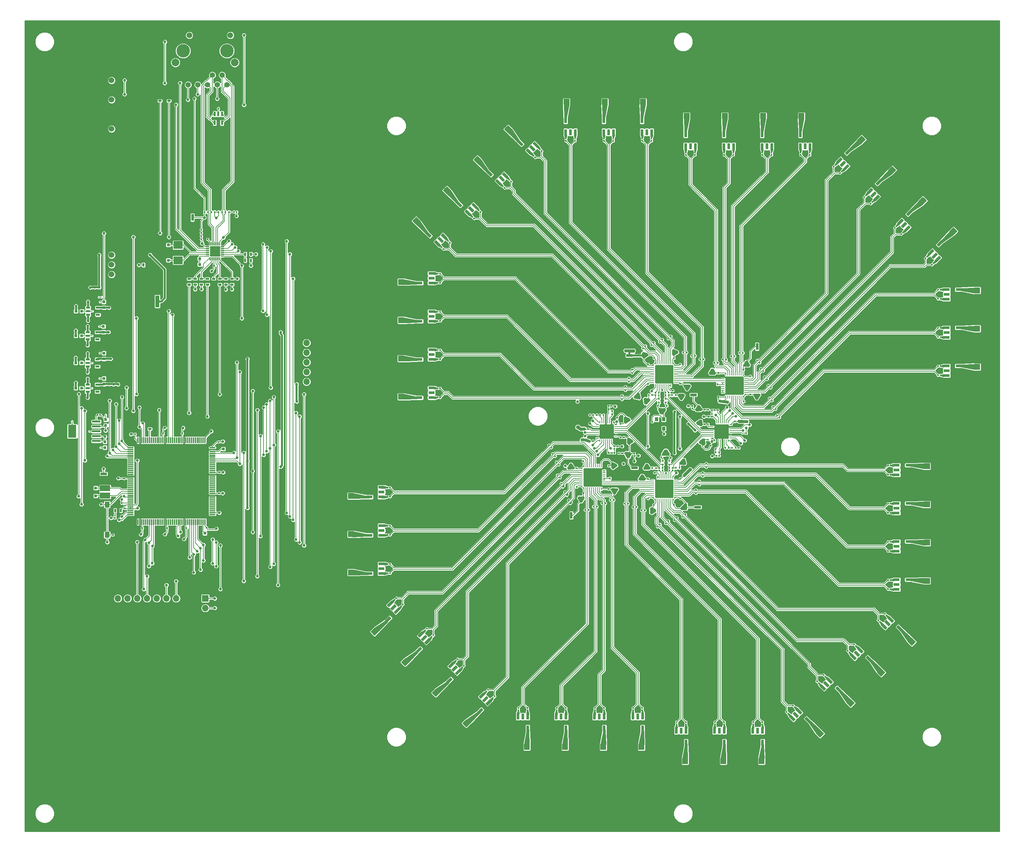
<source format=gtl>
G04 #@! TF.GenerationSoftware,KiCad,Pcbnew,(5.0.1)-4*
G04 #@! TF.CreationDate,2018-12-21T14:08:06-08:00*
G04 #@! TF.ProjectId,EllBayInd-LocOsc,456C6C426179496E642D4C6F634F7363,rev?*
G04 #@! TF.SameCoordinates,Original*
G04 #@! TF.FileFunction,Copper,L1,Top,Signal*
G04 #@! TF.FilePolarity,Positive*
%FSLAX46Y46*%
G04 Gerber Fmt 4.6, Leading zero omitted, Abs format (unit mm)*
G04 Created by KiCad (PCBNEW (5.0.1)-4) date 12/21/2018 2:08:06 PM*
%MOMM*%
%LPD*%
G01*
G04 APERTURE LIST*
G04 #@! TA.AperFunction,Conductor*
%ADD10C,0.200000*%
G04 #@! TD*
G04 #@! TA.AperFunction,SMDPad,CuDef*
%ADD11C,0.400000*%
G04 #@! TD*
G04 #@! TA.AperFunction,SMDPad,CuDef*
%ADD12R,3.100000X3.100000*%
G04 #@! TD*
G04 #@! TA.AperFunction,SMDPad,CuDef*
%ADD13R,0.700000X0.250000*%
G04 #@! TD*
G04 #@! TA.AperFunction,SMDPad,CuDef*
%ADD14R,0.250000X0.700000*%
G04 #@! TD*
G04 #@! TA.AperFunction,ComponentPad*
%ADD15C,0.450000*%
G04 #@! TD*
G04 #@! TA.AperFunction,SMDPad,CuDef*
%ADD16R,0.710000X0.280000*%
G04 #@! TD*
G04 #@! TA.AperFunction,BGAPad,CuDef*
%ADD17C,0.280000*%
G04 #@! TD*
G04 #@! TA.AperFunction,SMDPad,CuDef*
%ADD18R,0.280000X0.710000*%
G04 #@! TD*
G04 #@! TA.AperFunction,SMDPad,CuDef*
%ADD19R,2.900000X2.900000*%
G04 #@! TD*
G04 #@! TA.AperFunction,ComponentPad*
%ADD20C,0.600000*%
G04 #@! TD*
G04 #@! TA.AperFunction,SMDPad,CuDef*
%ADD21R,1.300000X1.300000*%
G04 #@! TD*
G04 #@! TA.AperFunction,SMDPad,CuDef*
%ADD22C,0.300000*%
G04 #@! TD*
G04 #@! TA.AperFunction,SMDPad,CuDef*
%ADD23R,0.300000X0.850000*%
G04 #@! TD*
G04 #@! TA.AperFunction,SMDPad,CuDef*
%ADD24R,0.850000X0.300000*%
G04 #@! TD*
G04 #@! TA.AperFunction,WasherPad*
%ADD25C,2.000000*%
G04 #@! TD*
G04 #@! TA.AperFunction,WasherPad*
%ADD26C,3.500000*%
G04 #@! TD*
G04 #@! TA.AperFunction,ComponentPad*
%ADD27C,1.500000*%
G04 #@! TD*
G04 #@! TA.AperFunction,ComponentPad*
%ADD28C,1.400000*%
G04 #@! TD*
G04 #@! TA.AperFunction,SMDPad,CuDef*
%ADD29R,0.650000X1.800000*%
G04 #@! TD*
G04 #@! TA.AperFunction,ComponentPad*
%ADD30C,1.524000*%
G04 #@! TD*
G04 #@! TA.AperFunction,ComponentPad*
%ADD31R,1.700000X1.700000*%
G04 #@! TD*
G04 #@! TA.AperFunction,ComponentPad*
%ADD32O,1.700000X1.700000*%
G04 #@! TD*
G04 #@! TA.AperFunction,SMDPad,CuDef*
%ADD33R,0.800000X0.750000*%
G04 #@! TD*
G04 #@! TA.AperFunction,SMDPad,CuDef*
%ADD34R,1.800000X0.650000*%
G04 #@! TD*
G04 #@! TA.AperFunction,SMDPad,CuDef*
%ADD35R,1.300000X1.550000*%
G04 #@! TD*
G04 #@! TA.AperFunction,SMDPad,CuDef*
%ADD36R,0.750000X0.800000*%
G04 #@! TD*
G04 #@! TA.AperFunction,SMDPad,CuDef*
%ADD37R,1.500000X1.500000*%
G04 #@! TD*
G04 #@! TA.AperFunction,SMDPad,CuDef*
%ADD38R,1.900000X1.900000*%
G04 #@! TD*
G04 #@! TA.AperFunction,SMDPad,CuDef*
%ADD39C,1.500000*%
G04 #@! TD*
G04 #@! TA.AperFunction,SMDPad,CuDef*
%ADD40C,1.900000*%
G04 #@! TD*
G04 #@! TA.AperFunction,SMDPad,CuDef*
%ADD41R,0.900000X0.500000*%
G04 #@! TD*
G04 #@! TA.AperFunction,SMDPad,CuDef*
%ADD42R,0.400000X0.600000*%
G04 #@! TD*
G04 #@! TA.AperFunction,SMDPad,CuDef*
%ADD43R,0.500000X0.900000*%
G04 #@! TD*
G04 #@! TA.AperFunction,SMDPad,CuDef*
%ADD44R,0.600000X0.400000*%
G04 #@! TD*
G04 #@! TA.AperFunction,SMDPad,CuDef*
%ADD45R,2.200000X0.600000*%
G04 #@! TD*
G04 #@! TA.AperFunction,SMDPad,CuDef*
%ADD46R,2.150000X3.450000*%
G04 #@! TD*
G04 #@! TA.AperFunction,SMDPad,CuDef*
%ADD47R,1.100000X0.600000*%
G04 #@! TD*
G04 #@! TA.AperFunction,SMDPad,CuDef*
%ADD48R,1.550000X0.300000*%
G04 #@! TD*
G04 #@! TA.AperFunction,SMDPad,CuDef*
%ADD49R,0.300000X1.550000*%
G04 #@! TD*
G04 #@! TA.AperFunction,SMDPad,CuDef*
%ADD50R,0.600000X1.200000*%
G04 #@! TD*
G04 #@! TA.AperFunction,SMDPad,CuDef*
%ADD51R,1.650000X0.760000*%
G04 #@! TD*
G04 #@! TA.AperFunction,SMDPad,CuDef*
%ADD52R,0.760000X1.650000*%
G04 #@! TD*
G04 #@! TA.AperFunction,SMDPad,CuDef*
%ADD53C,0.760000*%
G04 #@! TD*
G04 #@! TA.AperFunction,SMDPad,CuDef*
%ADD54R,2.700000X1.500000*%
G04 #@! TD*
G04 #@! TA.AperFunction,SMDPad,CuDef*
%ADD55R,2.400000X2.000000*%
G04 #@! TD*
G04 #@! TA.AperFunction,SMDPad,CuDef*
%ADD56R,0.900000X1.000000*%
G04 #@! TD*
G04 #@! TA.AperFunction,SMDPad,CuDef*
%ADD57R,1.100000X3.100000*%
G04 #@! TD*
G04 #@! TA.AperFunction,ViaPad*
%ADD58C,0.700000*%
G04 #@! TD*
G04 #@! TA.AperFunction,ViaPad*
%ADD59C,0.300000*%
G04 #@! TD*
G04 #@! TA.AperFunction,Conductor*
%ADD60C,0.500000*%
G04 #@! TD*
G04 #@! TA.AperFunction,Conductor*
%ADD61C,0.178000*%
G04 #@! TD*
G04 #@! TA.AperFunction,Conductor*
%ADD62C,0.254000*%
G04 #@! TD*
G04 APERTURE END LIST*
D10*
G04 #@! TO.N,/LO_RX_20_N*
G04 #@! TO.C,R296*
G36*
X219162315Y-123911573D02*
X219172022Y-123913012D01*
X219181541Y-123915397D01*
X219190781Y-123918703D01*
X219199653Y-123922899D01*
X219208070Y-123927944D01*
X219215952Y-123933790D01*
X219223224Y-123940380D01*
X219407072Y-124124228D01*
X219413662Y-124131500D01*
X219419508Y-124139382D01*
X219424553Y-124147799D01*
X219428749Y-124156671D01*
X219432055Y-124165911D01*
X219434440Y-124175430D01*
X219435879Y-124185137D01*
X219436361Y-124194939D01*
X219435879Y-124204741D01*
X219434440Y-124214448D01*
X219432055Y-124223967D01*
X219428749Y-124233207D01*
X219424553Y-124242079D01*
X219419508Y-124250496D01*
X219413662Y-124258378D01*
X219407072Y-124265650D01*
X219265650Y-124407072D01*
X219258378Y-124413662D01*
X219250496Y-124419508D01*
X219242079Y-124424553D01*
X219233207Y-124428749D01*
X219223967Y-124432055D01*
X219214448Y-124434440D01*
X219204741Y-124435879D01*
X219194939Y-124436361D01*
X219185137Y-124435879D01*
X219175430Y-124434440D01*
X219165911Y-124432055D01*
X219156671Y-124428749D01*
X219147799Y-124424553D01*
X219139382Y-124419508D01*
X219131500Y-124413662D01*
X219124228Y-124407072D01*
X218940380Y-124223224D01*
X218933790Y-124215952D01*
X218927944Y-124208070D01*
X218922899Y-124199653D01*
X218918703Y-124190781D01*
X218915397Y-124181541D01*
X218913012Y-124172022D01*
X218911573Y-124162315D01*
X218911091Y-124152513D01*
X218911573Y-124142711D01*
X218913012Y-124133004D01*
X218915397Y-124123485D01*
X218918703Y-124114245D01*
X218922899Y-124105373D01*
X218927944Y-124096956D01*
X218933790Y-124089074D01*
X218940380Y-124081802D01*
X219081802Y-123940380D01*
X219089074Y-123933790D01*
X219096956Y-123927944D01*
X219105373Y-123922899D01*
X219114245Y-123918703D01*
X219123485Y-123915397D01*
X219133004Y-123913012D01*
X219142711Y-123911573D01*
X219152513Y-123911091D01*
X219162315Y-123911573D01*
X219162315Y-123911573D01*
G37*
D11*
G04 #@! TD*
G04 #@! TO.P,R296,2*
G04 #@! TO.N,/LO_RX_20_N*
X219173726Y-124173726D03*
D10*
G04 #@! TO.N,GND*
G04 #@! TO.C,R296*
G36*
X219614863Y-124364121D02*
X219624570Y-124365560D01*
X219634089Y-124367945D01*
X219643329Y-124371251D01*
X219652201Y-124375447D01*
X219660618Y-124380492D01*
X219668500Y-124386338D01*
X219675772Y-124392928D01*
X219859620Y-124576776D01*
X219866210Y-124584048D01*
X219872056Y-124591930D01*
X219877101Y-124600347D01*
X219881297Y-124609219D01*
X219884603Y-124618459D01*
X219886988Y-124627978D01*
X219888427Y-124637685D01*
X219888909Y-124647487D01*
X219888427Y-124657289D01*
X219886988Y-124666996D01*
X219884603Y-124676515D01*
X219881297Y-124685755D01*
X219877101Y-124694627D01*
X219872056Y-124703044D01*
X219866210Y-124710926D01*
X219859620Y-124718198D01*
X219718198Y-124859620D01*
X219710926Y-124866210D01*
X219703044Y-124872056D01*
X219694627Y-124877101D01*
X219685755Y-124881297D01*
X219676515Y-124884603D01*
X219666996Y-124886988D01*
X219657289Y-124888427D01*
X219647487Y-124888909D01*
X219637685Y-124888427D01*
X219627978Y-124886988D01*
X219618459Y-124884603D01*
X219609219Y-124881297D01*
X219600347Y-124877101D01*
X219591930Y-124872056D01*
X219584048Y-124866210D01*
X219576776Y-124859620D01*
X219392928Y-124675772D01*
X219386338Y-124668500D01*
X219380492Y-124660618D01*
X219375447Y-124652201D01*
X219371251Y-124643329D01*
X219367945Y-124634089D01*
X219365560Y-124624570D01*
X219364121Y-124614863D01*
X219363639Y-124605061D01*
X219364121Y-124595259D01*
X219365560Y-124585552D01*
X219367945Y-124576033D01*
X219371251Y-124566793D01*
X219375447Y-124557921D01*
X219380492Y-124549504D01*
X219386338Y-124541622D01*
X219392928Y-124534350D01*
X219534350Y-124392928D01*
X219541622Y-124386338D01*
X219549504Y-124380492D01*
X219557921Y-124375447D01*
X219566793Y-124371251D01*
X219576033Y-124367945D01*
X219585552Y-124365560D01*
X219595259Y-124364121D01*
X219605061Y-124363639D01*
X219614863Y-124364121D01*
X219614863Y-124364121D01*
G37*
D11*
G04 #@! TD*
G04 #@! TO.P,R296,1*
G04 #@! TO.N,GND*
X219626274Y-124626274D03*
D12*
G04 #@! TO.P,U202,33*
G04 #@! TO.N,GND*
X175000000Y-130000000D03*
D13*
G04 #@! TO.P,U202,32*
G04 #@! TO.N,+3V3*
X172600000Y-131750000D03*
G04 #@! TO.P,U202,31*
G04 #@! TO.N,GND*
X172600000Y-131250000D03*
G04 #@! TO.P,U202,30*
G04 #@! TO.N,/SYNTH0_MUXOUT*
X172600000Y-130750000D03*
G04 #@! TO.P,U202,29*
G04 #@! TO.N,/24MHz*
X172600000Y-130250000D03*
G04 #@! TO.P,U202,28*
G04 #@! TO.N,+3V3*
X172600000Y-129750000D03*
G04 #@! TO.P,U202,27*
G04 #@! TO.N,GND*
X172600000Y-129250000D03*
G04 #@! TO.P,U202,26*
G04 #@! TO.N,/~SYNTH0_PDBrf*
X172600000Y-128750000D03*
G04 #@! TO.P,U202,25*
G04 #@! TO.N,/SYNTH0_LD*
X172600000Y-128250000D03*
D14*
G04 #@! TO.P,U202,24*
G04 #@! TO.N,Net-(C218-Pad1)*
X173250000Y-127600000D03*
G04 #@! TO.P,U202,23*
G04 #@! TO.N,Net-(C216-Pad1)*
X173750000Y-127600000D03*
G04 #@! TO.P,U202,22*
G04 #@! TO.N,Net-(R201-Pad2)*
X174250000Y-127600000D03*
G04 #@! TO.P,U202,21*
G04 #@! TO.N,GND*
X174750000Y-127600000D03*
G04 #@! TO.P,U202,20*
G04 #@! TO.N,/Vtune0*
X175250000Y-127600000D03*
G04 #@! TO.P,U202,19*
G04 #@! TO.N,Net-(C214-Pad1)*
X175750000Y-127600000D03*
G04 #@! TO.P,U202,18*
G04 #@! TO.N,GND*
X176250000Y-127600000D03*
G04 #@! TO.P,U202,17*
G04 #@! TO.N,+3.3VA*
X176750000Y-127600000D03*
D13*
G04 #@! TO.P,U202,16*
X177400000Y-128250000D03*
G04 #@! TO.P,U202,15*
G04 #@! TO.N,Net-(C226-Pad2)*
X177400000Y-128750000D03*
G04 #@! TO.P,U202,14*
G04 #@! TO.N,Net-(C210-Pad2)*
X177400000Y-129250000D03*
G04 #@! TO.P,U202,13*
G04 #@! TO.N,Net-(C253-Pad2)*
X177400000Y-129750000D03*
G04 #@! TO.P,U202,12*
G04 #@! TO.N,Net-(C245-Pad2)*
X177400000Y-130250000D03*
G04 #@! TO.P,U202,11*
G04 #@! TO.N,GND*
X177400000Y-130750000D03*
G04 #@! TO.P,U202,10*
G04 #@! TO.N,/AVdd*
X177400000Y-131250000D03*
G04 #@! TO.P,U202,9*
G04 #@! TO.N,GND*
X177400000Y-131750000D03*
D14*
G04 #@! TO.P,U202,8*
X176750000Y-132400000D03*
G04 #@! TO.P,U202,7*
G04 #@! TO.N,Net-(C248-Pad1)*
X176250000Y-132400000D03*
G04 #@! TO.P,U202,6*
G04 #@! TO.N,/AVdd*
X175750000Y-132400000D03*
G04 #@! TO.P,U202,5*
G04 #@! TO.N,Net-(R213-Pad1)*
X175250000Y-132400000D03*
G04 #@! TO.P,U202,4*
G04 #@! TO.N,/SYNTH0_EN*
X174750000Y-132400000D03*
G04 #@! TO.P,U202,3*
G04 #@! TO.N,/~SYNTH0_CS*
X174250000Y-132400000D03*
G04 #@! TO.P,U202,2*
G04 #@! TO.N,/SPI4_MOSI*
X173750000Y-132400000D03*
G04 #@! TO.P,U202,1*
G04 #@! TO.N,/SPI4_SCK*
X173250000Y-132400000D03*
D15*
G04 #@! TO.P,U202,33*
G04 #@! TO.N,GND*
X173800000Y-131200000D03*
X173800000Y-130400000D03*
X173800000Y-129600000D03*
X173800000Y-128800000D03*
X174600000Y-131200000D03*
X174600000Y-130400000D03*
X174600000Y-129600000D03*
X174600000Y-128800000D03*
X175400000Y-131200000D03*
X175400000Y-130400000D03*
X175400000Y-129600000D03*
X175400000Y-128800000D03*
X176200000Y-131200000D03*
X176200000Y-130400000D03*
X176200000Y-129600000D03*
X176200000Y-128800000D03*
G04 #@! TD*
D12*
G04 #@! TO.P,U203,33*
G04 #@! TO.N,GND*
X205000000Y-130000000D03*
D13*
G04 #@! TO.P,U203,32*
G04 #@! TO.N,+3V3*
X207400000Y-128250000D03*
G04 #@! TO.P,U203,31*
G04 #@! TO.N,GND*
X207400000Y-128750000D03*
G04 #@! TO.P,U203,30*
G04 #@! TO.N,/SYNTH1_MUXOUT*
X207400000Y-129250000D03*
G04 #@! TO.P,U203,29*
G04 #@! TO.N,/24MHz*
X207400000Y-129750000D03*
G04 #@! TO.P,U203,28*
G04 #@! TO.N,+3V3*
X207400000Y-130250000D03*
G04 #@! TO.P,U203,27*
G04 #@! TO.N,GND*
X207400000Y-130750000D03*
G04 #@! TO.P,U203,26*
G04 #@! TO.N,/~SYNTH1_PDBrf*
X207400000Y-131250000D03*
G04 #@! TO.P,U203,25*
G04 #@! TO.N,/SYNTH1_LD*
X207400000Y-131750000D03*
D14*
G04 #@! TO.P,U203,24*
G04 #@! TO.N,Net-(C220-Pad1)*
X206750000Y-132400000D03*
G04 #@! TO.P,U203,23*
G04 #@! TO.N,Net-(C222-Pad1)*
X206250000Y-132400000D03*
G04 #@! TO.P,U203,22*
G04 #@! TO.N,Net-(R202-Pad2)*
X205750000Y-132400000D03*
G04 #@! TO.P,U203,21*
G04 #@! TO.N,GND*
X205250000Y-132400000D03*
G04 #@! TO.P,U203,20*
G04 #@! TO.N,/Vtune1*
X204750000Y-132400000D03*
G04 #@! TO.P,U203,19*
G04 #@! TO.N,Net-(C224-Pad1)*
X204250000Y-132400000D03*
G04 #@! TO.P,U203,18*
G04 #@! TO.N,GND*
X203750000Y-132400000D03*
G04 #@! TO.P,U203,17*
G04 #@! TO.N,+3.3VA*
X203250000Y-132400000D03*
D13*
G04 #@! TO.P,U203,16*
X202600000Y-131750000D03*
G04 #@! TO.P,U203,15*
G04 #@! TO.N,Net-(C227-Pad2)*
X202600000Y-131250000D03*
G04 #@! TO.P,U203,14*
G04 #@! TO.N,Net-(C211-Pad2)*
X202600000Y-130750000D03*
G04 #@! TO.P,U203,13*
G04 #@! TO.N,Net-(C254-Pad2)*
X202600000Y-130250000D03*
G04 #@! TO.P,U203,12*
G04 #@! TO.N,Net-(C246-Pad2)*
X202600000Y-129750000D03*
G04 #@! TO.P,U203,11*
G04 #@! TO.N,GND*
X202600000Y-129250000D03*
G04 #@! TO.P,U203,10*
G04 #@! TO.N,/AVdd*
X202600000Y-128750000D03*
G04 #@! TO.P,U203,9*
G04 #@! TO.N,GND*
X202600000Y-128250000D03*
D14*
G04 #@! TO.P,U203,8*
X203250000Y-127600000D03*
G04 #@! TO.P,U203,7*
G04 #@! TO.N,Net-(C250-Pad1)*
X203750000Y-127600000D03*
G04 #@! TO.P,U203,6*
G04 #@! TO.N,/AVdd*
X204250000Y-127600000D03*
G04 #@! TO.P,U203,5*
G04 #@! TO.N,Net-(R214-Pad1)*
X204750000Y-127600000D03*
G04 #@! TO.P,U203,4*
G04 #@! TO.N,/SYNTH1_EN*
X205250000Y-127600000D03*
G04 #@! TO.P,U203,3*
G04 #@! TO.N,/~SYNTH1_CS*
X205750000Y-127600000D03*
G04 #@! TO.P,U203,2*
G04 #@! TO.N,/SPI4_MOSI*
X206250000Y-127600000D03*
G04 #@! TO.P,U203,1*
G04 #@! TO.N,/SPI4_SCK*
X206750000Y-127600000D03*
D15*
G04 #@! TO.P,U203,33*
G04 #@! TO.N,GND*
X206200000Y-128800000D03*
X206200000Y-129600000D03*
X206200000Y-130400000D03*
X206200000Y-131200000D03*
X205400000Y-128800000D03*
X205400000Y-129600000D03*
X205400000Y-130400000D03*
X205400000Y-131200000D03*
X204600000Y-128800000D03*
X204600000Y-129600000D03*
X204600000Y-130400000D03*
X204600000Y-131200000D03*
X203800000Y-128800000D03*
X203800000Y-129600000D03*
X203800000Y-130400000D03*
X203800000Y-131200000D03*
G04 #@! TD*
D16*
G04 #@! TO.P,U206,1*
G04 #@! TO.N,GND*
X205355000Y-115750000D03*
D17*
X205710000Y-115750000D03*
D16*
G04 #@! TO.P,U206,2*
G04 #@! TO.N,Net-(U201-Pad13)*
X205355000Y-116250000D03*
D17*
X205710000Y-116250000D03*
D16*
G04 #@! TO.P,U206,3*
G04 #@! TO.N,Net-(U201-Pad12)*
X205355000Y-116750000D03*
D17*
X205710000Y-116750000D03*
D16*
G04 #@! TO.P,U206,4*
G04 #@! TO.N,Net-(R217-Pad1)*
X205355000Y-117250000D03*
D17*
X205710000Y-117250000D03*
D16*
G04 #@! TO.P,U206,5*
X205355000Y-117750000D03*
D17*
X205710000Y-117750000D03*
D16*
G04 #@! TO.P,U206,6*
G04 #@! TO.N,Net-(U206-Pad6)*
X205355000Y-118250000D03*
D17*
X205710000Y-118250000D03*
D16*
G04 #@! TO.P,U206,7*
G04 #@! TO.N,Net-(U206-Pad7)*
X205355000Y-118750000D03*
D17*
X205710000Y-118750000D03*
D16*
G04 #@! TO.P,U206,8*
G04 #@! TO.N,Net-(U206-Pad8)*
X205355000Y-119250000D03*
D17*
X205710000Y-119250000D03*
D16*
G04 #@! TO.P,U206,9*
X205355000Y-119750000D03*
D17*
X205710000Y-119750000D03*
D16*
G04 #@! TO.P,U206,10*
G04 #@! TO.N,GND*
X205355000Y-120250000D03*
D17*
X205710000Y-120250000D03*
D18*
G04 #@! TO.P,U206,11*
G04 #@! TO.N,/3.3V_FO_pair_0*
X206150000Y-121045000D03*
D17*
X206150000Y-120690000D03*
D18*
G04 #@! TO.P,U206,12*
G04 #@! TO.N,N/C*
X206650000Y-121045000D03*
D17*
X206650000Y-120690000D03*
D18*
G04 #@! TO.P,U206,13*
X207150000Y-121045000D03*
D17*
X207150000Y-120690000D03*
D18*
G04 #@! TO.P,U206,14*
G04 #@! TO.N,/LO_RX_21_N*
X207650000Y-121045000D03*
D17*
X207650000Y-120690000D03*
D18*
G04 #@! TO.P,U206,15*
G04 #@! TO.N,/LO_RX_21_P*
X208150000Y-121045000D03*
D17*
X208150000Y-120690000D03*
D18*
G04 #@! TO.P,U206,16*
G04 #@! TO.N,/LO_RX_20_N*
X208650000Y-121045000D03*
D17*
X208650000Y-120690000D03*
D18*
G04 #@! TO.P,U206,17*
G04 #@! TO.N,/LO_RX_20_P*
X209150000Y-121045000D03*
D17*
X209150000Y-120690000D03*
D18*
G04 #@! TO.P,U206,18*
G04 #@! TO.N,/LO_RX_19_N*
X209650000Y-121045000D03*
D17*
X209650000Y-120690000D03*
D18*
G04 #@! TO.P,U206,19*
G04 #@! TO.N,/LO_RX_19_P*
X210150000Y-121045000D03*
D17*
X210150000Y-120690000D03*
D18*
G04 #@! TO.P,U206,20*
G04 #@! TO.N,/3.3V_FO_pair_0*
X210650000Y-121045000D03*
D17*
X210650000Y-120690000D03*
D16*
G04 #@! TO.P,U206,21*
X211445000Y-120250000D03*
D17*
X211090000Y-120250000D03*
D16*
G04 #@! TO.P,U206,22*
G04 #@! TO.N,/LO_RX_18_N*
X211445000Y-119750000D03*
D17*
X211090000Y-119750000D03*
D16*
G04 #@! TO.P,U206,23*
G04 #@! TO.N,/LO_RX_18_P*
X211445000Y-119250000D03*
D17*
X211090000Y-119250000D03*
D16*
G04 #@! TO.P,U206,24*
G04 #@! TO.N,/LO_RX_17_N*
X211445000Y-118750000D03*
D17*
X211090000Y-118750000D03*
D16*
G04 #@! TO.P,U206,25*
G04 #@! TO.N,/LO_RX_17_P*
X211445000Y-118250000D03*
D17*
X211090000Y-118250000D03*
D16*
G04 #@! TO.P,U206,26*
G04 #@! TO.N,/LO_RX_16_N*
X211445000Y-117750000D03*
D17*
X211090000Y-117750000D03*
D16*
G04 #@! TO.P,U206,27*
G04 #@! TO.N,/LO_RX_16_P*
X211445000Y-117250000D03*
D17*
X211090000Y-117250000D03*
D16*
G04 #@! TO.P,U206,28*
G04 #@! TO.N,/LO_RX_15_N*
X211445000Y-116750000D03*
D17*
X211090000Y-116750000D03*
D16*
G04 #@! TO.P,U206,29*
G04 #@! TO.N,/LO_RX_15_P*
X211445000Y-116250000D03*
D17*
X211090000Y-116250000D03*
D16*
G04 #@! TO.P,U206,30*
G04 #@! TO.N,/3.3V_FO_pair_0*
X211445000Y-115750000D03*
D17*
X211090000Y-115750000D03*
D18*
G04 #@! TO.P,U206,31*
X210650000Y-114955000D03*
D17*
X210650000Y-115310000D03*
D18*
G04 #@! TO.P,U206,32*
G04 #@! TO.N,/LO_RX_14_N*
X210150000Y-114955000D03*
D17*
X210150000Y-115310000D03*
D18*
G04 #@! TO.P,U206,33*
G04 #@! TO.N,/LO_RX_14_P*
X209650000Y-114955000D03*
D17*
X209650000Y-115310000D03*
D18*
G04 #@! TO.P,U206,34*
G04 #@! TO.N,/LO_RX_13_N*
X209150000Y-114955000D03*
D17*
X209150000Y-115310000D03*
D18*
G04 #@! TO.P,U206,35*
G04 #@! TO.N,/LO_RX_13_P*
X208650000Y-114955000D03*
D17*
X208650000Y-115310000D03*
D18*
G04 #@! TO.P,U206,36*
G04 #@! TO.N,/LO_RX_12_N*
X208150000Y-114955000D03*
D17*
X208150000Y-115310000D03*
D18*
G04 #@! TO.P,U206,37*
G04 #@! TO.N,/LO_RX_12_P*
X207650000Y-114955000D03*
D17*
X207650000Y-115310000D03*
D18*
G04 #@! TO.P,U206,38*
G04 #@! TO.N,/LO_RX_11_N*
X207150000Y-114955000D03*
D17*
X207150000Y-115310000D03*
D18*
G04 #@! TO.P,U206,39*
G04 #@! TO.N,/LO_RX_11_P*
X206650000Y-114955000D03*
D17*
X206650000Y-115310000D03*
D18*
G04 #@! TO.P,U206,40*
G04 #@! TO.N,/3.3V_FO_pair_0*
X206150000Y-114955000D03*
D17*
X206150000Y-115310000D03*
D19*
G04 #@! TO.P,U206,41*
G04 #@! TO.N,GND*
X208400000Y-118000000D03*
D15*
X207200000Y-116800000D03*
X208000000Y-117600000D03*
X208810000Y-116800000D03*
X209600000Y-116800000D03*
X207200000Y-117600000D03*
X208000000Y-116800000D03*
X208800000Y-117600000D03*
X209600000Y-117600000D03*
X207200000Y-118400000D03*
X208000000Y-118400000D03*
X208800000Y-118400000D03*
X209600000Y-118400000D03*
X207200000Y-119200000D03*
X208000000Y-119200000D03*
X208800000Y-119200000D03*
X209600000Y-119200000D03*
G04 #@! TD*
D18*
G04 #@! TO.P,U201,1*
G04 #@! TO.N,/SEL_SYNTH_1*
X187750000Y-118045000D03*
D17*
X187750000Y-117690000D03*
D18*
G04 #@! TO.P,U201,2*
G04 #@! TO.N,/FIN0_N*
X188250000Y-118045000D03*
D17*
X188250000Y-117690000D03*
D18*
G04 #@! TO.P,U201,3*
G04 #@! TO.N,/FIN0_P*
X188750000Y-118045000D03*
D17*
X188750000Y-117690000D03*
D18*
G04 #@! TO.P,U201,4*
G04 #@! TO.N,Net-(C228-Pad2)*
X189250000Y-118045000D03*
D17*
X189250000Y-117690000D03*
D18*
G04 #@! TO.P,U201,5*
X189750000Y-118045000D03*
D17*
X189750000Y-117690000D03*
D18*
G04 #@! TO.P,U201,6*
G04 #@! TO.N,/FIN3_N*
X190250000Y-118045000D03*
D17*
X190250000Y-117690000D03*
D18*
G04 #@! TO.P,U201,7*
G04 #@! TO.N,/FIN3_P*
X190750000Y-118045000D03*
D17*
X190750000Y-117690000D03*
D18*
G04 #@! TO.P,U201,8*
G04 #@! TO.N,Net-(C229-Pad2)*
X191250000Y-118045000D03*
D17*
X191250000Y-117690000D03*
D18*
G04 #@! TO.P,U201,9*
X191750000Y-118045000D03*
D17*
X191750000Y-117690000D03*
D18*
G04 #@! TO.P,U201,10*
G04 #@! TO.N,GND*
X192250000Y-118045000D03*
D17*
X192250000Y-117690000D03*
D16*
G04 #@! TO.P,U201,11*
G04 #@! TO.N,/3.3V_FO_pair_0*
X193045000Y-117250000D03*
D17*
X192690000Y-117250000D03*
D16*
G04 #@! TO.P,U201,12*
G04 #@! TO.N,Net-(U201-Pad12)*
X193045000Y-116750000D03*
D17*
X192690000Y-116750000D03*
D16*
G04 #@! TO.P,U201,13*
G04 #@! TO.N,Net-(U201-Pad13)*
X193045000Y-116250000D03*
D17*
X192690000Y-116250000D03*
D16*
G04 #@! TO.P,U201,14*
G04 #@! TO.N,/LO_RX_10_N*
X193045000Y-115750000D03*
D17*
X192690000Y-115750000D03*
D16*
G04 #@! TO.P,U201,15*
G04 #@! TO.N,/LO_RX_10_P*
X193045000Y-115250000D03*
D17*
X192690000Y-115250000D03*
D16*
G04 #@! TO.P,U201,16*
G04 #@! TO.N,/LO_RX_9_N*
X193045000Y-114750000D03*
D17*
X192690000Y-114750000D03*
D16*
G04 #@! TO.P,U201,17*
G04 #@! TO.N,/LO_RX_9_P*
X193045000Y-114250000D03*
D17*
X192690000Y-114250000D03*
D16*
G04 #@! TO.P,U201,18*
G04 #@! TO.N,/LO_RX_8_N*
X193045000Y-113750000D03*
D17*
X192690000Y-113750000D03*
D16*
G04 #@! TO.P,U201,19*
G04 #@! TO.N,/LO_RX_8_P*
X193045000Y-113250000D03*
D17*
X192690000Y-113250000D03*
D16*
G04 #@! TO.P,U201,20*
G04 #@! TO.N,/3.3V_FO_pair_0*
X193045000Y-112750000D03*
D17*
X192690000Y-112750000D03*
D18*
G04 #@! TO.P,U201,21*
X192250000Y-111955000D03*
D17*
X192250000Y-112310000D03*
D18*
G04 #@! TO.P,U201,22*
G04 #@! TO.N,/LO_RX_7_N*
X191750000Y-111955000D03*
D17*
X191750000Y-112310000D03*
D18*
G04 #@! TO.P,U201,23*
G04 #@! TO.N,/LO_RX_7_P*
X191250000Y-111955000D03*
D17*
X191250000Y-112310000D03*
D18*
G04 #@! TO.P,U201,24*
G04 #@! TO.N,/LO_RX_6_N*
X190750000Y-111955000D03*
D17*
X190750000Y-112310000D03*
D18*
G04 #@! TO.P,U201,25*
G04 #@! TO.N,/LO_RX_6_P*
X190250000Y-111955000D03*
D17*
X190250000Y-112310000D03*
D18*
G04 #@! TO.P,U201,26*
G04 #@! TO.N,/LO_RX_5_N*
X189750000Y-111955000D03*
D17*
X189750000Y-112310000D03*
D18*
G04 #@! TO.P,U201,27*
G04 #@! TO.N,/LO_RX_5_P*
X189250000Y-111955000D03*
D17*
X189250000Y-112310000D03*
D18*
G04 #@! TO.P,U201,28*
G04 #@! TO.N,/LO_RX_4_N*
X188750000Y-111955000D03*
D17*
X188750000Y-112310000D03*
D18*
G04 #@! TO.P,U201,29*
G04 #@! TO.N,/LO_RX_4_P*
X188250000Y-111955000D03*
D17*
X188250000Y-112310000D03*
D18*
G04 #@! TO.P,U201,30*
G04 #@! TO.N,/3.3V_FO_pair_0*
X187750000Y-111955000D03*
D17*
X187750000Y-112310000D03*
D16*
G04 #@! TO.P,U201,31*
X186955000Y-112750000D03*
D17*
X187310000Y-112750000D03*
D16*
G04 #@! TO.P,U201,32*
G04 #@! TO.N,/LO_RX_3_N*
X186955000Y-113250000D03*
D17*
X187310000Y-113250000D03*
D16*
G04 #@! TO.P,U201,33*
G04 #@! TO.N,/LO_RX_3_P*
X186955000Y-113750000D03*
D17*
X187310000Y-113750000D03*
D16*
G04 #@! TO.P,U201,34*
G04 #@! TO.N,/LO_RX_2_N*
X186955000Y-114250000D03*
D17*
X187310000Y-114250000D03*
D16*
G04 #@! TO.P,U201,35*
G04 #@! TO.N,/LO_RX_2_P*
X186955000Y-114750000D03*
D17*
X187310000Y-114750000D03*
D16*
G04 #@! TO.P,U201,36*
G04 #@! TO.N,/LO_RX_1_N*
X186955000Y-115250000D03*
D17*
X187310000Y-115250000D03*
D16*
G04 #@! TO.P,U201,37*
G04 #@! TO.N,/LO_RX_1_P*
X186955000Y-115750000D03*
D17*
X187310000Y-115750000D03*
D16*
G04 #@! TO.P,U201,38*
G04 #@! TO.N,/LO_RX_0_N*
X186955000Y-116250000D03*
D17*
X187310000Y-116250000D03*
D16*
G04 #@! TO.P,U201,39*
G04 #@! TO.N,/LO_RX_0_P*
X186955000Y-116750000D03*
D17*
X187310000Y-116750000D03*
D16*
G04 #@! TO.P,U201,40*
G04 #@! TO.N,/3.3V_FO_pair_0*
X186955000Y-117250000D03*
D17*
X187310000Y-117250000D03*
D19*
G04 #@! TO.P,U201,41*
G04 #@! TO.N,GND*
X190000000Y-115000000D03*
D15*
X188800000Y-116200000D03*
X189600000Y-115400000D03*
X188800000Y-114590000D03*
X188800000Y-113800000D03*
X189600000Y-116200000D03*
X188800000Y-115400000D03*
X189600000Y-114600000D03*
X189600000Y-113800000D03*
X190400000Y-116200000D03*
X190400000Y-115400000D03*
X190400000Y-114600000D03*
X190400000Y-113800000D03*
X191200000Y-116200000D03*
X191200000Y-115400000D03*
X191200000Y-114600000D03*
X191200000Y-113800000D03*
G04 #@! TD*
D18*
G04 #@! TO.P,U204,1*
G04 #@! TO.N,/SEL_SYNTH_1*
X192250000Y-141955000D03*
D17*
X192250000Y-142310000D03*
D18*
G04 #@! TO.P,U204,2*
G04 #@! TO.N,/FIN2_N*
X191750000Y-141955000D03*
D17*
X191750000Y-142310000D03*
D18*
G04 #@! TO.P,U204,3*
G04 #@! TO.N,/FIN2_P*
X191250000Y-141955000D03*
D17*
X191250000Y-142310000D03*
D18*
G04 #@! TO.P,U204,4*
G04 #@! TO.N,Net-(C255-Pad2)*
X190750000Y-141955000D03*
D17*
X190750000Y-142310000D03*
D18*
G04 #@! TO.P,U204,5*
X190250000Y-141955000D03*
D17*
X190250000Y-142310000D03*
D18*
G04 #@! TO.P,U204,6*
G04 #@! TO.N,/FIN1_N*
X189750000Y-141955000D03*
D17*
X189750000Y-142310000D03*
D18*
G04 #@! TO.P,U204,7*
G04 #@! TO.N,/FIN1_P*
X189250000Y-141955000D03*
D17*
X189250000Y-142310000D03*
D18*
G04 #@! TO.P,U204,8*
G04 #@! TO.N,Net-(C256-Pad2)*
X188750000Y-141955000D03*
D17*
X188750000Y-142310000D03*
D18*
G04 #@! TO.P,U204,9*
X188250000Y-141955000D03*
D17*
X188250000Y-142310000D03*
D18*
G04 #@! TO.P,U204,10*
G04 #@! TO.N,GND*
X187750000Y-141955000D03*
D17*
X187750000Y-142310000D03*
D16*
G04 #@! TO.P,U204,11*
G04 #@! TO.N,/3.3V_FO_pair_1*
X186955000Y-142750000D03*
D17*
X187310000Y-142750000D03*
D16*
G04 #@! TO.P,U204,12*
G04 #@! TO.N,Net-(U204-Pad12)*
X186955000Y-143250000D03*
D17*
X187310000Y-143250000D03*
D16*
G04 #@! TO.P,U204,13*
G04 #@! TO.N,Net-(U204-Pad13)*
X186955000Y-143750000D03*
D17*
X187310000Y-143750000D03*
D16*
G04 #@! TO.P,U204,14*
G04 #@! TO.N,/LO_TX_10_N*
X186955000Y-144250000D03*
D17*
X187310000Y-144250000D03*
D16*
G04 #@! TO.P,U204,15*
G04 #@! TO.N,/LO_TX_10_P*
X186955000Y-144750000D03*
D17*
X187310000Y-144750000D03*
D16*
G04 #@! TO.P,U204,16*
G04 #@! TO.N,/LO_TX_9_N*
X186955000Y-145250000D03*
D17*
X187310000Y-145250000D03*
D16*
G04 #@! TO.P,U204,17*
G04 #@! TO.N,/LO_TX_9_P*
X186955000Y-145750000D03*
D17*
X187310000Y-145750000D03*
D16*
G04 #@! TO.P,U204,18*
G04 #@! TO.N,/LO_TX_8_N*
X186955000Y-146250000D03*
D17*
X187310000Y-146250000D03*
D16*
G04 #@! TO.P,U204,19*
G04 #@! TO.N,/LO_TX_8_P*
X186955000Y-146750000D03*
D17*
X187310000Y-146750000D03*
D16*
G04 #@! TO.P,U204,20*
G04 #@! TO.N,/3.3V_FO_pair_1*
X186955000Y-147250000D03*
D17*
X187310000Y-147250000D03*
D18*
G04 #@! TO.P,U204,21*
X187750000Y-148045000D03*
D17*
X187750000Y-147690000D03*
D18*
G04 #@! TO.P,U204,22*
G04 #@! TO.N,/LO_TX_7_N*
X188250000Y-148045000D03*
D17*
X188250000Y-147690000D03*
D18*
G04 #@! TO.P,U204,23*
G04 #@! TO.N,/LO_TX_7_P*
X188750000Y-148045000D03*
D17*
X188750000Y-147690000D03*
D18*
G04 #@! TO.P,U204,24*
G04 #@! TO.N,/LO_TX_6_N*
X189250000Y-148045000D03*
D17*
X189250000Y-147690000D03*
D18*
G04 #@! TO.P,U204,25*
G04 #@! TO.N,/LO_TX_6_P*
X189750000Y-148045000D03*
D17*
X189750000Y-147690000D03*
D18*
G04 #@! TO.P,U204,26*
G04 #@! TO.N,/LO_TX_5_N*
X190250000Y-148045000D03*
D17*
X190250000Y-147690000D03*
D18*
G04 #@! TO.P,U204,27*
G04 #@! TO.N,/LO_TX_5_P*
X190750000Y-148045000D03*
D17*
X190750000Y-147690000D03*
D18*
G04 #@! TO.P,U204,28*
G04 #@! TO.N,/LO_TX_4_N*
X191250000Y-148045000D03*
D17*
X191250000Y-147690000D03*
D18*
G04 #@! TO.P,U204,29*
G04 #@! TO.N,/LO_TX_4_P*
X191750000Y-148045000D03*
D17*
X191750000Y-147690000D03*
D18*
G04 #@! TO.P,U204,30*
G04 #@! TO.N,/3.3V_FO_pair_1*
X192250000Y-148045000D03*
D17*
X192250000Y-147690000D03*
D16*
G04 #@! TO.P,U204,31*
X193045000Y-147250000D03*
D17*
X192690000Y-147250000D03*
D16*
G04 #@! TO.P,U204,32*
G04 #@! TO.N,/LO_TX_3_N*
X193045000Y-146750000D03*
D17*
X192690000Y-146750000D03*
D16*
G04 #@! TO.P,U204,33*
G04 #@! TO.N,/LO_TX_3_P*
X193045000Y-146250000D03*
D17*
X192690000Y-146250000D03*
D16*
G04 #@! TO.P,U204,34*
G04 #@! TO.N,/LO_TX_2_N*
X193045000Y-145750000D03*
D17*
X192690000Y-145750000D03*
D16*
G04 #@! TO.P,U204,35*
G04 #@! TO.N,/LO_TX_2_P*
X193045000Y-145250000D03*
D17*
X192690000Y-145250000D03*
D16*
G04 #@! TO.P,U204,36*
G04 #@! TO.N,/LO_TX_1_N*
X193045000Y-144750000D03*
D17*
X192690000Y-144750000D03*
D16*
G04 #@! TO.P,U204,37*
G04 #@! TO.N,/LO_TX_1_P*
X193045000Y-144250000D03*
D17*
X192690000Y-144250000D03*
D16*
G04 #@! TO.P,U204,38*
G04 #@! TO.N,/LO_TX_0_N*
X193045000Y-143750000D03*
D17*
X192690000Y-143750000D03*
D16*
G04 #@! TO.P,U204,39*
G04 #@! TO.N,/LO_TX_0_P*
X193045000Y-143250000D03*
D17*
X192690000Y-143250000D03*
D16*
G04 #@! TO.P,U204,40*
G04 #@! TO.N,/3.3V_FO_pair_1*
X193045000Y-142750000D03*
D17*
X192690000Y-142750000D03*
D19*
G04 #@! TO.P,U204,41*
G04 #@! TO.N,GND*
X190000000Y-145000000D03*
D15*
X191200000Y-143800000D03*
X190400000Y-144600000D03*
X191200000Y-145410000D03*
X191200000Y-146200000D03*
X190400000Y-143800000D03*
X191200000Y-144600000D03*
X190400000Y-145400000D03*
X190400000Y-146200000D03*
X189600000Y-143800000D03*
X189600000Y-144600000D03*
X189600000Y-145400000D03*
X189600000Y-146200000D03*
X188800000Y-143800000D03*
X188800000Y-144600000D03*
X188800000Y-145400000D03*
X188800000Y-146200000D03*
G04 #@! TD*
D16*
G04 #@! TO.P,U207,1*
G04 #@! TO.N,GND*
X174345000Y-144250000D03*
D17*
X173990000Y-144250000D03*
D16*
G04 #@! TO.P,U207,2*
G04 #@! TO.N,Net-(U204-Pad13)*
X174345000Y-143750000D03*
D17*
X173990000Y-143750000D03*
D16*
G04 #@! TO.P,U207,3*
G04 #@! TO.N,Net-(U204-Pad12)*
X174345000Y-143250000D03*
D17*
X173990000Y-143250000D03*
D16*
G04 #@! TO.P,U207,4*
G04 #@! TO.N,Net-(R218-Pad1)*
X174345000Y-142750000D03*
D17*
X173990000Y-142750000D03*
D16*
G04 #@! TO.P,U207,5*
X174345000Y-142250000D03*
D17*
X173990000Y-142250000D03*
D16*
G04 #@! TO.P,U207,6*
G04 #@! TO.N,Net-(U207-Pad6)*
X174345000Y-141750000D03*
D17*
X173990000Y-141750000D03*
D16*
G04 #@! TO.P,U207,7*
G04 #@! TO.N,Net-(U207-Pad7)*
X174345000Y-141250000D03*
D17*
X173990000Y-141250000D03*
D16*
G04 #@! TO.P,U207,8*
G04 #@! TO.N,Net-(U207-Pad8)*
X174345000Y-140750000D03*
D17*
X173990000Y-140750000D03*
D16*
G04 #@! TO.P,U207,9*
X174345000Y-140250000D03*
D17*
X173990000Y-140250000D03*
D16*
G04 #@! TO.P,U207,10*
G04 #@! TO.N,GND*
X174345000Y-139750000D03*
D17*
X173990000Y-139750000D03*
D18*
G04 #@! TO.P,U207,11*
G04 #@! TO.N,/3.3V_FO_pair_1*
X173550000Y-138955000D03*
D17*
X173550000Y-139310000D03*
D18*
G04 #@! TO.P,U207,12*
G04 #@! TO.N,N/C*
X173050000Y-138955000D03*
D17*
X173050000Y-139310000D03*
D18*
G04 #@! TO.P,U207,13*
X172550000Y-138955000D03*
D17*
X172550000Y-139310000D03*
D18*
G04 #@! TO.P,U207,14*
G04 #@! TO.N,/LO_TX_21_N*
X172050000Y-138955000D03*
D17*
X172050000Y-139310000D03*
D18*
G04 #@! TO.P,U207,15*
G04 #@! TO.N,/LO_TX_21_P*
X171550000Y-138955000D03*
D17*
X171550000Y-139310000D03*
D18*
G04 #@! TO.P,U207,16*
G04 #@! TO.N,/LO_TX_20_N*
X171050000Y-138955000D03*
D17*
X171050000Y-139310000D03*
D18*
G04 #@! TO.P,U207,17*
G04 #@! TO.N,/LO_TX_20_P*
X170550000Y-138955000D03*
D17*
X170550000Y-139310000D03*
D18*
G04 #@! TO.P,U207,18*
G04 #@! TO.N,/LO_TX_19_N*
X170050000Y-138955000D03*
D17*
X170050000Y-139310000D03*
D18*
G04 #@! TO.P,U207,19*
G04 #@! TO.N,/LO_TX_19_P*
X169550000Y-138955000D03*
D17*
X169550000Y-139310000D03*
D18*
G04 #@! TO.P,U207,20*
G04 #@! TO.N,/3.3V_FO_pair_1*
X169050000Y-138955000D03*
D17*
X169050000Y-139310000D03*
D16*
G04 #@! TO.P,U207,21*
X168255000Y-139750000D03*
D17*
X168610000Y-139750000D03*
D16*
G04 #@! TO.P,U207,22*
G04 #@! TO.N,/LO_TX_18_N*
X168255000Y-140250000D03*
D17*
X168610000Y-140250000D03*
D16*
G04 #@! TO.P,U207,23*
G04 #@! TO.N,/LO_TX_18_P*
X168255000Y-140750000D03*
D17*
X168610000Y-140750000D03*
D16*
G04 #@! TO.P,U207,24*
G04 #@! TO.N,/LO_TX_17_N*
X168255000Y-141250000D03*
D17*
X168610000Y-141250000D03*
D16*
G04 #@! TO.P,U207,25*
G04 #@! TO.N,/LO_TX_17_P*
X168255000Y-141750000D03*
D17*
X168610000Y-141750000D03*
D16*
G04 #@! TO.P,U207,26*
G04 #@! TO.N,/LO_TX_16_N*
X168255000Y-142250000D03*
D17*
X168610000Y-142250000D03*
D16*
G04 #@! TO.P,U207,27*
G04 #@! TO.N,/LO_TX_16_P*
X168255000Y-142750000D03*
D17*
X168610000Y-142750000D03*
D16*
G04 #@! TO.P,U207,28*
G04 #@! TO.N,/LO_TX_15_N*
X168255000Y-143250000D03*
D17*
X168610000Y-143250000D03*
D16*
G04 #@! TO.P,U207,29*
G04 #@! TO.N,/LO_TX_15_P*
X168255000Y-143750000D03*
D17*
X168610000Y-143750000D03*
D16*
G04 #@! TO.P,U207,30*
G04 #@! TO.N,/3.3V_FO_pair_1*
X168255000Y-144250000D03*
D17*
X168610000Y-144250000D03*
D18*
G04 #@! TO.P,U207,31*
X169050000Y-145045000D03*
D17*
X169050000Y-144690000D03*
D18*
G04 #@! TO.P,U207,32*
G04 #@! TO.N,/LO_TX_14_N*
X169550000Y-145045000D03*
D17*
X169550000Y-144690000D03*
D18*
G04 #@! TO.P,U207,33*
G04 #@! TO.N,/LO_TX_14_P*
X170050000Y-145045000D03*
D17*
X170050000Y-144690000D03*
D18*
G04 #@! TO.P,U207,34*
G04 #@! TO.N,/LO_TX_13_N*
X170550000Y-145045000D03*
D17*
X170550000Y-144690000D03*
D18*
G04 #@! TO.P,U207,35*
G04 #@! TO.N,/LO_TX_13_P*
X171050000Y-145045000D03*
D17*
X171050000Y-144690000D03*
D18*
G04 #@! TO.P,U207,36*
G04 #@! TO.N,/LO_TX_12_N*
X171550000Y-145045000D03*
D17*
X171550000Y-144690000D03*
D18*
G04 #@! TO.P,U207,37*
G04 #@! TO.N,/LO_TX_12_P*
X172050000Y-145045000D03*
D17*
X172050000Y-144690000D03*
D18*
G04 #@! TO.P,U207,38*
G04 #@! TO.N,/LO_TX_11_N*
X172550000Y-145045000D03*
D17*
X172550000Y-144690000D03*
D18*
G04 #@! TO.P,U207,39*
G04 #@! TO.N,/LO_TX_11_P*
X173050000Y-145045000D03*
D17*
X173050000Y-144690000D03*
D18*
G04 #@! TO.P,U207,40*
G04 #@! TO.N,/3.3V_FO_pair_1*
X173550000Y-145045000D03*
D17*
X173550000Y-144690000D03*
D19*
G04 #@! TO.P,U207,41*
G04 #@! TO.N,GND*
X171300000Y-142000000D03*
D15*
X172500000Y-143200000D03*
X171700000Y-142400000D03*
X170890000Y-143200000D03*
X170100000Y-143200000D03*
X172500000Y-142400000D03*
X171700000Y-143200000D03*
X170900000Y-142400000D03*
X170100000Y-142400000D03*
X172500000Y-141600000D03*
X171700000Y-141600000D03*
X170900000Y-141600000D03*
X170100000Y-141600000D03*
X172500000Y-140800000D03*
X171700000Y-140800000D03*
X170900000Y-140800000D03*
X170100000Y-140800000D03*
G04 #@! TD*
D20*
G04 #@! TO.P,U153,25*
G04 #@! TO.N,GND*
X73200000Y-83500000D03*
X71900000Y-83500000D03*
X73200000Y-82200000D03*
D21*
X71900000Y-82200000D03*
X71900000Y-83500000D03*
X73200000Y-82200000D03*
X73200000Y-83500000D03*
D10*
G04 #@! TD*
G04 #@! TO.N,Net-(R160-Pad2)*
G04 #@! TO.C,U153*
G36*
X71382351Y-80475361D02*
X71389632Y-80476441D01*
X71396771Y-80478229D01*
X71403701Y-80480709D01*
X71410355Y-80483856D01*
X71416668Y-80487640D01*
X71422579Y-80492024D01*
X71428033Y-80496967D01*
X71432976Y-80502421D01*
X71437360Y-80508332D01*
X71441144Y-80514645D01*
X71444291Y-80521299D01*
X71446771Y-80528229D01*
X71448559Y-80535368D01*
X71449639Y-80542649D01*
X71450000Y-80550000D01*
X71450000Y-81250000D01*
X71449639Y-81257351D01*
X71448559Y-81264632D01*
X71446771Y-81271771D01*
X71444291Y-81278701D01*
X71441144Y-81285355D01*
X71437360Y-81291668D01*
X71432976Y-81297579D01*
X71428033Y-81303033D01*
X71422579Y-81307976D01*
X71416668Y-81312360D01*
X71410355Y-81316144D01*
X71403701Y-81319291D01*
X71396771Y-81321771D01*
X71389632Y-81323559D01*
X71382351Y-81324639D01*
X71375000Y-81325000D01*
X71225000Y-81325000D01*
X71217649Y-81324639D01*
X71210368Y-81323559D01*
X71203229Y-81321771D01*
X71196299Y-81319291D01*
X71189645Y-81316144D01*
X71183332Y-81312360D01*
X71177421Y-81307976D01*
X71171967Y-81303033D01*
X71167024Y-81297579D01*
X71162640Y-81291668D01*
X71158856Y-81285355D01*
X71155709Y-81278701D01*
X71153229Y-81271771D01*
X71151441Y-81264632D01*
X71150361Y-81257351D01*
X71150000Y-81250000D01*
X71150000Y-80550000D01*
X71150361Y-80542649D01*
X71151441Y-80535368D01*
X71153229Y-80528229D01*
X71155709Y-80521299D01*
X71158856Y-80514645D01*
X71162640Y-80508332D01*
X71167024Y-80502421D01*
X71171967Y-80496967D01*
X71177421Y-80492024D01*
X71183332Y-80487640D01*
X71189645Y-80483856D01*
X71196299Y-80480709D01*
X71203229Y-80478229D01*
X71210368Y-80476441D01*
X71217649Y-80475361D01*
X71225000Y-80475000D01*
X71375000Y-80475000D01*
X71382351Y-80475361D01*
X71382351Y-80475361D01*
G37*
D22*
G04 #@! TO.P,U153,24*
G04 #@! TO.N,Net-(R160-Pad2)*
X71300000Y-80900000D03*
D23*
G04 #@! TO.P,U153,23*
G04 #@! TO.N,/Common/Sheet5C53D1CF/RX+*
X71800000Y-80900000D03*
G04 #@! TO.P,U153,22*
G04 #@! TO.N,/Common/Sheet5C53D1CF/RX-*
X72300000Y-80900000D03*
G04 #@! TO.P,U153,21*
G04 #@! TO.N,/Common/Sheet5C53D1CF/TX+*
X72800000Y-80900000D03*
G04 #@! TO.P,U153,20*
G04 #@! TO.N,/Common/Sheet5C53D1CF/TX-*
X73300000Y-80900000D03*
D10*
G04 #@! TD*
G04 #@! TO.N,Net-(C154-Pad2)*
G04 #@! TO.C,U153*
G36*
X73882351Y-80475361D02*
X73889632Y-80476441D01*
X73896771Y-80478229D01*
X73903701Y-80480709D01*
X73910355Y-80483856D01*
X73916668Y-80487640D01*
X73922579Y-80492024D01*
X73928033Y-80496967D01*
X73932976Y-80502421D01*
X73937360Y-80508332D01*
X73941144Y-80514645D01*
X73944291Y-80521299D01*
X73946771Y-80528229D01*
X73948559Y-80535368D01*
X73949639Y-80542649D01*
X73950000Y-80550000D01*
X73950000Y-81250000D01*
X73949639Y-81257351D01*
X73948559Y-81264632D01*
X73946771Y-81271771D01*
X73944291Y-81278701D01*
X73941144Y-81285355D01*
X73937360Y-81291668D01*
X73932976Y-81297579D01*
X73928033Y-81303033D01*
X73922579Y-81307976D01*
X73916668Y-81312360D01*
X73910355Y-81316144D01*
X73903701Y-81319291D01*
X73896771Y-81321771D01*
X73889632Y-81323559D01*
X73882351Y-81324639D01*
X73875000Y-81325000D01*
X73725000Y-81325000D01*
X73717649Y-81324639D01*
X73710368Y-81323559D01*
X73703229Y-81321771D01*
X73696299Y-81319291D01*
X73689645Y-81316144D01*
X73683332Y-81312360D01*
X73677421Y-81307976D01*
X73671967Y-81303033D01*
X73667024Y-81297579D01*
X73662640Y-81291668D01*
X73658856Y-81285355D01*
X73655709Y-81278701D01*
X73653229Y-81271771D01*
X73651441Y-81264632D01*
X73650361Y-81257351D01*
X73650000Y-81250000D01*
X73650000Y-80550000D01*
X73650361Y-80542649D01*
X73651441Y-80535368D01*
X73653229Y-80528229D01*
X73655709Y-80521299D01*
X73658856Y-80514645D01*
X73662640Y-80508332D01*
X73667024Y-80502421D01*
X73671967Y-80496967D01*
X73677421Y-80492024D01*
X73683332Y-80487640D01*
X73689645Y-80483856D01*
X73696299Y-80480709D01*
X73703229Y-80478229D01*
X73710368Y-80476441D01*
X73717649Y-80475361D01*
X73725000Y-80475000D01*
X73875000Y-80475000D01*
X73882351Y-80475361D01*
X73882351Y-80475361D01*
G37*
D22*
G04 #@! TO.P,U153,19*
G04 #@! TO.N,Net-(C154-Pad2)*
X73800000Y-80900000D03*
D10*
G04 #@! TD*
G04 #@! TO.N,/Common/TX_D1*
G04 #@! TO.C,U153*
G36*
X74857351Y-81450361D02*
X74864632Y-81451441D01*
X74871771Y-81453229D01*
X74878701Y-81455709D01*
X74885355Y-81458856D01*
X74891668Y-81462640D01*
X74897579Y-81467024D01*
X74903033Y-81471967D01*
X74907976Y-81477421D01*
X74912360Y-81483332D01*
X74916144Y-81489645D01*
X74919291Y-81496299D01*
X74921771Y-81503229D01*
X74923559Y-81510368D01*
X74924639Y-81517649D01*
X74925000Y-81525000D01*
X74925000Y-81675000D01*
X74924639Y-81682351D01*
X74923559Y-81689632D01*
X74921771Y-81696771D01*
X74919291Y-81703701D01*
X74916144Y-81710355D01*
X74912360Y-81716668D01*
X74907976Y-81722579D01*
X74903033Y-81728033D01*
X74897579Y-81732976D01*
X74891668Y-81737360D01*
X74885355Y-81741144D01*
X74878701Y-81744291D01*
X74871771Y-81746771D01*
X74864632Y-81748559D01*
X74857351Y-81749639D01*
X74850000Y-81750000D01*
X74150000Y-81750000D01*
X74142649Y-81749639D01*
X74135368Y-81748559D01*
X74128229Y-81746771D01*
X74121299Y-81744291D01*
X74114645Y-81741144D01*
X74108332Y-81737360D01*
X74102421Y-81732976D01*
X74096967Y-81728033D01*
X74092024Y-81722579D01*
X74087640Y-81716668D01*
X74083856Y-81710355D01*
X74080709Y-81703701D01*
X74078229Y-81696771D01*
X74076441Y-81689632D01*
X74075361Y-81682351D01*
X74075000Y-81675000D01*
X74075000Y-81525000D01*
X74075361Y-81517649D01*
X74076441Y-81510368D01*
X74078229Y-81503229D01*
X74080709Y-81496299D01*
X74083856Y-81489645D01*
X74087640Y-81483332D01*
X74092024Y-81477421D01*
X74096967Y-81471967D01*
X74102421Y-81467024D01*
X74108332Y-81462640D01*
X74114645Y-81458856D01*
X74121299Y-81455709D01*
X74128229Y-81453229D01*
X74135368Y-81451441D01*
X74142649Y-81450361D01*
X74150000Y-81450000D01*
X74850000Y-81450000D01*
X74857351Y-81450361D01*
X74857351Y-81450361D01*
G37*
D22*
G04 #@! TO.P,U153,18*
G04 #@! TO.N,/Common/TX_D1*
X74500000Y-81600000D03*
D24*
G04 #@! TO.P,U153,17*
G04 #@! TO.N,/Common/TX_D0*
X74500000Y-82100000D03*
G04 #@! TO.P,U153,16*
G04 #@! TO.N,/Common/TX_EN*
X74500000Y-82600000D03*
G04 #@! TO.P,U153,15*
G04 #@! TO.N,/Common/NRST*
X74500000Y-83100000D03*
G04 #@! TO.P,U153,14*
G04 #@! TO.N,Net-(R164-Pad1)*
X74500000Y-83600000D03*
D10*
G04 #@! TD*
G04 #@! TO.N,/Common/MDC*
G04 #@! TO.C,U153*
G36*
X74857351Y-83950361D02*
X74864632Y-83951441D01*
X74871771Y-83953229D01*
X74878701Y-83955709D01*
X74885355Y-83958856D01*
X74891668Y-83962640D01*
X74897579Y-83967024D01*
X74903033Y-83971967D01*
X74907976Y-83977421D01*
X74912360Y-83983332D01*
X74916144Y-83989645D01*
X74919291Y-83996299D01*
X74921771Y-84003229D01*
X74923559Y-84010368D01*
X74924639Y-84017649D01*
X74925000Y-84025000D01*
X74925000Y-84175000D01*
X74924639Y-84182351D01*
X74923559Y-84189632D01*
X74921771Y-84196771D01*
X74919291Y-84203701D01*
X74916144Y-84210355D01*
X74912360Y-84216668D01*
X74907976Y-84222579D01*
X74903033Y-84228033D01*
X74897579Y-84232976D01*
X74891668Y-84237360D01*
X74885355Y-84241144D01*
X74878701Y-84244291D01*
X74871771Y-84246771D01*
X74864632Y-84248559D01*
X74857351Y-84249639D01*
X74850000Y-84250000D01*
X74150000Y-84250000D01*
X74142649Y-84249639D01*
X74135368Y-84248559D01*
X74128229Y-84246771D01*
X74121299Y-84244291D01*
X74114645Y-84241144D01*
X74108332Y-84237360D01*
X74102421Y-84232976D01*
X74096967Y-84228033D01*
X74092024Y-84222579D01*
X74087640Y-84216668D01*
X74083856Y-84210355D01*
X74080709Y-84203701D01*
X74078229Y-84196771D01*
X74076441Y-84189632D01*
X74075361Y-84182351D01*
X74075000Y-84175000D01*
X74075000Y-84025000D01*
X74075361Y-84017649D01*
X74076441Y-84010368D01*
X74078229Y-84003229D01*
X74080709Y-83996299D01*
X74083856Y-83989645D01*
X74087640Y-83983332D01*
X74092024Y-83977421D01*
X74096967Y-83971967D01*
X74102421Y-83967024D01*
X74108332Y-83962640D01*
X74114645Y-83958856D01*
X74121299Y-83955709D01*
X74128229Y-83953229D01*
X74135368Y-83951441D01*
X74142649Y-83950361D01*
X74150000Y-83950000D01*
X74850000Y-83950000D01*
X74857351Y-83950361D01*
X74857351Y-83950361D01*
G37*
D22*
G04 #@! TO.P,U153,13*
G04 #@! TO.N,/Common/MDC*
X74500000Y-84100000D03*
D10*
G04 #@! TD*
G04 #@! TO.N,/Common/MDIO*
G04 #@! TO.C,U153*
G36*
X73882351Y-84375361D02*
X73889632Y-84376441D01*
X73896771Y-84378229D01*
X73903701Y-84380709D01*
X73910355Y-84383856D01*
X73916668Y-84387640D01*
X73922579Y-84392024D01*
X73928033Y-84396967D01*
X73932976Y-84402421D01*
X73937360Y-84408332D01*
X73941144Y-84414645D01*
X73944291Y-84421299D01*
X73946771Y-84428229D01*
X73948559Y-84435368D01*
X73949639Y-84442649D01*
X73950000Y-84450000D01*
X73950000Y-85150000D01*
X73949639Y-85157351D01*
X73948559Y-85164632D01*
X73946771Y-85171771D01*
X73944291Y-85178701D01*
X73941144Y-85185355D01*
X73937360Y-85191668D01*
X73932976Y-85197579D01*
X73928033Y-85203033D01*
X73922579Y-85207976D01*
X73916668Y-85212360D01*
X73910355Y-85216144D01*
X73903701Y-85219291D01*
X73896771Y-85221771D01*
X73889632Y-85223559D01*
X73882351Y-85224639D01*
X73875000Y-85225000D01*
X73725000Y-85225000D01*
X73717649Y-85224639D01*
X73710368Y-85223559D01*
X73703229Y-85221771D01*
X73696299Y-85219291D01*
X73689645Y-85216144D01*
X73683332Y-85212360D01*
X73677421Y-85207976D01*
X73671967Y-85203033D01*
X73667024Y-85197579D01*
X73662640Y-85191668D01*
X73658856Y-85185355D01*
X73655709Y-85178701D01*
X73653229Y-85171771D01*
X73651441Y-85164632D01*
X73650361Y-85157351D01*
X73650000Y-85150000D01*
X73650000Y-84450000D01*
X73650361Y-84442649D01*
X73651441Y-84435368D01*
X73653229Y-84428229D01*
X73655709Y-84421299D01*
X73658856Y-84414645D01*
X73662640Y-84408332D01*
X73667024Y-84402421D01*
X73671967Y-84396967D01*
X73677421Y-84392024D01*
X73683332Y-84387640D01*
X73689645Y-84383856D01*
X73696299Y-84380709D01*
X73703229Y-84378229D01*
X73710368Y-84376441D01*
X73717649Y-84375361D01*
X73725000Y-84375000D01*
X73875000Y-84375000D01*
X73882351Y-84375361D01*
X73882351Y-84375361D01*
G37*
D22*
G04 #@! TO.P,U153,12*
G04 #@! TO.N,/Common/MDIO*
X73800000Y-84800000D03*
D23*
G04 #@! TO.P,U153,11*
G04 #@! TO.N,Net-(R161-Pad1)*
X73300000Y-84800000D03*
G04 #@! TO.P,U153,10*
G04 #@! TO.N,Net-(R159-Pad1)*
X72800000Y-84800000D03*
G04 #@! TO.P,U153,9*
G04 #@! TO.N,+3V3*
X72300000Y-84800000D03*
G04 #@! TO.P,U153,8*
G04 #@! TO.N,Net-(R155-Pad1)*
X71800000Y-84800000D03*
D10*
G04 #@! TD*
G04 #@! TO.N,Net-(R156-Pad1)*
G04 #@! TO.C,U153*
G36*
X71382351Y-84375361D02*
X71389632Y-84376441D01*
X71396771Y-84378229D01*
X71403701Y-84380709D01*
X71410355Y-84383856D01*
X71416668Y-84387640D01*
X71422579Y-84392024D01*
X71428033Y-84396967D01*
X71432976Y-84402421D01*
X71437360Y-84408332D01*
X71441144Y-84414645D01*
X71444291Y-84421299D01*
X71446771Y-84428229D01*
X71448559Y-84435368D01*
X71449639Y-84442649D01*
X71450000Y-84450000D01*
X71450000Y-85150000D01*
X71449639Y-85157351D01*
X71448559Y-85164632D01*
X71446771Y-85171771D01*
X71444291Y-85178701D01*
X71441144Y-85185355D01*
X71437360Y-85191668D01*
X71432976Y-85197579D01*
X71428033Y-85203033D01*
X71422579Y-85207976D01*
X71416668Y-85212360D01*
X71410355Y-85216144D01*
X71403701Y-85219291D01*
X71396771Y-85221771D01*
X71389632Y-85223559D01*
X71382351Y-85224639D01*
X71375000Y-85225000D01*
X71225000Y-85225000D01*
X71217649Y-85224639D01*
X71210368Y-85223559D01*
X71203229Y-85221771D01*
X71196299Y-85219291D01*
X71189645Y-85216144D01*
X71183332Y-85212360D01*
X71177421Y-85207976D01*
X71171967Y-85203033D01*
X71167024Y-85197579D01*
X71162640Y-85191668D01*
X71158856Y-85185355D01*
X71155709Y-85178701D01*
X71153229Y-85171771D01*
X71151441Y-85164632D01*
X71150361Y-85157351D01*
X71150000Y-85150000D01*
X71150000Y-84450000D01*
X71150361Y-84442649D01*
X71151441Y-84435368D01*
X71153229Y-84428229D01*
X71155709Y-84421299D01*
X71158856Y-84414645D01*
X71162640Y-84408332D01*
X71167024Y-84402421D01*
X71171967Y-84396967D01*
X71177421Y-84392024D01*
X71183332Y-84387640D01*
X71189645Y-84383856D01*
X71196299Y-84380709D01*
X71203229Y-84378229D01*
X71210368Y-84376441D01*
X71217649Y-84375361D01*
X71225000Y-84375000D01*
X71375000Y-84375000D01*
X71382351Y-84375361D01*
X71382351Y-84375361D01*
G37*
D22*
G04 #@! TO.P,U153,7*
G04 #@! TO.N,Net-(R156-Pad1)*
X71300000Y-84800000D03*
D10*
G04 #@! TD*
G04 #@! TO.N,Net-(C152-Pad2)*
G04 #@! TO.C,U153*
G36*
X70957351Y-83950361D02*
X70964632Y-83951441D01*
X70971771Y-83953229D01*
X70978701Y-83955709D01*
X70985355Y-83958856D01*
X70991668Y-83962640D01*
X70997579Y-83967024D01*
X71003033Y-83971967D01*
X71007976Y-83977421D01*
X71012360Y-83983332D01*
X71016144Y-83989645D01*
X71019291Y-83996299D01*
X71021771Y-84003229D01*
X71023559Y-84010368D01*
X71024639Y-84017649D01*
X71025000Y-84025000D01*
X71025000Y-84175000D01*
X71024639Y-84182351D01*
X71023559Y-84189632D01*
X71021771Y-84196771D01*
X71019291Y-84203701D01*
X71016144Y-84210355D01*
X71012360Y-84216668D01*
X71007976Y-84222579D01*
X71003033Y-84228033D01*
X70997579Y-84232976D01*
X70991668Y-84237360D01*
X70985355Y-84241144D01*
X70978701Y-84244291D01*
X70971771Y-84246771D01*
X70964632Y-84248559D01*
X70957351Y-84249639D01*
X70950000Y-84250000D01*
X70250000Y-84250000D01*
X70242649Y-84249639D01*
X70235368Y-84248559D01*
X70228229Y-84246771D01*
X70221299Y-84244291D01*
X70214645Y-84241144D01*
X70208332Y-84237360D01*
X70202421Y-84232976D01*
X70196967Y-84228033D01*
X70192024Y-84222579D01*
X70187640Y-84216668D01*
X70183856Y-84210355D01*
X70180709Y-84203701D01*
X70178229Y-84196771D01*
X70176441Y-84189632D01*
X70175361Y-84182351D01*
X70175000Y-84175000D01*
X70175000Y-84025000D01*
X70175361Y-84017649D01*
X70176441Y-84010368D01*
X70178229Y-84003229D01*
X70180709Y-83996299D01*
X70183856Y-83989645D01*
X70187640Y-83983332D01*
X70192024Y-83977421D01*
X70196967Y-83971967D01*
X70202421Y-83967024D01*
X70208332Y-83962640D01*
X70214645Y-83958856D01*
X70221299Y-83955709D01*
X70228229Y-83953229D01*
X70235368Y-83951441D01*
X70242649Y-83950361D01*
X70250000Y-83950000D01*
X70950000Y-83950000D01*
X70957351Y-83950361D01*
X70957351Y-83950361D01*
G37*
D22*
G04 #@! TO.P,U153,6*
G04 #@! TO.N,Net-(C152-Pad2)*
X70600000Y-84100000D03*
D24*
G04 #@! TO.P,U153,5*
G04 #@! TO.N,Net-(C160-Pad2)*
X70600000Y-83600000D03*
G04 #@! TO.P,U153,4*
G04 #@! TO.N,Net-(C159-Pad2)*
X70600000Y-83100000D03*
G04 #@! TO.P,U153,3*
G04 #@! TO.N,/Common/Sheet5C53D1CF/LED_Y*
X70600000Y-82600000D03*
G04 #@! TO.P,U153,2*
G04 #@! TO.N,/Common/Sheet5C53D1CF/LED_G*
X70600000Y-82100000D03*
D10*
G04 #@! TD*
G04 #@! TO.N,Net-(C154-Pad2)*
G04 #@! TO.C,U153*
G36*
X70957351Y-81450361D02*
X70964632Y-81451441D01*
X70971771Y-81453229D01*
X70978701Y-81455709D01*
X70985355Y-81458856D01*
X70991668Y-81462640D01*
X70997579Y-81467024D01*
X71003033Y-81471967D01*
X71007976Y-81477421D01*
X71012360Y-81483332D01*
X71016144Y-81489645D01*
X71019291Y-81496299D01*
X71021771Y-81503229D01*
X71023559Y-81510368D01*
X71024639Y-81517649D01*
X71025000Y-81525000D01*
X71025000Y-81675000D01*
X71024639Y-81682351D01*
X71023559Y-81689632D01*
X71021771Y-81696771D01*
X71019291Y-81703701D01*
X71016144Y-81710355D01*
X71012360Y-81716668D01*
X71007976Y-81722579D01*
X71003033Y-81728033D01*
X70997579Y-81732976D01*
X70991668Y-81737360D01*
X70985355Y-81741144D01*
X70978701Y-81744291D01*
X70971771Y-81746771D01*
X70964632Y-81748559D01*
X70957351Y-81749639D01*
X70950000Y-81750000D01*
X70250000Y-81750000D01*
X70242649Y-81749639D01*
X70235368Y-81748559D01*
X70228229Y-81746771D01*
X70221299Y-81744291D01*
X70214645Y-81741144D01*
X70208332Y-81737360D01*
X70202421Y-81732976D01*
X70196967Y-81728033D01*
X70192024Y-81722579D01*
X70187640Y-81716668D01*
X70183856Y-81710355D01*
X70180709Y-81703701D01*
X70178229Y-81696771D01*
X70176441Y-81689632D01*
X70175361Y-81682351D01*
X70175000Y-81675000D01*
X70175000Y-81525000D01*
X70175361Y-81517649D01*
X70176441Y-81510368D01*
X70178229Y-81503229D01*
X70180709Y-81496299D01*
X70183856Y-81489645D01*
X70187640Y-81483332D01*
X70192024Y-81477421D01*
X70196967Y-81471967D01*
X70202421Y-81467024D01*
X70208332Y-81462640D01*
X70214645Y-81458856D01*
X70221299Y-81455709D01*
X70228229Y-81453229D01*
X70235368Y-81451441D01*
X70242649Y-81450361D01*
X70250000Y-81450000D01*
X70950000Y-81450000D01*
X70957351Y-81450361D01*
X70957351Y-81450361D01*
G37*
D22*
G04 #@! TO.P,U153,1*
G04 #@! TO.N,Net-(C154-Pad2)*
X70600000Y-81600000D03*
D20*
G04 #@! TO.P,U153,25*
G04 #@! TO.N,GND*
X71900000Y-82200000D03*
G04 #@! TD*
D25*
G04 #@! TO.P,J151,*
G04 #@! TO.N,*
X77694100Y-33438600D03*
X62204100Y-33438600D03*
D26*
X75664100Y-30388600D03*
X64234100Y-30388600D03*
D27*
G04 #@! TO.P,J151,14*
G04 #@! TO.N,GND*
X63319100Y-26308600D03*
G04 #@! TO.P,J151,13*
G04 #@! TO.N,/Common/Sheet5C53D1CF/LED_G*
X65859100Y-26308600D03*
G04 #@! TO.P,J151,12*
G04 #@! TO.N,GND*
X74039100Y-26308600D03*
G04 #@! TO.P,J151,11*
G04 #@! TO.N,/Common/Sheet5C53D1CF/LED_Y*
X76579100Y-26308600D03*
D28*
G04 #@! TO.P,J151,10*
G04 #@! TO.N,GND*
X64234100Y-36738600D03*
G04 #@! TO.P,J151,9*
G04 #@! TO.N,Net-(J151-Pad9)*
X65504100Y-39278600D03*
G04 #@! TO.P,J151,8*
G04 #@! TO.N,GND*
X66774100Y-36738600D03*
G04 #@! TO.P,J151,7*
G04 #@! TO.N,Net-(J151-Pad7)*
X68044100Y-39278600D03*
G04 #@! TO.P,J151,5*
G04 #@! TO.N,/Common/Sheet5C53D1CF/RX-*
X70584100Y-39278600D03*
G04 #@! TO.P,J151,4*
G04 #@! TO.N,/Common/Sheet5C53D1CF/RX+*
X71854100Y-36738600D03*
G04 #@! TO.P,J151,3*
G04 #@! TO.N,Net-(C154-Pad2)*
X73124100Y-39278600D03*
G04 #@! TO.P,J151,2*
G04 #@! TO.N,/Common/Sheet5C53D1CF/TX-*
X74394100Y-36738600D03*
G04 #@! TO.P,J151,1*
G04 #@! TO.N,/Common/Sheet5C53D1CF/TX+*
X75664100Y-39278600D03*
G04 #@! TD*
D29*
G04 #@! TO.P,C161,1*
G04 #@! TO.N,Net-(C154-Pad2)*
X66687466Y-73995808D03*
G04 #@! TO.P,C161,2*
G04 #@! TO.N,GND*
X66687466Y-71195808D03*
G04 #@! TD*
D30*
G04 #@! TO.P,M150,10*
G04 #@! TO.N,Net-(M150-Pad10)*
X45500000Y-88900000D03*
G04 #@! TO.P,M150,9*
G04 #@! TO.N,Net-(M150-Pad9)*
X45500000Y-86360000D03*
G04 #@! TO.P,M150,8*
G04 #@! TO.N,/5.5V*
X45500000Y-83820000D03*
G04 #@! TO.P,M150,7*
G04 #@! TO.N,GND*
X45500000Y-81280000D03*
G04 #@! TO.P,M150,6*
G04 #@! TO.N,Net-(M150-Pad6)*
X45500000Y-50800000D03*
G04 #@! TO.P,M150,5*
G04 #@! TO.N,GND*
X45500000Y-48260000D03*
G04 #@! TO.P,M150,4*
X45500000Y-45720000D03*
G04 #@! TO.P,M150,3*
G04 #@! TO.N,Net-(J151-Pad9)*
X45500000Y-43180000D03*
G04 #@! TO.P,M150,2*
G04 #@! TO.N,GND*
X45500000Y-40640000D03*
G04 #@! TO.P,M150,1*
G04 #@! TO.N,Net-(J151-Pad7)*
X45500000Y-38100000D03*
G04 #@! TD*
D10*
G04 #@! TO.N,Net-(C248-Pad1)*
G04 #@! TO.C,R211*
G36*
X176299802Y-123100482D02*
X176309509Y-123101921D01*
X176319028Y-123104306D01*
X176328268Y-123107612D01*
X176337140Y-123111808D01*
X176345557Y-123116853D01*
X176353439Y-123122699D01*
X176360711Y-123129289D01*
X176367301Y-123136561D01*
X176373147Y-123144443D01*
X176378192Y-123152860D01*
X176382388Y-123161732D01*
X176385694Y-123170972D01*
X176388079Y-123180491D01*
X176389518Y-123190198D01*
X176390000Y-123200000D01*
X176390000Y-123400000D01*
X176389518Y-123409802D01*
X176388079Y-123419509D01*
X176385694Y-123429028D01*
X176382388Y-123438268D01*
X176378192Y-123447140D01*
X176373147Y-123455557D01*
X176367301Y-123463439D01*
X176360711Y-123470711D01*
X176353439Y-123477301D01*
X176345557Y-123483147D01*
X176337140Y-123488192D01*
X176328268Y-123492388D01*
X176319028Y-123495694D01*
X176309509Y-123498079D01*
X176299802Y-123499518D01*
X176290000Y-123500000D01*
X176030000Y-123500000D01*
X176020198Y-123499518D01*
X176010491Y-123498079D01*
X176000972Y-123495694D01*
X175991732Y-123492388D01*
X175982860Y-123488192D01*
X175974443Y-123483147D01*
X175966561Y-123477301D01*
X175959289Y-123470711D01*
X175952699Y-123463439D01*
X175946853Y-123455557D01*
X175941808Y-123447140D01*
X175937612Y-123438268D01*
X175934306Y-123429028D01*
X175931921Y-123419509D01*
X175930482Y-123409802D01*
X175930000Y-123400000D01*
X175930000Y-123200000D01*
X175930482Y-123190198D01*
X175931921Y-123180491D01*
X175934306Y-123170972D01*
X175937612Y-123161732D01*
X175941808Y-123152860D01*
X175946853Y-123144443D01*
X175952699Y-123136561D01*
X175959289Y-123129289D01*
X175966561Y-123122699D01*
X175974443Y-123116853D01*
X175982860Y-123111808D01*
X175991732Y-123107612D01*
X176000972Y-123104306D01*
X176010491Y-123101921D01*
X176020198Y-123100482D01*
X176030000Y-123100000D01*
X176290000Y-123100000D01*
X176299802Y-123100482D01*
X176299802Y-123100482D01*
G37*
D11*
G04 #@! TD*
G04 #@! TO.P,R211,2*
G04 #@! TO.N,Net-(C248-Pad1)*
X176160000Y-123300000D03*
D10*
G04 #@! TO.N,/Vtune0*
G04 #@! TO.C,R211*
G36*
X175659802Y-123100482D02*
X175669509Y-123101921D01*
X175679028Y-123104306D01*
X175688268Y-123107612D01*
X175697140Y-123111808D01*
X175705557Y-123116853D01*
X175713439Y-123122699D01*
X175720711Y-123129289D01*
X175727301Y-123136561D01*
X175733147Y-123144443D01*
X175738192Y-123152860D01*
X175742388Y-123161732D01*
X175745694Y-123170972D01*
X175748079Y-123180491D01*
X175749518Y-123190198D01*
X175750000Y-123200000D01*
X175750000Y-123400000D01*
X175749518Y-123409802D01*
X175748079Y-123419509D01*
X175745694Y-123429028D01*
X175742388Y-123438268D01*
X175738192Y-123447140D01*
X175733147Y-123455557D01*
X175727301Y-123463439D01*
X175720711Y-123470711D01*
X175713439Y-123477301D01*
X175705557Y-123483147D01*
X175697140Y-123488192D01*
X175688268Y-123492388D01*
X175679028Y-123495694D01*
X175669509Y-123498079D01*
X175659802Y-123499518D01*
X175650000Y-123500000D01*
X175390000Y-123500000D01*
X175380198Y-123499518D01*
X175370491Y-123498079D01*
X175360972Y-123495694D01*
X175351732Y-123492388D01*
X175342860Y-123488192D01*
X175334443Y-123483147D01*
X175326561Y-123477301D01*
X175319289Y-123470711D01*
X175312699Y-123463439D01*
X175306853Y-123455557D01*
X175301808Y-123447140D01*
X175297612Y-123438268D01*
X175294306Y-123429028D01*
X175291921Y-123419509D01*
X175290482Y-123409802D01*
X175290000Y-123400000D01*
X175290000Y-123200000D01*
X175290482Y-123190198D01*
X175291921Y-123180491D01*
X175294306Y-123170972D01*
X175297612Y-123161732D01*
X175301808Y-123152860D01*
X175306853Y-123144443D01*
X175312699Y-123136561D01*
X175319289Y-123129289D01*
X175326561Y-123122699D01*
X175334443Y-123116853D01*
X175342860Y-123111808D01*
X175351732Y-123107612D01*
X175360972Y-123104306D01*
X175370491Y-123101921D01*
X175380198Y-123100482D01*
X175390000Y-123100000D01*
X175650000Y-123100000D01*
X175659802Y-123100482D01*
X175659802Y-123100482D01*
G37*
D11*
G04 #@! TD*
G04 #@! TO.P,R211,1*
G04 #@! TO.N,/Vtune0*
X175520000Y-123300000D03*
D10*
G04 #@! TO.N,GND*
G04 #@! TO.C,C247*
G36*
X175019802Y-124000482D02*
X175029509Y-124001921D01*
X175039028Y-124004306D01*
X175048268Y-124007612D01*
X175057140Y-124011808D01*
X175065557Y-124016853D01*
X175073439Y-124022699D01*
X175080711Y-124029289D01*
X175087301Y-124036561D01*
X175093147Y-124044443D01*
X175098192Y-124052860D01*
X175102388Y-124061732D01*
X175105694Y-124070972D01*
X175108079Y-124080491D01*
X175109518Y-124090198D01*
X175110000Y-124100000D01*
X175110000Y-124300000D01*
X175109518Y-124309802D01*
X175108079Y-124319509D01*
X175105694Y-124329028D01*
X175102388Y-124338268D01*
X175098192Y-124347140D01*
X175093147Y-124355557D01*
X175087301Y-124363439D01*
X175080711Y-124370711D01*
X175073439Y-124377301D01*
X175065557Y-124383147D01*
X175057140Y-124388192D01*
X175048268Y-124392388D01*
X175039028Y-124395694D01*
X175029509Y-124398079D01*
X175019802Y-124399518D01*
X175010000Y-124400000D01*
X174750000Y-124400000D01*
X174740198Y-124399518D01*
X174730491Y-124398079D01*
X174720972Y-124395694D01*
X174711732Y-124392388D01*
X174702860Y-124388192D01*
X174694443Y-124383147D01*
X174686561Y-124377301D01*
X174679289Y-124370711D01*
X174672699Y-124363439D01*
X174666853Y-124355557D01*
X174661808Y-124347140D01*
X174657612Y-124338268D01*
X174654306Y-124329028D01*
X174651921Y-124319509D01*
X174650482Y-124309802D01*
X174650000Y-124300000D01*
X174650000Y-124100000D01*
X174650482Y-124090198D01*
X174651921Y-124080491D01*
X174654306Y-124070972D01*
X174657612Y-124061732D01*
X174661808Y-124052860D01*
X174666853Y-124044443D01*
X174672699Y-124036561D01*
X174679289Y-124029289D01*
X174686561Y-124022699D01*
X174694443Y-124016853D01*
X174702860Y-124011808D01*
X174711732Y-124007612D01*
X174720972Y-124004306D01*
X174730491Y-124001921D01*
X174740198Y-124000482D01*
X174750000Y-124000000D01*
X175010000Y-124000000D01*
X175019802Y-124000482D01*
X175019802Y-124000482D01*
G37*
D11*
G04 #@! TD*
G04 #@! TO.P,C247,2*
G04 #@! TO.N,GND*
X174880000Y-124200000D03*
D10*
G04 #@! TO.N,/Vtune0*
G04 #@! TO.C,C247*
G36*
X175659802Y-124000482D02*
X175669509Y-124001921D01*
X175679028Y-124004306D01*
X175688268Y-124007612D01*
X175697140Y-124011808D01*
X175705557Y-124016853D01*
X175713439Y-124022699D01*
X175720711Y-124029289D01*
X175727301Y-124036561D01*
X175733147Y-124044443D01*
X175738192Y-124052860D01*
X175742388Y-124061732D01*
X175745694Y-124070972D01*
X175748079Y-124080491D01*
X175749518Y-124090198D01*
X175750000Y-124100000D01*
X175750000Y-124300000D01*
X175749518Y-124309802D01*
X175748079Y-124319509D01*
X175745694Y-124329028D01*
X175742388Y-124338268D01*
X175738192Y-124347140D01*
X175733147Y-124355557D01*
X175727301Y-124363439D01*
X175720711Y-124370711D01*
X175713439Y-124377301D01*
X175705557Y-124383147D01*
X175697140Y-124388192D01*
X175688268Y-124392388D01*
X175679028Y-124395694D01*
X175669509Y-124398079D01*
X175659802Y-124399518D01*
X175650000Y-124400000D01*
X175390000Y-124400000D01*
X175380198Y-124399518D01*
X175370491Y-124398079D01*
X175360972Y-124395694D01*
X175351732Y-124392388D01*
X175342860Y-124388192D01*
X175334443Y-124383147D01*
X175326561Y-124377301D01*
X175319289Y-124370711D01*
X175312699Y-124363439D01*
X175306853Y-124355557D01*
X175301808Y-124347140D01*
X175297612Y-124338268D01*
X175294306Y-124329028D01*
X175291921Y-124319509D01*
X175290482Y-124309802D01*
X175290000Y-124300000D01*
X175290000Y-124100000D01*
X175290482Y-124090198D01*
X175291921Y-124080491D01*
X175294306Y-124070972D01*
X175297612Y-124061732D01*
X175301808Y-124052860D01*
X175306853Y-124044443D01*
X175312699Y-124036561D01*
X175319289Y-124029289D01*
X175326561Y-124022699D01*
X175334443Y-124016853D01*
X175342860Y-124011808D01*
X175351732Y-124007612D01*
X175360972Y-124004306D01*
X175370491Y-124001921D01*
X175380198Y-124000482D01*
X175390000Y-124000000D01*
X175650000Y-124000000D01*
X175659802Y-124000482D01*
X175659802Y-124000482D01*
G37*
D11*
G04 #@! TD*
G04 #@! TO.P,C247,1*
G04 #@! TO.N,/Vtune0*
X175520000Y-124200000D03*
D10*
G04 #@! TO.N,GND*
G04 #@! TO.C,C215*
G36*
X177214357Y-125341235D02*
X177224064Y-125342674D01*
X177233583Y-125345059D01*
X177242823Y-125348365D01*
X177251695Y-125352561D01*
X177260112Y-125357606D01*
X177267994Y-125363452D01*
X177275266Y-125370042D01*
X177281856Y-125377314D01*
X177287702Y-125385196D01*
X177292747Y-125393613D01*
X177296943Y-125402485D01*
X177300249Y-125411725D01*
X177302634Y-125421244D01*
X177304073Y-125430951D01*
X177304555Y-125440753D01*
X177304555Y-125640753D01*
X177304073Y-125650555D01*
X177302634Y-125660262D01*
X177300249Y-125669781D01*
X177296943Y-125679021D01*
X177292747Y-125687893D01*
X177287702Y-125696310D01*
X177281856Y-125704192D01*
X177275266Y-125711464D01*
X177267994Y-125718054D01*
X177260112Y-125723900D01*
X177251695Y-125728945D01*
X177242823Y-125733141D01*
X177233583Y-125736447D01*
X177224064Y-125738832D01*
X177214357Y-125740271D01*
X177204555Y-125740753D01*
X176944555Y-125740753D01*
X176934753Y-125740271D01*
X176925046Y-125738832D01*
X176915527Y-125736447D01*
X176906287Y-125733141D01*
X176897415Y-125728945D01*
X176888998Y-125723900D01*
X176881116Y-125718054D01*
X176873844Y-125711464D01*
X176867254Y-125704192D01*
X176861408Y-125696310D01*
X176856363Y-125687893D01*
X176852167Y-125679021D01*
X176848861Y-125669781D01*
X176846476Y-125660262D01*
X176845037Y-125650555D01*
X176844555Y-125640753D01*
X176844555Y-125440753D01*
X176845037Y-125430951D01*
X176846476Y-125421244D01*
X176848861Y-125411725D01*
X176852167Y-125402485D01*
X176856363Y-125393613D01*
X176861408Y-125385196D01*
X176867254Y-125377314D01*
X176873844Y-125370042D01*
X176881116Y-125363452D01*
X176888998Y-125357606D01*
X176897415Y-125352561D01*
X176906287Y-125348365D01*
X176915527Y-125345059D01*
X176925046Y-125342674D01*
X176934753Y-125341235D01*
X176944555Y-125340753D01*
X177204555Y-125340753D01*
X177214357Y-125341235D01*
X177214357Y-125341235D01*
G37*
D11*
G04 #@! TD*
G04 #@! TO.P,C215,2*
G04 #@! TO.N,GND*
X177074555Y-125540753D03*
D10*
G04 #@! TO.N,Net-(C214-Pad1)*
G04 #@! TO.C,C215*
G36*
X176574357Y-125341235D02*
X176584064Y-125342674D01*
X176593583Y-125345059D01*
X176602823Y-125348365D01*
X176611695Y-125352561D01*
X176620112Y-125357606D01*
X176627994Y-125363452D01*
X176635266Y-125370042D01*
X176641856Y-125377314D01*
X176647702Y-125385196D01*
X176652747Y-125393613D01*
X176656943Y-125402485D01*
X176660249Y-125411725D01*
X176662634Y-125421244D01*
X176664073Y-125430951D01*
X176664555Y-125440753D01*
X176664555Y-125640753D01*
X176664073Y-125650555D01*
X176662634Y-125660262D01*
X176660249Y-125669781D01*
X176656943Y-125679021D01*
X176652747Y-125687893D01*
X176647702Y-125696310D01*
X176641856Y-125704192D01*
X176635266Y-125711464D01*
X176627994Y-125718054D01*
X176620112Y-125723900D01*
X176611695Y-125728945D01*
X176602823Y-125733141D01*
X176593583Y-125736447D01*
X176584064Y-125738832D01*
X176574357Y-125740271D01*
X176564555Y-125740753D01*
X176304555Y-125740753D01*
X176294753Y-125740271D01*
X176285046Y-125738832D01*
X176275527Y-125736447D01*
X176266287Y-125733141D01*
X176257415Y-125728945D01*
X176248998Y-125723900D01*
X176241116Y-125718054D01*
X176233844Y-125711464D01*
X176227254Y-125704192D01*
X176221408Y-125696310D01*
X176216363Y-125687893D01*
X176212167Y-125679021D01*
X176208861Y-125669781D01*
X176206476Y-125660262D01*
X176205037Y-125650555D01*
X176204555Y-125640753D01*
X176204555Y-125440753D01*
X176205037Y-125430951D01*
X176206476Y-125421244D01*
X176208861Y-125411725D01*
X176212167Y-125402485D01*
X176216363Y-125393613D01*
X176221408Y-125385196D01*
X176227254Y-125377314D01*
X176233844Y-125370042D01*
X176241116Y-125363452D01*
X176248998Y-125357606D01*
X176257415Y-125352561D01*
X176266287Y-125348365D01*
X176275527Y-125345059D01*
X176285046Y-125342674D01*
X176294753Y-125341235D01*
X176304555Y-125340753D01*
X176564555Y-125340753D01*
X176574357Y-125341235D01*
X176574357Y-125341235D01*
G37*
D11*
G04 #@! TD*
G04 #@! TO.P,C215,1*
G04 #@! TO.N,Net-(C214-Pad1)*
X176434555Y-125540753D03*
D31*
G04 #@! TO.P,J102,1*
G04 #@! TO.N,GND*
X96490000Y-104310000D03*
D32*
G04 #@! TO.P,J102,2*
G04 #@! TO.N,Net-(J102-Pad2)*
X96490000Y-106850000D03*
G04 #@! TO.P,J102,3*
G04 #@! TO.N,Net-(J102-Pad3)*
X96490000Y-109390000D03*
G04 #@! TO.P,J102,4*
G04 #@! TO.N,/Common/UART1_RX*
X96490000Y-111930000D03*
G04 #@! TO.P,J102,5*
G04 #@! TO.N,/Common/UART1_TX*
X96490000Y-114470000D03*
G04 #@! TO.P,J102,6*
G04 #@! TO.N,Net-(J102-Pad6)*
X96490000Y-117010000D03*
G04 #@! TD*
D33*
G04 #@! TO.P,C120,2*
G04 #@! TO.N,GNDPWR*
X37650000Y-118660000D03*
G04 #@! TO.P,C120,1*
G04 #@! TO.N,/5.5V*
X36150000Y-118660000D03*
G04 #@! TD*
D10*
G04 #@! TO.N,GND*
G04 #@! TO.C,C276*
G36*
X167229802Y-138760482D02*
X167239509Y-138761921D01*
X167249028Y-138764306D01*
X167258268Y-138767612D01*
X167267140Y-138771808D01*
X167275557Y-138776853D01*
X167283439Y-138782699D01*
X167290711Y-138789289D01*
X167297301Y-138796561D01*
X167303147Y-138804443D01*
X167308192Y-138812860D01*
X167312388Y-138821732D01*
X167315694Y-138830972D01*
X167318079Y-138840491D01*
X167319518Y-138850198D01*
X167320000Y-138860000D01*
X167320000Y-139120000D01*
X167319518Y-139129802D01*
X167318079Y-139139509D01*
X167315694Y-139149028D01*
X167312388Y-139158268D01*
X167308192Y-139167140D01*
X167303147Y-139175557D01*
X167297301Y-139183439D01*
X167290711Y-139190711D01*
X167283439Y-139197301D01*
X167275557Y-139203147D01*
X167267140Y-139208192D01*
X167258268Y-139212388D01*
X167249028Y-139215694D01*
X167239509Y-139218079D01*
X167229802Y-139219518D01*
X167220000Y-139220000D01*
X167020000Y-139220000D01*
X167010198Y-139219518D01*
X167000491Y-139218079D01*
X166990972Y-139215694D01*
X166981732Y-139212388D01*
X166972860Y-139208192D01*
X166964443Y-139203147D01*
X166956561Y-139197301D01*
X166949289Y-139190711D01*
X166942699Y-139183439D01*
X166936853Y-139175557D01*
X166931808Y-139167140D01*
X166927612Y-139158268D01*
X166924306Y-139149028D01*
X166921921Y-139139509D01*
X166920482Y-139129802D01*
X166920000Y-139120000D01*
X166920000Y-138860000D01*
X166920482Y-138850198D01*
X166921921Y-138840491D01*
X166924306Y-138830972D01*
X166927612Y-138821732D01*
X166931808Y-138812860D01*
X166936853Y-138804443D01*
X166942699Y-138796561D01*
X166949289Y-138789289D01*
X166956561Y-138782699D01*
X166964443Y-138776853D01*
X166972860Y-138771808D01*
X166981732Y-138767612D01*
X166990972Y-138764306D01*
X167000491Y-138761921D01*
X167010198Y-138760482D01*
X167020000Y-138760000D01*
X167220000Y-138760000D01*
X167229802Y-138760482D01*
X167229802Y-138760482D01*
G37*
D11*
G04 #@! TD*
G04 #@! TO.P,C276,2*
G04 #@! TO.N,GND*
X167120000Y-138990000D03*
D10*
G04 #@! TO.N,/3.3V_FO_pair_1*
G04 #@! TO.C,C276*
G36*
X167229802Y-139400482D02*
X167239509Y-139401921D01*
X167249028Y-139404306D01*
X167258268Y-139407612D01*
X167267140Y-139411808D01*
X167275557Y-139416853D01*
X167283439Y-139422699D01*
X167290711Y-139429289D01*
X167297301Y-139436561D01*
X167303147Y-139444443D01*
X167308192Y-139452860D01*
X167312388Y-139461732D01*
X167315694Y-139470972D01*
X167318079Y-139480491D01*
X167319518Y-139490198D01*
X167320000Y-139500000D01*
X167320000Y-139760000D01*
X167319518Y-139769802D01*
X167318079Y-139779509D01*
X167315694Y-139789028D01*
X167312388Y-139798268D01*
X167308192Y-139807140D01*
X167303147Y-139815557D01*
X167297301Y-139823439D01*
X167290711Y-139830711D01*
X167283439Y-139837301D01*
X167275557Y-139843147D01*
X167267140Y-139848192D01*
X167258268Y-139852388D01*
X167249028Y-139855694D01*
X167239509Y-139858079D01*
X167229802Y-139859518D01*
X167220000Y-139860000D01*
X167020000Y-139860000D01*
X167010198Y-139859518D01*
X167000491Y-139858079D01*
X166990972Y-139855694D01*
X166981732Y-139852388D01*
X166972860Y-139848192D01*
X166964443Y-139843147D01*
X166956561Y-139837301D01*
X166949289Y-139830711D01*
X166942699Y-139823439D01*
X166936853Y-139815557D01*
X166931808Y-139807140D01*
X166927612Y-139798268D01*
X166924306Y-139789028D01*
X166921921Y-139779509D01*
X166920482Y-139769802D01*
X166920000Y-139760000D01*
X166920000Y-139500000D01*
X166920482Y-139490198D01*
X166921921Y-139480491D01*
X166924306Y-139470972D01*
X166927612Y-139461732D01*
X166931808Y-139452860D01*
X166936853Y-139444443D01*
X166942699Y-139436561D01*
X166949289Y-139429289D01*
X166956561Y-139422699D01*
X166964443Y-139416853D01*
X166972860Y-139411808D01*
X166981732Y-139407612D01*
X166990972Y-139404306D01*
X167000491Y-139401921D01*
X167010198Y-139400482D01*
X167020000Y-139400000D01*
X167220000Y-139400000D01*
X167229802Y-139400482D01*
X167229802Y-139400482D01*
G37*
D11*
G04 #@! TD*
G04 #@! TO.P,C276,1*
G04 #@! TO.N,/3.3V_FO_pair_1*
X167120000Y-139630000D03*
D10*
G04 #@! TO.N,GND*
G04 #@! TO.C,C271*
G36*
X211519802Y-113600482D02*
X211529509Y-113601921D01*
X211539028Y-113604306D01*
X211548268Y-113607612D01*
X211557140Y-113611808D01*
X211565557Y-113616853D01*
X211573439Y-113622699D01*
X211580711Y-113629289D01*
X211587301Y-113636561D01*
X211593147Y-113644443D01*
X211598192Y-113652860D01*
X211602388Y-113661732D01*
X211605694Y-113670972D01*
X211608079Y-113680491D01*
X211609518Y-113690198D01*
X211610000Y-113700000D01*
X211610000Y-113900000D01*
X211609518Y-113909802D01*
X211608079Y-113919509D01*
X211605694Y-113929028D01*
X211602388Y-113938268D01*
X211598192Y-113947140D01*
X211593147Y-113955557D01*
X211587301Y-113963439D01*
X211580711Y-113970711D01*
X211573439Y-113977301D01*
X211565557Y-113983147D01*
X211557140Y-113988192D01*
X211548268Y-113992388D01*
X211539028Y-113995694D01*
X211529509Y-113998079D01*
X211519802Y-113999518D01*
X211510000Y-114000000D01*
X211250000Y-114000000D01*
X211240198Y-113999518D01*
X211230491Y-113998079D01*
X211220972Y-113995694D01*
X211211732Y-113992388D01*
X211202860Y-113988192D01*
X211194443Y-113983147D01*
X211186561Y-113977301D01*
X211179289Y-113970711D01*
X211172699Y-113963439D01*
X211166853Y-113955557D01*
X211161808Y-113947140D01*
X211157612Y-113938268D01*
X211154306Y-113929028D01*
X211151921Y-113919509D01*
X211150482Y-113909802D01*
X211150000Y-113900000D01*
X211150000Y-113700000D01*
X211150482Y-113690198D01*
X211151921Y-113680491D01*
X211154306Y-113670972D01*
X211157612Y-113661732D01*
X211161808Y-113652860D01*
X211166853Y-113644443D01*
X211172699Y-113636561D01*
X211179289Y-113629289D01*
X211186561Y-113622699D01*
X211194443Y-113616853D01*
X211202860Y-113611808D01*
X211211732Y-113607612D01*
X211220972Y-113604306D01*
X211230491Y-113601921D01*
X211240198Y-113600482D01*
X211250000Y-113600000D01*
X211510000Y-113600000D01*
X211519802Y-113600482D01*
X211519802Y-113600482D01*
G37*
D11*
G04 #@! TD*
G04 #@! TO.P,C271,2*
G04 #@! TO.N,GND*
X211380000Y-113800000D03*
D10*
G04 #@! TO.N,/3.3V_FO_pair_0*
G04 #@! TO.C,C271*
G36*
X210879802Y-113600482D02*
X210889509Y-113601921D01*
X210899028Y-113604306D01*
X210908268Y-113607612D01*
X210917140Y-113611808D01*
X210925557Y-113616853D01*
X210933439Y-113622699D01*
X210940711Y-113629289D01*
X210947301Y-113636561D01*
X210953147Y-113644443D01*
X210958192Y-113652860D01*
X210962388Y-113661732D01*
X210965694Y-113670972D01*
X210968079Y-113680491D01*
X210969518Y-113690198D01*
X210970000Y-113700000D01*
X210970000Y-113900000D01*
X210969518Y-113909802D01*
X210968079Y-113919509D01*
X210965694Y-113929028D01*
X210962388Y-113938268D01*
X210958192Y-113947140D01*
X210953147Y-113955557D01*
X210947301Y-113963439D01*
X210940711Y-113970711D01*
X210933439Y-113977301D01*
X210925557Y-113983147D01*
X210917140Y-113988192D01*
X210908268Y-113992388D01*
X210899028Y-113995694D01*
X210889509Y-113998079D01*
X210879802Y-113999518D01*
X210870000Y-114000000D01*
X210610000Y-114000000D01*
X210600198Y-113999518D01*
X210590491Y-113998079D01*
X210580972Y-113995694D01*
X210571732Y-113992388D01*
X210562860Y-113988192D01*
X210554443Y-113983147D01*
X210546561Y-113977301D01*
X210539289Y-113970711D01*
X210532699Y-113963439D01*
X210526853Y-113955557D01*
X210521808Y-113947140D01*
X210517612Y-113938268D01*
X210514306Y-113929028D01*
X210511921Y-113919509D01*
X210510482Y-113909802D01*
X210510000Y-113900000D01*
X210510000Y-113700000D01*
X210510482Y-113690198D01*
X210511921Y-113680491D01*
X210514306Y-113670972D01*
X210517612Y-113661732D01*
X210521808Y-113652860D01*
X210526853Y-113644443D01*
X210532699Y-113636561D01*
X210539289Y-113629289D01*
X210546561Y-113622699D01*
X210554443Y-113616853D01*
X210562860Y-113611808D01*
X210571732Y-113607612D01*
X210580972Y-113604306D01*
X210590491Y-113601921D01*
X210600198Y-113600482D01*
X210610000Y-113600000D01*
X210870000Y-113600000D01*
X210879802Y-113600482D01*
X210879802Y-113600482D01*
G37*
D11*
G04 #@! TD*
G04 #@! TO.P,C271,1*
G04 #@! TO.N,/3.3V_FO_pair_0*
X210740000Y-113800000D03*
D10*
G04 #@! TO.N,GND*
G04 #@! TO.C,C231*
G36*
X211599802Y-130900482D02*
X211609509Y-130901921D01*
X211619028Y-130904306D01*
X211628268Y-130907612D01*
X211637140Y-130911808D01*
X211645557Y-130916853D01*
X211653439Y-130922699D01*
X211660711Y-130929289D01*
X211667301Y-130936561D01*
X211673147Y-130944443D01*
X211678192Y-130952860D01*
X211682388Y-130961732D01*
X211685694Y-130970972D01*
X211688079Y-130980491D01*
X211689518Y-130990198D01*
X211690000Y-131000000D01*
X211690000Y-131260000D01*
X211689518Y-131269802D01*
X211688079Y-131279509D01*
X211685694Y-131289028D01*
X211682388Y-131298268D01*
X211678192Y-131307140D01*
X211673147Y-131315557D01*
X211667301Y-131323439D01*
X211660711Y-131330711D01*
X211653439Y-131337301D01*
X211645557Y-131343147D01*
X211637140Y-131348192D01*
X211628268Y-131352388D01*
X211619028Y-131355694D01*
X211609509Y-131358079D01*
X211599802Y-131359518D01*
X211590000Y-131360000D01*
X211390000Y-131360000D01*
X211380198Y-131359518D01*
X211370491Y-131358079D01*
X211360972Y-131355694D01*
X211351732Y-131352388D01*
X211342860Y-131348192D01*
X211334443Y-131343147D01*
X211326561Y-131337301D01*
X211319289Y-131330711D01*
X211312699Y-131323439D01*
X211306853Y-131315557D01*
X211301808Y-131307140D01*
X211297612Y-131298268D01*
X211294306Y-131289028D01*
X211291921Y-131279509D01*
X211290482Y-131269802D01*
X211290000Y-131260000D01*
X211290000Y-131000000D01*
X211290482Y-130990198D01*
X211291921Y-130980491D01*
X211294306Y-130970972D01*
X211297612Y-130961732D01*
X211301808Y-130952860D01*
X211306853Y-130944443D01*
X211312699Y-130936561D01*
X211319289Y-130929289D01*
X211326561Y-130922699D01*
X211334443Y-130916853D01*
X211342860Y-130911808D01*
X211351732Y-130907612D01*
X211360972Y-130904306D01*
X211370491Y-130901921D01*
X211380198Y-130900482D01*
X211390000Y-130900000D01*
X211590000Y-130900000D01*
X211599802Y-130900482D01*
X211599802Y-130900482D01*
G37*
D11*
G04 #@! TD*
G04 #@! TO.P,C231,2*
G04 #@! TO.N,GND*
X211490000Y-131130000D03*
D10*
G04 #@! TO.N,+3V3*
G04 #@! TO.C,C231*
G36*
X211599802Y-130260482D02*
X211609509Y-130261921D01*
X211619028Y-130264306D01*
X211628268Y-130267612D01*
X211637140Y-130271808D01*
X211645557Y-130276853D01*
X211653439Y-130282699D01*
X211660711Y-130289289D01*
X211667301Y-130296561D01*
X211673147Y-130304443D01*
X211678192Y-130312860D01*
X211682388Y-130321732D01*
X211685694Y-130330972D01*
X211688079Y-130340491D01*
X211689518Y-130350198D01*
X211690000Y-130360000D01*
X211690000Y-130620000D01*
X211689518Y-130629802D01*
X211688079Y-130639509D01*
X211685694Y-130649028D01*
X211682388Y-130658268D01*
X211678192Y-130667140D01*
X211673147Y-130675557D01*
X211667301Y-130683439D01*
X211660711Y-130690711D01*
X211653439Y-130697301D01*
X211645557Y-130703147D01*
X211637140Y-130708192D01*
X211628268Y-130712388D01*
X211619028Y-130715694D01*
X211609509Y-130718079D01*
X211599802Y-130719518D01*
X211590000Y-130720000D01*
X211390000Y-130720000D01*
X211380198Y-130719518D01*
X211370491Y-130718079D01*
X211360972Y-130715694D01*
X211351732Y-130712388D01*
X211342860Y-130708192D01*
X211334443Y-130703147D01*
X211326561Y-130697301D01*
X211319289Y-130690711D01*
X211312699Y-130683439D01*
X211306853Y-130675557D01*
X211301808Y-130667140D01*
X211297612Y-130658268D01*
X211294306Y-130649028D01*
X211291921Y-130639509D01*
X211290482Y-130629802D01*
X211290000Y-130620000D01*
X211290000Y-130360000D01*
X211290482Y-130350198D01*
X211291921Y-130340491D01*
X211294306Y-130330972D01*
X211297612Y-130321732D01*
X211301808Y-130312860D01*
X211306853Y-130304443D01*
X211312699Y-130296561D01*
X211319289Y-130289289D01*
X211326561Y-130282699D01*
X211334443Y-130276853D01*
X211342860Y-130271808D01*
X211351732Y-130267612D01*
X211360972Y-130264306D01*
X211370491Y-130261921D01*
X211380198Y-130260482D01*
X211390000Y-130260000D01*
X211590000Y-130260000D01*
X211599802Y-130260482D01*
X211599802Y-130260482D01*
G37*
D11*
G04 #@! TD*
G04 #@! TO.P,C231,1*
G04 #@! TO.N,+3V3*
X211490000Y-130490000D03*
D34*
G04 #@! TO.P,C264,1*
G04 #@! TO.N,/AVdd*
X197690000Y-120420000D03*
G04 #@! TO.P,C264,2*
G04 #@! TO.N,GND*
X200490000Y-120420000D03*
G04 #@! TD*
D10*
G04 #@! TO.N,GND*
G04 #@! TO.C,C230*
G36*
X170259802Y-128530482D02*
X170269509Y-128531921D01*
X170279028Y-128534306D01*
X170288268Y-128537612D01*
X170297140Y-128541808D01*
X170305557Y-128546853D01*
X170313439Y-128552699D01*
X170320711Y-128559289D01*
X170327301Y-128566561D01*
X170333147Y-128574443D01*
X170338192Y-128582860D01*
X170342388Y-128591732D01*
X170345694Y-128600972D01*
X170348079Y-128610491D01*
X170349518Y-128620198D01*
X170350000Y-128630000D01*
X170350000Y-128890000D01*
X170349518Y-128899802D01*
X170348079Y-128909509D01*
X170345694Y-128919028D01*
X170342388Y-128928268D01*
X170338192Y-128937140D01*
X170333147Y-128945557D01*
X170327301Y-128953439D01*
X170320711Y-128960711D01*
X170313439Y-128967301D01*
X170305557Y-128973147D01*
X170297140Y-128978192D01*
X170288268Y-128982388D01*
X170279028Y-128985694D01*
X170269509Y-128988079D01*
X170259802Y-128989518D01*
X170250000Y-128990000D01*
X170050000Y-128990000D01*
X170040198Y-128989518D01*
X170030491Y-128988079D01*
X170020972Y-128985694D01*
X170011732Y-128982388D01*
X170002860Y-128978192D01*
X169994443Y-128973147D01*
X169986561Y-128967301D01*
X169979289Y-128960711D01*
X169972699Y-128953439D01*
X169966853Y-128945557D01*
X169961808Y-128937140D01*
X169957612Y-128928268D01*
X169954306Y-128919028D01*
X169951921Y-128909509D01*
X169950482Y-128899802D01*
X169950000Y-128890000D01*
X169950000Y-128630000D01*
X169950482Y-128620198D01*
X169951921Y-128610491D01*
X169954306Y-128600972D01*
X169957612Y-128591732D01*
X169961808Y-128582860D01*
X169966853Y-128574443D01*
X169972699Y-128566561D01*
X169979289Y-128559289D01*
X169986561Y-128552699D01*
X169994443Y-128546853D01*
X170002860Y-128541808D01*
X170011732Y-128537612D01*
X170020972Y-128534306D01*
X170030491Y-128531921D01*
X170040198Y-128530482D01*
X170050000Y-128530000D01*
X170250000Y-128530000D01*
X170259802Y-128530482D01*
X170259802Y-128530482D01*
G37*
D11*
G04 #@! TD*
G04 #@! TO.P,C230,2*
G04 #@! TO.N,GND*
X170150000Y-128760000D03*
D10*
G04 #@! TO.N,+3V3*
G04 #@! TO.C,C230*
G36*
X170259802Y-129170482D02*
X170269509Y-129171921D01*
X170279028Y-129174306D01*
X170288268Y-129177612D01*
X170297140Y-129181808D01*
X170305557Y-129186853D01*
X170313439Y-129192699D01*
X170320711Y-129199289D01*
X170327301Y-129206561D01*
X170333147Y-129214443D01*
X170338192Y-129222860D01*
X170342388Y-129231732D01*
X170345694Y-129240972D01*
X170348079Y-129250491D01*
X170349518Y-129260198D01*
X170350000Y-129270000D01*
X170350000Y-129530000D01*
X170349518Y-129539802D01*
X170348079Y-129549509D01*
X170345694Y-129559028D01*
X170342388Y-129568268D01*
X170338192Y-129577140D01*
X170333147Y-129585557D01*
X170327301Y-129593439D01*
X170320711Y-129600711D01*
X170313439Y-129607301D01*
X170305557Y-129613147D01*
X170297140Y-129618192D01*
X170288268Y-129622388D01*
X170279028Y-129625694D01*
X170269509Y-129628079D01*
X170259802Y-129629518D01*
X170250000Y-129630000D01*
X170050000Y-129630000D01*
X170040198Y-129629518D01*
X170030491Y-129628079D01*
X170020972Y-129625694D01*
X170011732Y-129622388D01*
X170002860Y-129618192D01*
X169994443Y-129613147D01*
X169986561Y-129607301D01*
X169979289Y-129600711D01*
X169972699Y-129593439D01*
X169966853Y-129585557D01*
X169961808Y-129577140D01*
X169957612Y-129568268D01*
X169954306Y-129559028D01*
X169951921Y-129549509D01*
X169950482Y-129539802D01*
X169950000Y-129530000D01*
X169950000Y-129270000D01*
X169950482Y-129260198D01*
X169951921Y-129250491D01*
X169954306Y-129240972D01*
X169957612Y-129231732D01*
X169961808Y-129222860D01*
X169966853Y-129214443D01*
X169972699Y-129206561D01*
X169979289Y-129199289D01*
X169986561Y-129192699D01*
X169994443Y-129186853D01*
X170002860Y-129181808D01*
X170011732Y-129177612D01*
X170020972Y-129174306D01*
X170030491Y-129171921D01*
X170040198Y-129170482D01*
X170050000Y-129170000D01*
X170250000Y-129170000D01*
X170259802Y-129170482D01*
X170259802Y-129170482D01*
G37*
D11*
G04 #@! TD*
G04 #@! TO.P,C230,1*
G04 #@! TO.N,+3V3*
X170150000Y-129400000D03*
D10*
G04 #@! TO.N,GND*
G04 #@! TO.C,C258*
G36*
X179129802Y-136130482D02*
X179139509Y-136131921D01*
X179149028Y-136134306D01*
X179158268Y-136137612D01*
X179167140Y-136141808D01*
X179175557Y-136146853D01*
X179183439Y-136152699D01*
X179190711Y-136159289D01*
X179197301Y-136166561D01*
X179203147Y-136174443D01*
X179208192Y-136182860D01*
X179212388Y-136191732D01*
X179215694Y-136200972D01*
X179218079Y-136210491D01*
X179219518Y-136220198D01*
X179220000Y-136230000D01*
X179220000Y-136490000D01*
X179219518Y-136499802D01*
X179218079Y-136509509D01*
X179215694Y-136519028D01*
X179212388Y-136528268D01*
X179208192Y-136537140D01*
X179203147Y-136545557D01*
X179197301Y-136553439D01*
X179190711Y-136560711D01*
X179183439Y-136567301D01*
X179175557Y-136573147D01*
X179167140Y-136578192D01*
X179158268Y-136582388D01*
X179149028Y-136585694D01*
X179139509Y-136588079D01*
X179129802Y-136589518D01*
X179120000Y-136590000D01*
X178920000Y-136590000D01*
X178910198Y-136589518D01*
X178900491Y-136588079D01*
X178890972Y-136585694D01*
X178881732Y-136582388D01*
X178872860Y-136578192D01*
X178864443Y-136573147D01*
X178856561Y-136567301D01*
X178849289Y-136560711D01*
X178842699Y-136553439D01*
X178836853Y-136545557D01*
X178831808Y-136537140D01*
X178827612Y-136528268D01*
X178824306Y-136519028D01*
X178821921Y-136509509D01*
X178820482Y-136499802D01*
X178820000Y-136490000D01*
X178820000Y-136230000D01*
X178820482Y-136220198D01*
X178821921Y-136210491D01*
X178824306Y-136200972D01*
X178827612Y-136191732D01*
X178831808Y-136182860D01*
X178836853Y-136174443D01*
X178842699Y-136166561D01*
X178849289Y-136159289D01*
X178856561Y-136152699D01*
X178864443Y-136146853D01*
X178872860Y-136141808D01*
X178881732Y-136137612D01*
X178890972Y-136134306D01*
X178900491Y-136131921D01*
X178910198Y-136130482D01*
X178920000Y-136130000D01*
X179120000Y-136130000D01*
X179129802Y-136130482D01*
X179129802Y-136130482D01*
G37*
D11*
G04 #@! TD*
G04 #@! TO.P,C258,2*
G04 #@! TO.N,GND*
X179020000Y-136360000D03*
D10*
G04 #@! TO.N,/AVdd*
G04 #@! TO.C,C258*
G36*
X179129802Y-135490482D02*
X179139509Y-135491921D01*
X179149028Y-135494306D01*
X179158268Y-135497612D01*
X179167140Y-135501808D01*
X179175557Y-135506853D01*
X179183439Y-135512699D01*
X179190711Y-135519289D01*
X179197301Y-135526561D01*
X179203147Y-135534443D01*
X179208192Y-135542860D01*
X179212388Y-135551732D01*
X179215694Y-135560972D01*
X179218079Y-135570491D01*
X179219518Y-135580198D01*
X179220000Y-135590000D01*
X179220000Y-135850000D01*
X179219518Y-135859802D01*
X179218079Y-135869509D01*
X179215694Y-135879028D01*
X179212388Y-135888268D01*
X179208192Y-135897140D01*
X179203147Y-135905557D01*
X179197301Y-135913439D01*
X179190711Y-135920711D01*
X179183439Y-135927301D01*
X179175557Y-135933147D01*
X179167140Y-135938192D01*
X179158268Y-135942388D01*
X179149028Y-135945694D01*
X179139509Y-135948079D01*
X179129802Y-135949518D01*
X179120000Y-135950000D01*
X178920000Y-135950000D01*
X178910198Y-135949518D01*
X178900491Y-135948079D01*
X178890972Y-135945694D01*
X178881732Y-135942388D01*
X178872860Y-135938192D01*
X178864443Y-135933147D01*
X178856561Y-135927301D01*
X178849289Y-135920711D01*
X178842699Y-135913439D01*
X178836853Y-135905557D01*
X178831808Y-135897140D01*
X178827612Y-135888268D01*
X178824306Y-135879028D01*
X178821921Y-135869509D01*
X178820482Y-135859802D01*
X178820000Y-135850000D01*
X178820000Y-135590000D01*
X178820482Y-135580198D01*
X178821921Y-135570491D01*
X178824306Y-135560972D01*
X178827612Y-135551732D01*
X178831808Y-135542860D01*
X178836853Y-135534443D01*
X178842699Y-135526561D01*
X178849289Y-135519289D01*
X178856561Y-135512699D01*
X178864443Y-135506853D01*
X178872860Y-135501808D01*
X178881732Y-135497612D01*
X178890972Y-135494306D01*
X178900491Y-135491921D01*
X178910198Y-135490482D01*
X178920000Y-135490000D01*
X179120000Y-135490000D01*
X179129802Y-135490482D01*
X179129802Y-135490482D01*
G37*
D11*
G04 #@! TD*
G04 #@! TO.P,C258,1*
G04 #@! TO.N,/AVdd*
X179020000Y-135720000D03*
D34*
G04 #@! TO.P,C207,1*
G04 #@! TO.N,/3.3V_FO_pair_0*
X180950000Y-110150000D03*
G04 #@! TO.P,C207,2*
G04 #@! TO.N,GND*
X178150000Y-110150000D03*
G04 #@! TD*
D35*
G04 #@! TO.P,B101,4*
G04 #@! TO.N,/Common/NRST*
X44350000Y-149125000D03*
G04 #@! TO.P,B101,3*
X44350000Y-157075000D03*
G04 #@! TO.P,B101,2*
G04 #@! TO.N,GND*
X39850000Y-149125000D03*
G04 #@! TO.P,B101,1*
X39850000Y-157075000D03*
G04 #@! TD*
D34*
G04 #@! TO.P,C101,1*
G04 #@! TO.N,+3V3*
X43440000Y-141080000D03*
G04 #@! TO.P,C101,2*
G04 #@! TO.N,GND*
X40640000Y-141080000D03*
G04 #@! TD*
D10*
G04 #@! TO.N,GND*
G04 #@! TO.C,C102*
G36*
X48909802Y-141450482D02*
X48919509Y-141451921D01*
X48929028Y-141454306D01*
X48938268Y-141457612D01*
X48947140Y-141461808D01*
X48955557Y-141466853D01*
X48963439Y-141472699D01*
X48970711Y-141479289D01*
X48977301Y-141486561D01*
X48983147Y-141494443D01*
X48988192Y-141502860D01*
X48992388Y-141511732D01*
X48995694Y-141520972D01*
X48998079Y-141530491D01*
X48999518Y-141540198D01*
X49000000Y-141550000D01*
X49000000Y-141810000D01*
X48999518Y-141819802D01*
X48998079Y-141829509D01*
X48995694Y-141839028D01*
X48992388Y-141848268D01*
X48988192Y-141857140D01*
X48983147Y-141865557D01*
X48977301Y-141873439D01*
X48970711Y-141880711D01*
X48963439Y-141887301D01*
X48955557Y-141893147D01*
X48947140Y-141898192D01*
X48938268Y-141902388D01*
X48929028Y-141905694D01*
X48919509Y-141908079D01*
X48909802Y-141909518D01*
X48900000Y-141910000D01*
X48700000Y-141910000D01*
X48690198Y-141909518D01*
X48680491Y-141908079D01*
X48670972Y-141905694D01*
X48661732Y-141902388D01*
X48652860Y-141898192D01*
X48644443Y-141893147D01*
X48636561Y-141887301D01*
X48629289Y-141880711D01*
X48622699Y-141873439D01*
X48616853Y-141865557D01*
X48611808Y-141857140D01*
X48607612Y-141848268D01*
X48604306Y-141839028D01*
X48601921Y-141829509D01*
X48600482Y-141819802D01*
X48600000Y-141810000D01*
X48600000Y-141550000D01*
X48600482Y-141540198D01*
X48601921Y-141530491D01*
X48604306Y-141520972D01*
X48607612Y-141511732D01*
X48611808Y-141502860D01*
X48616853Y-141494443D01*
X48622699Y-141486561D01*
X48629289Y-141479289D01*
X48636561Y-141472699D01*
X48644443Y-141466853D01*
X48652860Y-141461808D01*
X48661732Y-141457612D01*
X48670972Y-141454306D01*
X48680491Y-141451921D01*
X48690198Y-141450482D01*
X48700000Y-141450000D01*
X48900000Y-141450000D01*
X48909802Y-141450482D01*
X48909802Y-141450482D01*
G37*
D11*
G04 #@! TD*
G04 #@! TO.P,C102,2*
G04 #@! TO.N,GND*
X48800000Y-141680000D03*
D10*
G04 #@! TO.N,+3V3*
G04 #@! TO.C,C102*
G36*
X48909802Y-142090482D02*
X48919509Y-142091921D01*
X48929028Y-142094306D01*
X48938268Y-142097612D01*
X48947140Y-142101808D01*
X48955557Y-142106853D01*
X48963439Y-142112699D01*
X48970711Y-142119289D01*
X48977301Y-142126561D01*
X48983147Y-142134443D01*
X48988192Y-142142860D01*
X48992388Y-142151732D01*
X48995694Y-142160972D01*
X48998079Y-142170491D01*
X48999518Y-142180198D01*
X49000000Y-142190000D01*
X49000000Y-142450000D01*
X48999518Y-142459802D01*
X48998079Y-142469509D01*
X48995694Y-142479028D01*
X48992388Y-142488268D01*
X48988192Y-142497140D01*
X48983147Y-142505557D01*
X48977301Y-142513439D01*
X48970711Y-142520711D01*
X48963439Y-142527301D01*
X48955557Y-142533147D01*
X48947140Y-142538192D01*
X48938268Y-142542388D01*
X48929028Y-142545694D01*
X48919509Y-142548079D01*
X48909802Y-142549518D01*
X48900000Y-142550000D01*
X48700000Y-142550000D01*
X48690198Y-142549518D01*
X48680491Y-142548079D01*
X48670972Y-142545694D01*
X48661732Y-142542388D01*
X48652860Y-142538192D01*
X48644443Y-142533147D01*
X48636561Y-142527301D01*
X48629289Y-142520711D01*
X48622699Y-142513439D01*
X48616853Y-142505557D01*
X48611808Y-142497140D01*
X48607612Y-142488268D01*
X48604306Y-142479028D01*
X48601921Y-142469509D01*
X48600482Y-142459802D01*
X48600000Y-142450000D01*
X48600000Y-142190000D01*
X48600482Y-142180198D01*
X48601921Y-142170491D01*
X48604306Y-142160972D01*
X48607612Y-142151732D01*
X48611808Y-142142860D01*
X48616853Y-142134443D01*
X48622699Y-142126561D01*
X48629289Y-142119289D01*
X48636561Y-142112699D01*
X48644443Y-142106853D01*
X48652860Y-142101808D01*
X48661732Y-142097612D01*
X48670972Y-142094306D01*
X48680491Y-142091921D01*
X48690198Y-142090482D01*
X48700000Y-142090000D01*
X48900000Y-142090000D01*
X48909802Y-142090482D01*
X48909802Y-142090482D01*
G37*
D11*
G04 #@! TD*
G04 #@! TO.P,C102,1*
G04 #@! TO.N,+3V3*
X48800000Y-142320000D03*
D10*
G04 #@! TO.N,GND*
G04 #@! TO.C,C103*
G36*
X53019802Y-155100482D02*
X53029509Y-155101921D01*
X53039028Y-155104306D01*
X53048268Y-155107612D01*
X53057140Y-155111808D01*
X53065557Y-155116853D01*
X53073439Y-155122699D01*
X53080711Y-155129289D01*
X53087301Y-155136561D01*
X53093147Y-155144443D01*
X53098192Y-155152860D01*
X53102388Y-155161732D01*
X53105694Y-155170972D01*
X53108079Y-155180491D01*
X53109518Y-155190198D01*
X53110000Y-155200000D01*
X53110000Y-155400000D01*
X53109518Y-155409802D01*
X53108079Y-155419509D01*
X53105694Y-155429028D01*
X53102388Y-155438268D01*
X53098192Y-155447140D01*
X53093147Y-155455557D01*
X53087301Y-155463439D01*
X53080711Y-155470711D01*
X53073439Y-155477301D01*
X53065557Y-155483147D01*
X53057140Y-155488192D01*
X53048268Y-155492388D01*
X53039028Y-155495694D01*
X53029509Y-155498079D01*
X53019802Y-155499518D01*
X53010000Y-155500000D01*
X52750000Y-155500000D01*
X52740198Y-155499518D01*
X52730491Y-155498079D01*
X52720972Y-155495694D01*
X52711732Y-155492388D01*
X52702860Y-155488192D01*
X52694443Y-155483147D01*
X52686561Y-155477301D01*
X52679289Y-155470711D01*
X52672699Y-155463439D01*
X52666853Y-155455557D01*
X52661808Y-155447140D01*
X52657612Y-155438268D01*
X52654306Y-155429028D01*
X52651921Y-155419509D01*
X52650482Y-155409802D01*
X52650000Y-155400000D01*
X52650000Y-155200000D01*
X52650482Y-155190198D01*
X52651921Y-155180491D01*
X52654306Y-155170972D01*
X52657612Y-155161732D01*
X52661808Y-155152860D01*
X52666853Y-155144443D01*
X52672699Y-155136561D01*
X52679289Y-155129289D01*
X52686561Y-155122699D01*
X52694443Y-155116853D01*
X52702860Y-155111808D01*
X52711732Y-155107612D01*
X52720972Y-155104306D01*
X52730491Y-155101921D01*
X52740198Y-155100482D01*
X52750000Y-155100000D01*
X53010000Y-155100000D01*
X53019802Y-155100482D01*
X53019802Y-155100482D01*
G37*
D11*
G04 #@! TD*
G04 #@! TO.P,C103,2*
G04 #@! TO.N,GND*
X52880000Y-155300000D03*
D10*
G04 #@! TO.N,+3V3*
G04 #@! TO.C,C103*
G36*
X53659802Y-155100482D02*
X53669509Y-155101921D01*
X53679028Y-155104306D01*
X53688268Y-155107612D01*
X53697140Y-155111808D01*
X53705557Y-155116853D01*
X53713439Y-155122699D01*
X53720711Y-155129289D01*
X53727301Y-155136561D01*
X53733147Y-155144443D01*
X53738192Y-155152860D01*
X53742388Y-155161732D01*
X53745694Y-155170972D01*
X53748079Y-155180491D01*
X53749518Y-155190198D01*
X53750000Y-155200000D01*
X53750000Y-155400000D01*
X53749518Y-155409802D01*
X53748079Y-155419509D01*
X53745694Y-155429028D01*
X53742388Y-155438268D01*
X53738192Y-155447140D01*
X53733147Y-155455557D01*
X53727301Y-155463439D01*
X53720711Y-155470711D01*
X53713439Y-155477301D01*
X53705557Y-155483147D01*
X53697140Y-155488192D01*
X53688268Y-155492388D01*
X53679028Y-155495694D01*
X53669509Y-155498079D01*
X53659802Y-155499518D01*
X53650000Y-155500000D01*
X53390000Y-155500000D01*
X53380198Y-155499518D01*
X53370491Y-155498079D01*
X53360972Y-155495694D01*
X53351732Y-155492388D01*
X53342860Y-155488192D01*
X53334443Y-155483147D01*
X53326561Y-155477301D01*
X53319289Y-155470711D01*
X53312699Y-155463439D01*
X53306853Y-155455557D01*
X53301808Y-155447140D01*
X53297612Y-155438268D01*
X53294306Y-155429028D01*
X53291921Y-155419509D01*
X53290482Y-155409802D01*
X53290000Y-155400000D01*
X53290000Y-155200000D01*
X53290482Y-155190198D01*
X53291921Y-155180491D01*
X53294306Y-155170972D01*
X53297612Y-155161732D01*
X53301808Y-155152860D01*
X53306853Y-155144443D01*
X53312699Y-155136561D01*
X53319289Y-155129289D01*
X53326561Y-155122699D01*
X53334443Y-155116853D01*
X53342860Y-155111808D01*
X53351732Y-155107612D01*
X53360972Y-155104306D01*
X53370491Y-155101921D01*
X53380198Y-155100482D01*
X53390000Y-155100000D01*
X53650000Y-155100000D01*
X53659802Y-155100482D01*
X53659802Y-155100482D01*
G37*
D11*
G04 #@! TD*
G04 #@! TO.P,C103,1*
G04 #@! TO.N,+3V3*
X53520000Y-155300000D03*
D10*
G04 #@! TO.N,GND*
G04 #@! TO.C,C104*
G36*
X59519802Y-155100482D02*
X59529509Y-155101921D01*
X59539028Y-155104306D01*
X59548268Y-155107612D01*
X59557140Y-155111808D01*
X59565557Y-155116853D01*
X59573439Y-155122699D01*
X59580711Y-155129289D01*
X59587301Y-155136561D01*
X59593147Y-155144443D01*
X59598192Y-155152860D01*
X59602388Y-155161732D01*
X59605694Y-155170972D01*
X59608079Y-155180491D01*
X59609518Y-155190198D01*
X59610000Y-155200000D01*
X59610000Y-155400000D01*
X59609518Y-155409802D01*
X59608079Y-155419509D01*
X59605694Y-155429028D01*
X59602388Y-155438268D01*
X59598192Y-155447140D01*
X59593147Y-155455557D01*
X59587301Y-155463439D01*
X59580711Y-155470711D01*
X59573439Y-155477301D01*
X59565557Y-155483147D01*
X59557140Y-155488192D01*
X59548268Y-155492388D01*
X59539028Y-155495694D01*
X59529509Y-155498079D01*
X59519802Y-155499518D01*
X59510000Y-155500000D01*
X59250000Y-155500000D01*
X59240198Y-155499518D01*
X59230491Y-155498079D01*
X59220972Y-155495694D01*
X59211732Y-155492388D01*
X59202860Y-155488192D01*
X59194443Y-155483147D01*
X59186561Y-155477301D01*
X59179289Y-155470711D01*
X59172699Y-155463439D01*
X59166853Y-155455557D01*
X59161808Y-155447140D01*
X59157612Y-155438268D01*
X59154306Y-155429028D01*
X59151921Y-155419509D01*
X59150482Y-155409802D01*
X59150000Y-155400000D01*
X59150000Y-155200000D01*
X59150482Y-155190198D01*
X59151921Y-155180491D01*
X59154306Y-155170972D01*
X59157612Y-155161732D01*
X59161808Y-155152860D01*
X59166853Y-155144443D01*
X59172699Y-155136561D01*
X59179289Y-155129289D01*
X59186561Y-155122699D01*
X59194443Y-155116853D01*
X59202860Y-155111808D01*
X59211732Y-155107612D01*
X59220972Y-155104306D01*
X59230491Y-155101921D01*
X59240198Y-155100482D01*
X59250000Y-155100000D01*
X59510000Y-155100000D01*
X59519802Y-155100482D01*
X59519802Y-155100482D01*
G37*
D11*
G04 #@! TD*
G04 #@! TO.P,C104,2*
G04 #@! TO.N,GND*
X59380000Y-155300000D03*
D10*
G04 #@! TO.N,+3V3*
G04 #@! TO.C,C104*
G36*
X60159802Y-155100482D02*
X60169509Y-155101921D01*
X60179028Y-155104306D01*
X60188268Y-155107612D01*
X60197140Y-155111808D01*
X60205557Y-155116853D01*
X60213439Y-155122699D01*
X60220711Y-155129289D01*
X60227301Y-155136561D01*
X60233147Y-155144443D01*
X60238192Y-155152860D01*
X60242388Y-155161732D01*
X60245694Y-155170972D01*
X60248079Y-155180491D01*
X60249518Y-155190198D01*
X60250000Y-155200000D01*
X60250000Y-155400000D01*
X60249518Y-155409802D01*
X60248079Y-155419509D01*
X60245694Y-155429028D01*
X60242388Y-155438268D01*
X60238192Y-155447140D01*
X60233147Y-155455557D01*
X60227301Y-155463439D01*
X60220711Y-155470711D01*
X60213439Y-155477301D01*
X60205557Y-155483147D01*
X60197140Y-155488192D01*
X60188268Y-155492388D01*
X60179028Y-155495694D01*
X60169509Y-155498079D01*
X60159802Y-155499518D01*
X60150000Y-155500000D01*
X59890000Y-155500000D01*
X59880198Y-155499518D01*
X59870491Y-155498079D01*
X59860972Y-155495694D01*
X59851732Y-155492388D01*
X59842860Y-155488192D01*
X59834443Y-155483147D01*
X59826561Y-155477301D01*
X59819289Y-155470711D01*
X59812699Y-155463439D01*
X59806853Y-155455557D01*
X59801808Y-155447140D01*
X59797612Y-155438268D01*
X59794306Y-155429028D01*
X59791921Y-155419509D01*
X59790482Y-155409802D01*
X59790000Y-155400000D01*
X59790000Y-155200000D01*
X59790482Y-155190198D01*
X59791921Y-155180491D01*
X59794306Y-155170972D01*
X59797612Y-155161732D01*
X59801808Y-155152860D01*
X59806853Y-155144443D01*
X59812699Y-155136561D01*
X59819289Y-155129289D01*
X59826561Y-155122699D01*
X59834443Y-155116853D01*
X59842860Y-155111808D01*
X59851732Y-155107612D01*
X59860972Y-155104306D01*
X59870491Y-155101921D01*
X59880198Y-155100482D01*
X59890000Y-155100000D01*
X60150000Y-155100000D01*
X60159802Y-155100482D01*
X60159802Y-155100482D01*
G37*
D11*
G04 #@! TD*
G04 #@! TO.P,C104,1*
G04 #@! TO.N,+3V3*
X60020000Y-155300000D03*
D10*
G04 #@! TO.N,GND*
G04 #@! TO.C,C105*
G36*
X64519802Y-155100482D02*
X64529509Y-155101921D01*
X64539028Y-155104306D01*
X64548268Y-155107612D01*
X64557140Y-155111808D01*
X64565557Y-155116853D01*
X64573439Y-155122699D01*
X64580711Y-155129289D01*
X64587301Y-155136561D01*
X64593147Y-155144443D01*
X64598192Y-155152860D01*
X64602388Y-155161732D01*
X64605694Y-155170972D01*
X64608079Y-155180491D01*
X64609518Y-155190198D01*
X64610000Y-155200000D01*
X64610000Y-155400000D01*
X64609518Y-155409802D01*
X64608079Y-155419509D01*
X64605694Y-155429028D01*
X64602388Y-155438268D01*
X64598192Y-155447140D01*
X64593147Y-155455557D01*
X64587301Y-155463439D01*
X64580711Y-155470711D01*
X64573439Y-155477301D01*
X64565557Y-155483147D01*
X64557140Y-155488192D01*
X64548268Y-155492388D01*
X64539028Y-155495694D01*
X64529509Y-155498079D01*
X64519802Y-155499518D01*
X64510000Y-155500000D01*
X64250000Y-155500000D01*
X64240198Y-155499518D01*
X64230491Y-155498079D01*
X64220972Y-155495694D01*
X64211732Y-155492388D01*
X64202860Y-155488192D01*
X64194443Y-155483147D01*
X64186561Y-155477301D01*
X64179289Y-155470711D01*
X64172699Y-155463439D01*
X64166853Y-155455557D01*
X64161808Y-155447140D01*
X64157612Y-155438268D01*
X64154306Y-155429028D01*
X64151921Y-155419509D01*
X64150482Y-155409802D01*
X64150000Y-155400000D01*
X64150000Y-155200000D01*
X64150482Y-155190198D01*
X64151921Y-155180491D01*
X64154306Y-155170972D01*
X64157612Y-155161732D01*
X64161808Y-155152860D01*
X64166853Y-155144443D01*
X64172699Y-155136561D01*
X64179289Y-155129289D01*
X64186561Y-155122699D01*
X64194443Y-155116853D01*
X64202860Y-155111808D01*
X64211732Y-155107612D01*
X64220972Y-155104306D01*
X64230491Y-155101921D01*
X64240198Y-155100482D01*
X64250000Y-155100000D01*
X64510000Y-155100000D01*
X64519802Y-155100482D01*
X64519802Y-155100482D01*
G37*
D11*
G04 #@! TD*
G04 #@! TO.P,C105,2*
G04 #@! TO.N,GND*
X64380000Y-155300000D03*
D10*
G04 #@! TO.N,+3V3*
G04 #@! TO.C,C105*
G36*
X65159802Y-155100482D02*
X65169509Y-155101921D01*
X65179028Y-155104306D01*
X65188268Y-155107612D01*
X65197140Y-155111808D01*
X65205557Y-155116853D01*
X65213439Y-155122699D01*
X65220711Y-155129289D01*
X65227301Y-155136561D01*
X65233147Y-155144443D01*
X65238192Y-155152860D01*
X65242388Y-155161732D01*
X65245694Y-155170972D01*
X65248079Y-155180491D01*
X65249518Y-155190198D01*
X65250000Y-155200000D01*
X65250000Y-155400000D01*
X65249518Y-155409802D01*
X65248079Y-155419509D01*
X65245694Y-155429028D01*
X65242388Y-155438268D01*
X65238192Y-155447140D01*
X65233147Y-155455557D01*
X65227301Y-155463439D01*
X65220711Y-155470711D01*
X65213439Y-155477301D01*
X65205557Y-155483147D01*
X65197140Y-155488192D01*
X65188268Y-155492388D01*
X65179028Y-155495694D01*
X65169509Y-155498079D01*
X65159802Y-155499518D01*
X65150000Y-155500000D01*
X64890000Y-155500000D01*
X64880198Y-155499518D01*
X64870491Y-155498079D01*
X64860972Y-155495694D01*
X64851732Y-155492388D01*
X64842860Y-155488192D01*
X64834443Y-155483147D01*
X64826561Y-155477301D01*
X64819289Y-155470711D01*
X64812699Y-155463439D01*
X64806853Y-155455557D01*
X64801808Y-155447140D01*
X64797612Y-155438268D01*
X64794306Y-155429028D01*
X64791921Y-155419509D01*
X64790482Y-155409802D01*
X64790000Y-155400000D01*
X64790000Y-155200000D01*
X64790482Y-155190198D01*
X64791921Y-155180491D01*
X64794306Y-155170972D01*
X64797612Y-155161732D01*
X64801808Y-155152860D01*
X64806853Y-155144443D01*
X64812699Y-155136561D01*
X64819289Y-155129289D01*
X64826561Y-155122699D01*
X64834443Y-155116853D01*
X64842860Y-155111808D01*
X64851732Y-155107612D01*
X64860972Y-155104306D01*
X64870491Y-155101921D01*
X64880198Y-155100482D01*
X64890000Y-155100000D01*
X65150000Y-155100000D01*
X65159802Y-155100482D01*
X65159802Y-155100482D01*
G37*
D11*
G04 #@! TD*
G04 #@! TO.P,C105,1*
G04 #@! TO.N,+3V3*
X65020000Y-155300000D03*
D36*
G04 #@! TO.P,C106,2*
G04 #@! TO.N,GNDPWR*
X43761481Y-134225479D03*
G04 #@! TO.P,C106,1*
G04 #@! TO.N,/5.5V*
X43761481Y-132725479D03*
G04 #@! TD*
G04 #@! TO.P,C107,2*
G04 #@! TO.N,GNDPWR*
X43961481Y-126925479D03*
G04 #@! TO.P,C107,1*
G04 #@! TO.N,+5V*
X43961481Y-128425479D03*
G04 #@! TD*
D10*
G04 #@! TO.N,GNDPWR*
G04 #@! TO.C,C108*
G36*
X42621283Y-125475961D02*
X42630990Y-125477400D01*
X42640509Y-125479785D01*
X42649749Y-125483091D01*
X42658621Y-125487287D01*
X42667038Y-125492332D01*
X42674920Y-125498178D01*
X42682192Y-125504768D01*
X42688782Y-125512040D01*
X42694628Y-125519922D01*
X42699673Y-125528339D01*
X42703869Y-125537211D01*
X42707175Y-125546451D01*
X42709560Y-125555970D01*
X42710999Y-125565677D01*
X42711481Y-125575479D01*
X42711481Y-125775479D01*
X42710999Y-125785281D01*
X42709560Y-125794988D01*
X42707175Y-125804507D01*
X42703869Y-125813747D01*
X42699673Y-125822619D01*
X42694628Y-125831036D01*
X42688782Y-125838918D01*
X42682192Y-125846190D01*
X42674920Y-125852780D01*
X42667038Y-125858626D01*
X42658621Y-125863671D01*
X42649749Y-125867867D01*
X42640509Y-125871173D01*
X42630990Y-125873558D01*
X42621283Y-125874997D01*
X42611481Y-125875479D01*
X42351481Y-125875479D01*
X42341679Y-125874997D01*
X42331972Y-125873558D01*
X42322453Y-125871173D01*
X42313213Y-125867867D01*
X42304341Y-125863671D01*
X42295924Y-125858626D01*
X42288042Y-125852780D01*
X42280770Y-125846190D01*
X42274180Y-125838918D01*
X42268334Y-125831036D01*
X42263289Y-125822619D01*
X42259093Y-125813747D01*
X42255787Y-125804507D01*
X42253402Y-125794988D01*
X42251963Y-125785281D01*
X42251481Y-125775479D01*
X42251481Y-125575479D01*
X42251963Y-125565677D01*
X42253402Y-125555970D01*
X42255787Y-125546451D01*
X42259093Y-125537211D01*
X42263289Y-125528339D01*
X42268334Y-125519922D01*
X42274180Y-125512040D01*
X42280770Y-125504768D01*
X42288042Y-125498178D01*
X42295924Y-125492332D01*
X42304341Y-125487287D01*
X42313213Y-125483091D01*
X42322453Y-125479785D01*
X42331972Y-125477400D01*
X42341679Y-125475961D01*
X42351481Y-125475479D01*
X42611481Y-125475479D01*
X42621283Y-125475961D01*
X42621283Y-125475961D01*
G37*
D11*
G04 #@! TD*
G04 #@! TO.P,C108,2*
G04 #@! TO.N,GNDPWR*
X42481481Y-125675479D03*
D10*
G04 #@! TO.N,Net-(C108-Pad1)*
G04 #@! TO.C,C108*
G36*
X41981283Y-125475961D02*
X41990990Y-125477400D01*
X42000509Y-125479785D01*
X42009749Y-125483091D01*
X42018621Y-125487287D01*
X42027038Y-125492332D01*
X42034920Y-125498178D01*
X42042192Y-125504768D01*
X42048782Y-125512040D01*
X42054628Y-125519922D01*
X42059673Y-125528339D01*
X42063869Y-125537211D01*
X42067175Y-125546451D01*
X42069560Y-125555970D01*
X42070999Y-125565677D01*
X42071481Y-125575479D01*
X42071481Y-125775479D01*
X42070999Y-125785281D01*
X42069560Y-125794988D01*
X42067175Y-125804507D01*
X42063869Y-125813747D01*
X42059673Y-125822619D01*
X42054628Y-125831036D01*
X42048782Y-125838918D01*
X42042192Y-125846190D01*
X42034920Y-125852780D01*
X42027038Y-125858626D01*
X42018621Y-125863671D01*
X42009749Y-125867867D01*
X42000509Y-125871173D01*
X41990990Y-125873558D01*
X41981283Y-125874997D01*
X41971481Y-125875479D01*
X41711481Y-125875479D01*
X41701679Y-125874997D01*
X41691972Y-125873558D01*
X41682453Y-125871173D01*
X41673213Y-125867867D01*
X41664341Y-125863671D01*
X41655924Y-125858626D01*
X41648042Y-125852780D01*
X41640770Y-125846190D01*
X41634180Y-125838918D01*
X41628334Y-125831036D01*
X41623289Y-125822619D01*
X41619093Y-125813747D01*
X41615787Y-125804507D01*
X41613402Y-125794988D01*
X41611963Y-125785281D01*
X41611481Y-125775479D01*
X41611481Y-125575479D01*
X41611963Y-125565677D01*
X41613402Y-125555970D01*
X41615787Y-125546451D01*
X41619093Y-125537211D01*
X41623289Y-125528339D01*
X41628334Y-125519922D01*
X41634180Y-125512040D01*
X41640770Y-125504768D01*
X41648042Y-125498178D01*
X41655924Y-125492332D01*
X41664341Y-125487287D01*
X41673213Y-125483091D01*
X41682453Y-125479785D01*
X41691972Y-125477400D01*
X41701679Y-125475961D01*
X41711481Y-125475479D01*
X41971481Y-125475479D01*
X41981283Y-125475961D01*
X41981283Y-125475961D01*
G37*
D11*
G04 #@! TD*
G04 #@! TO.P,C108,1*
G04 #@! TO.N,Net-(C108-Pad1)*
X41841481Y-125675479D03*
D10*
G04 #@! TO.N,GNDA*
G04 #@! TO.C,C109*
G36*
X49109802Y-149250482D02*
X49119509Y-149251921D01*
X49129028Y-149254306D01*
X49138268Y-149257612D01*
X49147140Y-149261808D01*
X49155557Y-149266853D01*
X49163439Y-149272699D01*
X49170711Y-149279289D01*
X49177301Y-149286561D01*
X49183147Y-149294443D01*
X49188192Y-149302860D01*
X49192388Y-149311732D01*
X49195694Y-149320972D01*
X49198079Y-149330491D01*
X49199518Y-149340198D01*
X49200000Y-149350000D01*
X49200000Y-149610000D01*
X49199518Y-149619802D01*
X49198079Y-149629509D01*
X49195694Y-149639028D01*
X49192388Y-149648268D01*
X49188192Y-149657140D01*
X49183147Y-149665557D01*
X49177301Y-149673439D01*
X49170711Y-149680711D01*
X49163439Y-149687301D01*
X49155557Y-149693147D01*
X49147140Y-149698192D01*
X49138268Y-149702388D01*
X49129028Y-149705694D01*
X49119509Y-149708079D01*
X49109802Y-149709518D01*
X49100000Y-149710000D01*
X48900000Y-149710000D01*
X48890198Y-149709518D01*
X48880491Y-149708079D01*
X48870972Y-149705694D01*
X48861732Y-149702388D01*
X48852860Y-149698192D01*
X48844443Y-149693147D01*
X48836561Y-149687301D01*
X48829289Y-149680711D01*
X48822699Y-149673439D01*
X48816853Y-149665557D01*
X48811808Y-149657140D01*
X48807612Y-149648268D01*
X48804306Y-149639028D01*
X48801921Y-149629509D01*
X48800482Y-149619802D01*
X48800000Y-149610000D01*
X48800000Y-149350000D01*
X48800482Y-149340198D01*
X48801921Y-149330491D01*
X48804306Y-149320972D01*
X48807612Y-149311732D01*
X48811808Y-149302860D01*
X48816853Y-149294443D01*
X48822699Y-149286561D01*
X48829289Y-149279289D01*
X48836561Y-149272699D01*
X48844443Y-149266853D01*
X48852860Y-149261808D01*
X48861732Y-149257612D01*
X48870972Y-149254306D01*
X48880491Y-149251921D01*
X48890198Y-149250482D01*
X48900000Y-149250000D01*
X49100000Y-149250000D01*
X49109802Y-149250482D01*
X49109802Y-149250482D01*
G37*
D11*
G04 #@! TD*
G04 #@! TO.P,C109,2*
G04 #@! TO.N,GNDA*
X49000000Y-149480000D03*
D10*
G04 #@! TO.N,+3.3VA*
G04 #@! TO.C,C109*
G36*
X49109802Y-149890482D02*
X49119509Y-149891921D01*
X49129028Y-149894306D01*
X49138268Y-149897612D01*
X49147140Y-149901808D01*
X49155557Y-149906853D01*
X49163439Y-149912699D01*
X49170711Y-149919289D01*
X49177301Y-149926561D01*
X49183147Y-149934443D01*
X49188192Y-149942860D01*
X49192388Y-149951732D01*
X49195694Y-149960972D01*
X49198079Y-149970491D01*
X49199518Y-149980198D01*
X49200000Y-149990000D01*
X49200000Y-150250000D01*
X49199518Y-150259802D01*
X49198079Y-150269509D01*
X49195694Y-150279028D01*
X49192388Y-150288268D01*
X49188192Y-150297140D01*
X49183147Y-150305557D01*
X49177301Y-150313439D01*
X49170711Y-150320711D01*
X49163439Y-150327301D01*
X49155557Y-150333147D01*
X49147140Y-150338192D01*
X49138268Y-150342388D01*
X49129028Y-150345694D01*
X49119509Y-150348079D01*
X49109802Y-150349518D01*
X49100000Y-150350000D01*
X48900000Y-150350000D01*
X48890198Y-150349518D01*
X48880491Y-150348079D01*
X48870972Y-150345694D01*
X48861732Y-150342388D01*
X48852860Y-150338192D01*
X48844443Y-150333147D01*
X48836561Y-150327301D01*
X48829289Y-150320711D01*
X48822699Y-150313439D01*
X48816853Y-150305557D01*
X48811808Y-150297140D01*
X48807612Y-150288268D01*
X48804306Y-150279028D01*
X48801921Y-150269509D01*
X48800482Y-150259802D01*
X48800000Y-150250000D01*
X48800000Y-149990000D01*
X48800482Y-149980198D01*
X48801921Y-149970491D01*
X48804306Y-149960972D01*
X48807612Y-149951732D01*
X48811808Y-149942860D01*
X48816853Y-149934443D01*
X48822699Y-149926561D01*
X48829289Y-149919289D01*
X48836561Y-149912699D01*
X48844443Y-149906853D01*
X48852860Y-149901808D01*
X48861732Y-149897612D01*
X48870972Y-149894306D01*
X48880491Y-149891921D01*
X48890198Y-149890482D01*
X48900000Y-149890000D01*
X49100000Y-149890000D01*
X49109802Y-149890482D01*
X49109802Y-149890482D01*
G37*
D11*
G04 #@! TD*
G04 #@! TO.P,C109,1*
G04 #@! TO.N,+3.3VA*
X49000000Y-150120000D03*
D10*
G04 #@! TO.N,GND*
G04 #@! TO.C,C110*
G36*
X73709802Y-146590482D02*
X73719509Y-146591921D01*
X73729028Y-146594306D01*
X73738268Y-146597612D01*
X73747140Y-146601808D01*
X73755557Y-146606853D01*
X73763439Y-146612699D01*
X73770711Y-146619289D01*
X73777301Y-146626561D01*
X73783147Y-146634443D01*
X73788192Y-146642860D01*
X73792388Y-146651732D01*
X73795694Y-146660972D01*
X73798079Y-146670491D01*
X73799518Y-146680198D01*
X73800000Y-146690000D01*
X73800000Y-146950000D01*
X73799518Y-146959802D01*
X73798079Y-146969509D01*
X73795694Y-146979028D01*
X73792388Y-146988268D01*
X73788192Y-146997140D01*
X73783147Y-147005557D01*
X73777301Y-147013439D01*
X73770711Y-147020711D01*
X73763439Y-147027301D01*
X73755557Y-147033147D01*
X73747140Y-147038192D01*
X73738268Y-147042388D01*
X73729028Y-147045694D01*
X73719509Y-147048079D01*
X73709802Y-147049518D01*
X73700000Y-147050000D01*
X73500000Y-147050000D01*
X73490198Y-147049518D01*
X73480491Y-147048079D01*
X73470972Y-147045694D01*
X73461732Y-147042388D01*
X73452860Y-147038192D01*
X73444443Y-147033147D01*
X73436561Y-147027301D01*
X73429289Y-147020711D01*
X73422699Y-147013439D01*
X73416853Y-147005557D01*
X73411808Y-146997140D01*
X73407612Y-146988268D01*
X73404306Y-146979028D01*
X73401921Y-146969509D01*
X73400482Y-146959802D01*
X73400000Y-146950000D01*
X73400000Y-146690000D01*
X73400482Y-146680198D01*
X73401921Y-146670491D01*
X73404306Y-146660972D01*
X73407612Y-146651732D01*
X73411808Y-146642860D01*
X73416853Y-146634443D01*
X73422699Y-146626561D01*
X73429289Y-146619289D01*
X73436561Y-146612699D01*
X73444443Y-146606853D01*
X73452860Y-146601808D01*
X73461732Y-146597612D01*
X73470972Y-146594306D01*
X73480491Y-146591921D01*
X73490198Y-146590482D01*
X73500000Y-146590000D01*
X73700000Y-146590000D01*
X73709802Y-146590482D01*
X73709802Y-146590482D01*
G37*
D11*
G04 #@! TD*
G04 #@! TO.P,C110,2*
G04 #@! TO.N,GND*
X73600000Y-146820000D03*
D10*
G04 #@! TO.N,+3V3*
G04 #@! TO.C,C110*
G36*
X73709802Y-145950482D02*
X73719509Y-145951921D01*
X73729028Y-145954306D01*
X73738268Y-145957612D01*
X73747140Y-145961808D01*
X73755557Y-145966853D01*
X73763439Y-145972699D01*
X73770711Y-145979289D01*
X73777301Y-145986561D01*
X73783147Y-145994443D01*
X73788192Y-146002860D01*
X73792388Y-146011732D01*
X73795694Y-146020972D01*
X73798079Y-146030491D01*
X73799518Y-146040198D01*
X73800000Y-146050000D01*
X73800000Y-146310000D01*
X73799518Y-146319802D01*
X73798079Y-146329509D01*
X73795694Y-146339028D01*
X73792388Y-146348268D01*
X73788192Y-146357140D01*
X73783147Y-146365557D01*
X73777301Y-146373439D01*
X73770711Y-146380711D01*
X73763439Y-146387301D01*
X73755557Y-146393147D01*
X73747140Y-146398192D01*
X73738268Y-146402388D01*
X73729028Y-146405694D01*
X73719509Y-146408079D01*
X73709802Y-146409518D01*
X73700000Y-146410000D01*
X73500000Y-146410000D01*
X73490198Y-146409518D01*
X73480491Y-146408079D01*
X73470972Y-146405694D01*
X73461732Y-146402388D01*
X73452860Y-146398192D01*
X73444443Y-146393147D01*
X73436561Y-146387301D01*
X73429289Y-146380711D01*
X73422699Y-146373439D01*
X73416853Y-146365557D01*
X73411808Y-146357140D01*
X73407612Y-146348268D01*
X73404306Y-146339028D01*
X73401921Y-146329509D01*
X73400482Y-146319802D01*
X73400000Y-146310000D01*
X73400000Y-146050000D01*
X73400482Y-146040198D01*
X73401921Y-146030491D01*
X73404306Y-146020972D01*
X73407612Y-146011732D01*
X73411808Y-146002860D01*
X73416853Y-145994443D01*
X73422699Y-145986561D01*
X73429289Y-145979289D01*
X73436561Y-145972699D01*
X73444443Y-145966853D01*
X73452860Y-145961808D01*
X73461732Y-145957612D01*
X73470972Y-145954306D01*
X73480491Y-145951921D01*
X73490198Y-145950482D01*
X73500000Y-145950000D01*
X73700000Y-145950000D01*
X73709802Y-145950482D01*
X73709802Y-145950482D01*
G37*
D11*
G04 #@! TD*
G04 #@! TO.P,C110,1*
G04 #@! TO.N,+3V3*
X73600000Y-146180000D03*
D10*
G04 #@! TO.N,GND*
G04 #@! TO.C,C111*
G36*
X73609802Y-133165482D02*
X73619509Y-133166921D01*
X73629028Y-133169306D01*
X73638268Y-133172612D01*
X73647140Y-133176808D01*
X73655557Y-133181853D01*
X73663439Y-133187699D01*
X73670711Y-133194289D01*
X73677301Y-133201561D01*
X73683147Y-133209443D01*
X73688192Y-133217860D01*
X73692388Y-133226732D01*
X73695694Y-133235972D01*
X73698079Y-133245491D01*
X73699518Y-133255198D01*
X73700000Y-133265000D01*
X73700000Y-133525000D01*
X73699518Y-133534802D01*
X73698079Y-133544509D01*
X73695694Y-133554028D01*
X73692388Y-133563268D01*
X73688192Y-133572140D01*
X73683147Y-133580557D01*
X73677301Y-133588439D01*
X73670711Y-133595711D01*
X73663439Y-133602301D01*
X73655557Y-133608147D01*
X73647140Y-133613192D01*
X73638268Y-133617388D01*
X73629028Y-133620694D01*
X73619509Y-133623079D01*
X73609802Y-133624518D01*
X73600000Y-133625000D01*
X73400000Y-133625000D01*
X73390198Y-133624518D01*
X73380491Y-133623079D01*
X73370972Y-133620694D01*
X73361732Y-133617388D01*
X73352860Y-133613192D01*
X73344443Y-133608147D01*
X73336561Y-133602301D01*
X73329289Y-133595711D01*
X73322699Y-133588439D01*
X73316853Y-133580557D01*
X73311808Y-133572140D01*
X73307612Y-133563268D01*
X73304306Y-133554028D01*
X73301921Y-133544509D01*
X73300482Y-133534802D01*
X73300000Y-133525000D01*
X73300000Y-133265000D01*
X73300482Y-133255198D01*
X73301921Y-133245491D01*
X73304306Y-133235972D01*
X73307612Y-133226732D01*
X73311808Y-133217860D01*
X73316853Y-133209443D01*
X73322699Y-133201561D01*
X73329289Y-133194289D01*
X73336561Y-133187699D01*
X73344443Y-133181853D01*
X73352860Y-133176808D01*
X73361732Y-133172612D01*
X73370972Y-133169306D01*
X73380491Y-133166921D01*
X73390198Y-133165482D01*
X73400000Y-133165000D01*
X73600000Y-133165000D01*
X73609802Y-133165482D01*
X73609802Y-133165482D01*
G37*
D11*
G04 #@! TD*
G04 #@! TO.P,C111,2*
G04 #@! TO.N,GND*
X73500000Y-133395000D03*
D10*
G04 #@! TO.N,+3V3*
G04 #@! TO.C,C111*
G36*
X73609802Y-132525482D02*
X73619509Y-132526921D01*
X73629028Y-132529306D01*
X73638268Y-132532612D01*
X73647140Y-132536808D01*
X73655557Y-132541853D01*
X73663439Y-132547699D01*
X73670711Y-132554289D01*
X73677301Y-132561561D01*
X73683147Y-132569443D01*
X73688192Y-132577860D01*
X73692388Y-132586732D01*
X73695694Y-132595972D01*
X73698079Y-132605491D01*
X73699518Y-132615198D01*
X73700000Y-132625000D01*
X73700000Y-132885000D01*
X73699518Y-132894802D01*
X73698079Y-132904509D01*
X73695694Y-132914028D01*
X73692388Y-132923268D01*
X73688192Y-132932140D01*
X73683147Y-132940557D01*
X73677301Y-132948439D01*
X73670711Y-132955711D01*
X73663439Y-132962301D01*
X73655557Y-132968147D01*
X73647140Y-132973192D01*
X73638268Y-132977388D01*
X73629028Y-132980694D01*
X73619509Y-132983079D01*
X73609802Y-132984518D01*
X73600000Y-132985000D01*
X73400000Y-132985000D01*
X73390198Y-132984518D01*
X73380491Y-132983079D01*
X73370972Y-132980694D01*
X73361732Y-132977388D01*
X73352860Y-132973192D01*
X73344443Y-132968147D01*
X73336561Y-132962301D01*
X73329289Y-132955711D01*
X73322699Y-132948439D01*
X73316853Y-132940557D01*
X73311808Y-132932140D01*
X73307612Y-132923268D01*
X73304306Y-132914028D01*
X73301921Y-132904509D01*
X73300482Y-132894802D01*
X73300000Y-132885000D01*
X73300000Y-132625000D01*
X73300482Y-132615198D01*
X73301921Y-132605491D01*
X73304306Y-132595972D01*
X73307612Y-132586732D01*
X73311808Y-132577860D01*
X73316853Y-132569443D01*
X73322699Y-132561561D01*
X73329289Y-132554289D01*
X73336561Y-132547699D01*
X73344443Y-132541853D01*
X73352860Y-132536808D01*
X73361732Y-132532612D01*
X73370972Y-132529306D01*
X73380491Y-132526921D01*
X73390198Y-132525482D01*
X73400000Y-132525000D01*
X73600000Y-132525000D01*
X73609802Y-132525482D01*
X73609802Y-132525482D01*
G37*
D11*
G04 #@! TD*
G04 #@! TO.P,C111,1*
G04 #@! TO.N,+3V3*
X73500000Y-132755000D03*
D10*
G04 #@! TO.N,GND*
G04 #@! TO.C,C112*
G36*
X64759802Y-130300482D02*
X64769509Y-130301921D01*
X64779028Y-130304306D01*
X64788268Y-130307612D01*
X64797140Y-130311808D01*
X64805557Y-130316853D01*
X64813439Y-130322699D01*
X64820711Y-130329289D01*
X64827301Y-130336561D01*
X64833147Y-130344443D01*
X64838192Y-130352860D01*
X64842388Y-130361732D01*
X64845694Y-130370972D01*
X64848079Y-130380491D01*
X64849518Y-130390198D01*
X64850000Y-130400000D01*
X64850000Y-130600000D01*
X64849518Y-130609802D01*
X64848079Y-130619509D01*
X64845694Y-130629028D01*
X64842388Y-130638268D01*
X64838192Y-130647140D01*
X64833147Y-130655557D01*
X64827301Y-130663439D01*
X64820711Y-130670711D01*
X64813439Y-130677301D01*
X64805557Y-130683147D01*
X64797140Y-130688192D01*
X64788268Y-130692388D01*
X64779028Y-130695694D01*
X64769509Y-130698079D01*
X64759802Y-130699518D01*
X64750000Y-130700000D01*
X64490000Y-130700000D01*
X64480198Y-130699518D01*
X64470491Y-130698079D01*
X64460972Y-130695694D01*
X64451732Y-130692388D01*
X64442860Y-130688192D01*
X64434443Y-130683147D01*
X64426561Y-130677301D01*
X64419289Y-130670711D01*
X64412699Y-130663439D01*
X64406853Y-130655557D01*
X64401808Y-130647140D01*
X64397612Y-130638268D01*
X64394306Y-130629028D01*
X64391921Y-130619509D01*
X64390482Y-130609802D01*
X64390000Y-130600000D01*
X64390000Y-130400000D01*
X64390482Y-130390198D01*
X64391921Y-130380491D01*
X64394306Y-130370972D01*
X64397612Y-130361732D01*
X64401808Y-130352860D01*
X64406853Y-130344443D01*
X64412699Y-130336561D01*
X64419289Y-130329289D01*
X64426561Y-130322699D01*
X64434443Y-130316853D01*
X64442860Y-130311808D01*
X64451732Y-130307612D01*
X64460972Y-130304306D01*
X64470491Y-130301921D01*
X64480198Y-130300482D01*
X64490000Y-130300000D01*
X64750000Y-130300000D01*
X64759802Y-130300482D01*
X64759802Y-130300482D01*
G37*
D11*
G04 #@! TD*
G04 #@! TO.P,C112,2*
G04 #@! TO.N,GND*
X64620000Y-130500000D03*
D10*
G04 #@! TO.N,+3V3*
G04 #@! TO.C,C112*
G36*
X64119802Y-130300482D02*
X64129509Y-130301921D01*
X64139028Y-130304306D01*
X64148268Y-130307612D01*
X64157140Y-130311808D01*
X64165557Y-130316853D01*
X64173439Y-130322699D01*
X64180711Y-130329289D01*
X64187301Y-130336561D01*
X64193147Y-130344443D01*
X64198192Y-130352860D01*
X64202388Y-130361732D01*
X64205694Y-130370972D01*
X64208079Y-130380491D01*
X64209518Y-130390198D01*
X64210000Y-130400000D01*
X64210000Y-130600000D01*
X64209518Y-130609802D01*
X64208079Y-130619509D01*
X64205694Y-130629028D01*
X64202388Y-130638268D01*
X64198192Y-130647140D01*
X64193147Y-130655557D01*
X64187301Y-130663439D01*
X64180711Y-130670711D01*
X64173439Y-130677301D01*
X64165557Y-130683147D01*
X64157140Y-130688192D01*
X64148268Y-130692388D01*
X64139028Y-130695694D01*
X64129509Y-130698079D01*
X64119802Y-130699518D01*
X64110000Y-130700000D01*
X63850000Y-130700000D01*
X63840198Y-130699518D01*
X63830491Y-130698079D01*
X63820972Y-130695694D01*
X63811732Y-130692388D01*
X63802860Y-130688192D01*
X63794443Y-130683147D01*
X63786561Y-130677301D01*
X63779289Y-130670711D01*
X63772699Y-130663439D01*
X63766853Y-130655557D01*
X63761808Y-130647140D01*
X63757612Y-130638268D01*
X63754306Y-130629028D01*
X63751921Y-130619509D01*
X63750482Y-130609802D01*
X63750000Y-130600000D01*
X63750000Y-130400000D01*
X63750482Y-130390198D01*
X63751921Y-130380491D01*
X63754306Y-130370972D01*
X63757612Y-130361732D01*
X63761808Y-130352860D01*
X63766853Y-130344443D01*
X63772699Y-130336561D01*
X63779289Y-130329289D01*
X63786561Y-130322699D01*
X63794443Y-130316853D01*
X63802860Y-130311808D01*
X63811732Y-130307612D01*
X63820972Y-130304306D01*
X63830491Y-130301921D01*
X63840198Y-130300482D01*
X63850000Y-130300000D01*
X64110000Y-130300000D01*
X64119802Y-130300482D01*
X64119802Y-130300482D01*
G37*
D11*
G04 #@! TD*
G04 #@! TO.P,C112,1*
G04 #@! TO.N,+3V3*
X63980000Y-130500000D03*
D10*
G04 #@! TO.N,GND*
G04 #@! TO.C,C113*
G36*
X59759802Y-130300482D02*
X59769509Y-130301921D01*
X59779028Y-130304306D01*
X59788268Y-130307612D01*
X59797140Y-130311808D01*
X59805557Y-130316853D01*
X59813439Y-130322699D01*
X59820711Y-130329289D01*
X59827301Y-130336561D01*
X59833147Y-130344443D01*
X59838192Y-130352860D01*
X59842388Y-130361732D01*
X59845694Y-130370972D01*
X59848079Y-130380491D01*
X59849518Y-130390198D01*
X59850000Y-130400000D01*
X59850000Y-130600000D01*
X59849518Y-130609802D01*
X59848079Y-130619509D01*
X59845694Y-130629028D01*
X59842388Y-130638268D01*
X59838192Y-130647140D01*
X59833147Y-130655557D01*
X59827301Y-130663439D01*
X59820711Y-130670711D01*
X59813439Y-130677301D01*
X59805557Y-130683147D01*
X59797140Y-130688192D01*
X59788268Y-130692388D01*
X59779028Y-130695694D01*
X59769509Y-130698079D01*
X59759802Y-130699518D01*
X59750000Y-130700000D01*
X59490000Y-130700000D01*
X59480198Y-130699518D01*
X59470491Y-130698079D01*
X59460972Y-130695694D01*
X59451732Y-130692388D01*
X59442860Y-130688192D01*
X59434443Y-130683147D01*
X59426561Y-130677301D01*
X59419289Y-130670711D01*
X59412699Y-130663439D01*
X59406853Y-130655557D01*
X59401808Y-130647140D01*
X59397612Y-130638268D01*
X59394306Y-130629028D01*
X59391921Y-130619509D01*
X59390482Y-130609802D01*
X59390000Y-130600000D01*
X59390000Y-130400000D01*
X59390482Y-130390198D01*
X59391921Y-130380491D01*
X59394306Y-130370972D01*
X59397612Y-130361732D01*
X59401808Y-130352860D01*
X59406853Y-130344443D01*
X59412699Y-130336561D01*
X59419289Y-130329289D01*
X59426561Y-130322699D01*
X59434443Y-130316853D01*
X59442860Y-130311808D01*
X59451732Y-130307612D01*
X59460972Y-130304306D01*
X59470491Y-130301921D01*
X59480198Y-130300482D01*
X59490000Y-130300000D01*
X59750000Y-130300000D01*
X59759802Y-130300482D01*
X59759802Y-130300482D01*
G37*
D11*
G04 #@! TD*
G04 #@! TO.P,C113,2*
G04 #@! TO.N,GND*
X59620000Y-130500000D03*
D10*
G04 #@! TO.N,+3V3*
G04 #@! TO.C,C113*
G36*
X59119802Y-130300482D02*
X59129509Y-130301921D01*
X59139028Y-130304306D01*
X59148268Y-130307612D01*
X59157140Y-130311808D01*
X59165557Y-130316853D01*
X59173439Y-130322699D01*
X59180711Y-130329289D01*
X59187301Y-130336561D01*
X59193147Y-130344443D01*
X59198192Y-130352860D01*
X59202388Y-130361732D01*
X59205694Y-130370972D01*
X59208079Y-130380491D01*
X59209518Y-130390198D01*
X59210000Y-130400000D01*
X59210000Y-130600000D01*
X59209518Y-130609802D01*
X59208079Y-130619509D01*
X59205694Y-130629028D01*
X59202388Y-130638268D01*
X59198192Y-130647140D01*
X59193147Y-130655557D01*
X59187301Y-130663439D01*
X59180711Y-130670711D01*
X59173439Y-130677301D01*
X59165557Y-130683147D01*
X59157140Y-130688192D01*
X59148268Y-130692388D01*
X59139028Y-130695694D01*
X59129509Y-130698079D01*
X59119802Y-130699518D01*
X59110000Y-130700000D01*
X58850000Y-130700000D01*
X58840198Y-130699518D01*
X58830491Y-130698079D01*
X58820972Y-130695694D01*
X58811732Y-130692388D01*
X58802860Y-130688192D01*
X58794443Y-130683147D01*
X58786561Y-130677301D01*
X58779289Y-130670711D01*
X58772699Y-130663439D01*
X58766853Y-130655557D01*
X58761808Y-130647140D01*
X58757612Y-130638268D01*
X58754306Y-130629028D01*
X58751921Y-130619509D01*
X58750482Y-130609802D01*
X58750000Y-130600000D01*
X58750000Y-130400000D01*
X58750482Y-130390198D01*
X58751921Y-130380491D01*
X58754306Y-130370972D01*
X58757612Y-130361732D01*
X58761808Y-130352860D01*
X58766853Y-130344443D01*
X58772699Y-130336561D01*
X58779289Y-130329289D01*
X58786561Y-130322699D01*
X58794443Y-130316853D01*
X58802860Y-130311808D01*
X58811732Y-130307612D01*
X58820972Y-130304306D01*
X58830491Y-130301921D01*
X58840198Y-130300482D01*
X58850000Y-130300000D01*
X59110000Y-130300000D01*
X59119802Y-130300482D01*
X59119802Y-130300482D01*
G37*
D11*
G04 #@! TD*
G04 #@! TO.P,C113,1*
G04 #@! TO.N,+3V3*
X58980000Y-130500000D03*
D33*
G04 #@! TO.P,C114,2*
G04 #@! TO.N,GNDPWR*
X37640000Y-112040000D03*
G04 #@! TO.P,C114,1*
G04 #@! TO.N,/5.5V*
X36140000Y-112040000D03*
G04 #@! TD*
D36*
G04 #@! TO.P,C115,2*
G04 #@! TO.N,GNDPWR*
X43550000Y-109510000D03*
G04 #@! TO.P,C115,1*
G04 #@! TO.N,+3.3VA*
X43550000Y-111010000D03*
G04 #@! TD*
D10*
G04 #@! TO.N,GND*
G04 #@! TO.C,C116*
G36*
X47649802Y-148600482D02*
X47659509Y-148601921D01*
X47669028Y-148604306D01*
X47678268Y-148607612D01*
X47687140Y-148611808D01*
X47695557Y-148616853D01*
X47703439Y-148622699D01*
X47710711Y-148629289D01*
X47717301Y-148636561D01*
X47723147Y-148644443D01*
X47728192Y-148652860D01*
X47732388Y-148661732D01*
X47735694Y-148670972D01*
X47738079Y-148680491D01*
X47739518Y-148690198D01*
X47740000Y-148700000D01*
X47740000Y-148900000D01*
X47739518Y-148909802D01*
X47738079Y-148919509D01*
X47735694Y-148929028D01*
X47732388Y-148938268D01*
X47728192Y-148947140D01*
X47723147Y-148955557D01*
X47717301Y-148963439D01*
X47710711Y-148970711D01*
X47703439Y-148977301D01*
X47695557Y-148983147D01*
X47687140Y-148988192D01*
X47678268Y-148992388D01*
X47669028Y-148995694D01*
X47659509Y-148998079D01*
X47649802Y-148999518D01*
X47640000Y-149000000D01*
X47380000Y-149000000D01*
X47370198Y-148999518D01*
X47360491Y-148998079D01*
X47350972Y-148995694D01*
X47341732Y-148992388D01*
X47332860Y-148988192D01*
X47324443Y-148983147D01*
X47316561Y-148977301D01*
X47309289Y-148970711D01*
X47302699Y-148963439D01*
X47296853Y-148955557D01*
X47291808Y-148947140D01*
X47287612Y-148938268D01*
X47284306Y-148929028D01*
X47281921Y-148919509D01*
X47280482Y-148909802D01*
X47280000Y-148900000D01*
X47280000Y-148700000D01*
X47280482Y-148690198D01*
X47281921Y-148680491D01*
X47284306Y-148670972D01*
X47287612Y-148661732D01*
X47291808Y-148652860D01*
X47296853Y-148644443D01*
X47302699Y-148636561D01*
X47309289Y-148629289D01*
X47316561Y-148622699D01*
X47324443Y-148616853D01*
X47332860Y-148611808D01*
X47341732Y-148607612D01*
X47350972Y-148604306D01*
X47360491Y-148601921D01*
X47370198Y-148600482D01*
X47380000Y-148600000D01*
X47640000Y-148600000D01*
X47649802Y-148600482D01*
X47649802Y-148600482D01*
G37*
D11*
G04 #@! TD*
G04 #@! TO.P,C116,2*
G04 #@! TO.N,GND*
X47510000Y-148800000D03*
D10*
G04 #@! TO.N,+3V3*
G04 #@! TO.C,C116*
G36*
X48289802Y-148600482D02*
X48299509Y-148601921D01*
X48309028Y-148604306D01*
X48318268Y-148607612D01*
X48327140Y-148611808D01*
X48335557Y-148616853D01*
X48343439Y-148622699D01*
X48350711Y-148629289D01*
X48357301Y-148636561D01*
X48363147Y-148644443D01*
X48368192Y-148652860D01*
X48372388Y-148661732D01*
X48375694Y-148670972D01*
X48378079Y-148680491D01*
X48379518Y-148690198D01*
X48380000Y-148700000D01*
X48380000Y-148900000D01*
X48379518Y-148909802D01*
X48378079Y-148919509D01*
X48375694Y-148929028D01*
X48372388Y-148938268D01*
X48368192Y-148947140D01*
X48363147Y-148955557D01*
X48357301Y-148963439D01*
X48350711Y-148970711D01*
X48343439Y-148977301D01*
X48335557Y-148983147D01*
X48327140Y-148988192D01*
X48318268Y-148992388D01*
X48309028Y-148995694D01*
X48299509Y-148998079D01*
X48289802Y-148999518D01*
X48280000Y-149000000D01*
X48020000Y-149000000D01*
X48010198Y-148999518D01*
X48000491Y-148998079D01*
X47990972Y-148995694D01*
X47981732Y-148992388D01*
X47972860Y-148988192D01*
X47964443Y-148983147D01*
X47956561Y-148977301D01*
X47949289Y-148970711D01*
X47942699Y-148963439D01*
X47936853Y-148955557D01*
X47931808Y-148947140D01*
X47927612Y-148938268D01*
X47924306Y-148929028D01*
X47921921Y-148919509D01*
X47920482Y-148909802D01*
X47920000Y-148900000D01*
X47920000Y-148700000D01*
X47920482Y-148690198D01*
X47921921Y-148680491D01*
X47924306Y-148670972D01*
X47927612Y-148661732D01*
X47931808Y-148652860D01*
X47936853Y-148644443D01*
X47942699Y-148636561D01*
X47949289Y-148629289D01*
X47956561Y-148622699D01*
X47964443Y-148616853D01*
X47972860Y-148611808D01*
X47981732Y-148607612D01*
X47990972Y-148604306D01*
X48000491Y-148601921D01*
X48010198Y-148600482D01*
X48020000Y-148600000D01*
X48280000Y-148600000D01*
X48289802Y-148600482D01*
X48289802Y-148600482D01*
G37*
D11*
G04 #@! TD*
G04 #@! TO.P,C116,1*
G04 #@! TO.N,+3V3*
X48150000Y-148800000D03*
D10*
G04 #@! TO.N,GND*
G04 #@! TO.C,C117*
G36*
X71159802Y-155000482D02*
X71169509Y-155001921D01*
X71179028Y-155004306D01*
X71188268Y-155007612D01*
X71197140Y-155011808D01*
X71205557Y-155016853D01*
X71213439Y-155022699D01*
X71220711Y-155029289D01*
X71227301Y-155036561D01*
X71233147Y-155044443D01*
X71238192Y-155052860D01*
X71242388Y-155061732D01*
X71245694Y-155070972D01*
X71248079Y-155080491D01*
X71249518Y-155090198D01*
X71250000Y-155100000D01*
X71250000Y-155300000D01*
X71249518Y-155309802D01*
X71248079Y-155319509D01*
X71245694Y-155329028D01*
X71242388Y-155338268D01*
X71238192Y-155347140D01*
X71233147Y-155355557D01*
X71227301Y-155363439D01*
X71220711Y-155370711D01*
X71213439Y-155377301D01*
X71205557Y-155383147D01*
X71197140Y-155388192D01*
X71188268Y-155392388D01*
X71179028Y-155395694D01*
X71169509Y-155398079D01*
X71159802Y-155399518D01*
X71150000Y-155400000D01*
X70890000Y-155400000D01*
X70880198Y-155399518D01*
X70870491Y-155398079D01*
X70860972Y-155395694D01*
X70851732Y-155392388D01*
X70842860Y-155388192D01*
X70834443Y-155383147D01*
X70826561Y-155377301D01*
X70819289Y-155370711D01*
X70812699Y-155363439D01*
X70806853Y-155355557D01*
X70801808Y-155347140D01*
X70797612Y-155338268D01*
X70794306Y-155329028D01*
X70791921Y-155319509D01*
X70790482Y-155309802D01*
X70790000Y-155300000D01*
X70790000Y-155100000D01*
X70790482Y-155090198D01*
X70791921Y-155080491D01*
X70794306Y-155070972D01*
X70797612Y-155061732D01*
X70801808Y-155052860D01*
X70806853Y-155044443D01*
X70812699Y-155036561D01*
X70819289Y-155029289D01*
X70826561Y-155022699D01*
X70834443Y-155016853D01*
X70842860Y-155011808D01*
X70851732Y-155007612D01*
X70860972Y-155004306D01*
X70870491Y-155001921D01*
X70880198Y-155000482D01*
X70890000Y-155000000D01*
X71150000Y-155000000D01*
X71159802Y-155000482D01*
X71159802Y-155000482D01*
G37*
D11*
G04 #@! TD*
G04 #@! TO.P,C117,2*
G04 #@! TO.N,GND*
X71020000Y-155200000D03*
D10*
G04 #@! TO.N,+3V3*
G04 #@! TO.C,C117*
G36*
X70519802Y-155000482D02*
X70529509Y-155001921D01*
X70539028Y-155004306D01*
X70548268Y-155007612D01*
X70557140Y-155011808D01*
X70565557Y-155016853D01*
X70573439Y-155022699D01*
X70580711Y-155029289D01*
X70587301Y-155036561D01*
X70593147Y-155044443D01*
X70598192Y-155052860D01*
X70602388Y-155061732D01*
X70605694Y-155070972D01*
X70608079Y-155080491D01*
X70609518Y-155090198D01*
X70610000Y-155100000D01*
X70610000Y-155300000D01*
X70609518Y-155309802D01*
X70608079Y-155319509D01*
X70605694Y-155329028D01*
X70602388Y-155338268D01*
X70598192Y-155347140D01*
X70593147Y-155355557D01*
X70587301Y-155363439D01*
X70580711Y-155370711D01*
X70573439Y-155377301D01*
X70565557Y-155383147D01*
X70557140Y-155388192D01*
X70548268Y-155392388D01*
X70539028Y-155395694D01*
X70529509Y-155398079D01*
X70519802Y-155399518D01*
X70510000Y-155400000D01*
X70250000Y-155400000D01*
X70240198Y-155399518D01*
X70230491Y-155398079D01*
X70220972Y-155395694D01*
X70211732Y-155392388D01*
X70202860Y-155388192D01*
X70194443Y-155383147D01*
X70186561Y-155377301D01*
X70179289Y-155370711D01*
X70172699Y-155363439D01*
X70166853Y-155355557D01*
X70161808Y-155347140D01*
X70157612Y-155338268D01*
X70154306Y-155329028D01*
X70151921Y-155319509D01*
X70150482Y-155309802D01*
X70150000Y-155300000D01*
X70150000Y-155100000D01*
X70150482Y-155090198D01*
X70151921Y-155080491D01*
X70154306Y-155070972D01*
X70157612Y-155061732D01*
X70161808Y-155052860D01*
X70166853Y-155044443D01*
X70172699Y-155036561D01*
X70179289Y-155029289D01*
X70186561Y-155022699D01*
X70194443Y-155016853D01*
X70202860Y-155011808D01*
X70211732Y-155007612D01*
X70220972Y-155004306D01*
X70230491Y-155001921D01*
X70240198Y-155000482D01*
X70250000Y-155000000D01*
X70510000Y-155000000D01*
X70519802Y-155000482D01*
X70519802Y-155000482D01*
G37*
D11*
G04 #@! TD*
G04 #@! TO.P,C117,1*
G04 #@! TO.N,+3V3*
X70380000Y-155200000D03*
D10*
G04 #@! TO.N,GND*
G04 #@! TO.C,C118*
G36*
X52459802Y-130500482D02*
X52469509Y-130501921D01*
X52479028Y-130504306D01*
X52488268Y-130507612D01*
X52497140Y-130511808D01*
X52505557Y-130516853D01*
X52513439Y-130522699D01*
X52520711Y-130529289D01*
X52527301Y-130536561D01*
X52533147Y-130544443D01*
X52538192Y-130552860D01*
X52542388Y-130561732D01*
X52545694Y-130570972D01*
X52548079Y-130580491D01*
X52549518Y-130590198D01*
X52550000Y-130600000D01*
X52550000Y-130800000D01*
X52549518Y-130809802D01*
X52548079Y-130819509D01*
X52545694Y-130829028D01*
X52542388Y-130838268D01*
X52538192Y-130847140D01*
X52533147Y-130855557D01*
X52527301Y-130863439D01*
X52520711Y-130870711D01*
X52513439Y-130877301D01*
X52505557Y-130883147D01*
X52497140Y-130888192D01*
X52488268Y-130892388D01*
X52479028Y-130895694D01*
X52469509Y-130898079D01*
X52459802Y-130899518D01*
X52450000Y-130900000D01*
X52190000Y-130900000D01*
X52180198Y-130899518D01*
X52170491Y-130898079D01*
X52160972Y-130895694D01*
X52151732Y-130892388D01*
X52142860Y-130888192D01*
X52134443Y-130883147D01*
X52126561Y-130877301D01*
X52119289Y-130870711D01*
X52112699Y-130863439D01*
X52106853Y-130855557D01*
X52101808Y-130847140D01*
X52097612Y-130838268D01*
X52094306Y-130829028D01*
X52091921Y-130819509D01*
X52090482Y-130809802D01*
X52090000Y-130800000D01*
X52090000Y-130600000D01*
X52090482Y-130590198D01*
X52091921Y-130580491D01*
X52094306Y-130570972D01*
X52097612Y-130561732D01*
X52101808Y-130552860D01*
X52106853Y-130544443D01*
X52112699Y-130536561D01*
X52119289Y-130529289D01*
X52126561Y-130522699D01*
X52134443Y-130516853D01*
X52142860Y-130511808D01*
X52151732Y-130507612D01*
X52160972Y-130504306D01*
X52170491Y-130501921D01*
X52180198Y-130500482D01*
X52190000Y-130500000D01*
X52450000Y-130500000D01*
X52459802Y-130500482D01*
X52459802Y-130500482D01*
G37*
D11*
G04 #@! TD*
G04 #@! TO.P,C118,2*
G04 #@! TO.N,GND*
X52320000Y-130700000D03*
D10*
G04 #@! TO.N,+3V3*
G04 #@! TO.C,C118*
G36*
X51819802Y-130500482D02*
X51829509Y-130501921D01*
X51839028Y-130504306D01*
X51848268Y-130507612D01*
X51857140Y-130511808D01*
X51865557Y-130516853D01*
X51873439Y-130522699D01*
X51880711Y-130529289D01*
X51887301Y-130536561D01*
X51893147Y-130544443D01*
X51898192Y-130552860D01*
X51902388Y-130561732D01*
X51905694Y-130570972D01*
X51908079Y-130580491D01*
X51909518Y-130590198D01*
X51910000Y-130600000D01*
X51910000Y-130800000D01*
X51909518Y-130809802D01*
X51908079Y-130819509D01*
X51905694Y-130829028D01*
X51902388Y-130838268D01*
X51898192Y-130847140D01*
X51893147Y-130855557D01*
X51887301Y-130863439D01*
X51880711Y-130870711D01*
X51873439Y-130877301D01*
X51865557Y-130883147D01*
X51857140Y-130888192D01*
X51848268Y-130892388D01*
X51839028Y-130895694D01*
X51829509Y-130898079D01*
X51819802Y-130899518D01*
X51810000Y-130900000D01*
X51550000Y-130900000D01*
X51540198Y-130899518D01*
X51530491Y-130898079D01*
X51520972Y-130895694D01*
X51511732Y-130892388D01*
X51502860Y-130888192D01*
X51494443Y-130883147D01*
X51486561Y-130877301D01*
X51479289Y-130870711D01*
X51472699Y-130863439D01*
X51466853Y-130855557D01*
X51461808Y-130847140D01*
X51457612Y-130838268D01*
X51454306Y-130829028D01*
X51451921Y-130819509D01*
X51450482Y-130809802D01*
X51450000Y-130800000D01*
X51450000Y-130600000D01*
X51450482Y-130590198D01*
X51451921Y-130580491D01*
X51454306Y-130570972D01*
X51457612Y-130561732D01*
X51461808Y-130552860D01*
X51466853Y-130544443D01*
X51472699Y-130536561D01*
X51479289Y-130529289D01*
X51486561Y-130522699D01*
X51494443Y-130516853D01*
X51502860Y-130511808D01*
X51511732Y-130507612D01*
X51520972Y-130504306D01*
X51530491Y-130501921D01*
X51540198Y-130500482D01*
X51550000Y-130500000D01*
X51810000Y-130500000D01*
X51819802Y-130500482D01*
X51819802Y-130500482D01*
G37*
D11*
G04 #@! TD*
G04 #@! TO.P,C118,1*
G04 #@! TO.N,+3V3*
X51680000Y-130700000D03*
D10*
G04 #@! TO.N,GND*
G04 #@! TO.C,C119*
G36*
X73809802Y-141090482D02*
X73819509Y-141091921D01*
X73829028Y-141094306D01*
X73838268Y-141097612D01*
X73847140Y-141101808D01*
X73855557Y-141106853D01*
X73863439Y-141112699D01*
X73870711Y-141119289D01*
X73877301Y-141126561D01*
X73883147Y-141134443D01*
X73888192Y-141142860D01*
X73892388Y-141151732D01*
X73895694Y-141160972D01*
X73898079Y-141170491D01*
X73899518Y-141180198D01*
X73900000Y-141190000D01*
X73900000Y-141450000D01*
X73899518Y-141459802D01*
X73898079Y-141469509D01*
X73895694Y-141479028D01*
X73892388Y-141488268D01*
X73888192Y-141497140D01*
X73883147Y-141505557D01*
X73877301Y-141513439D01*
X73870711Y-141520711D01*
X73863439Y-141527301D01*
X73855557Y-141533147D01*
X73847140Y-141538192D01*
X73838268Y-141542388D01*
X73829028Y-141545694D01*
X73819509Y-141548079D01*
X73809802Y-141549518D01*
X73800000Y-141550000D01*
X73600000Y-141550000D01*
X73590198Y-141549518D01*
X73580491Y-141548079D01*
X73570972Y-141545694D01*
X73561732Y-141542388D01*
X73552860Y-141538192D01*
X73544443Y-141533147D01*
X73536561Y-141527301D01*
X73529289Y-141520711D01*
X73522699Y-141513439D01*
X73516853Y-141505557D01*
X73511808Y-141497140D01*
X73507612Y-141488268D01*
X73504306Y-141479028D01*
X73501921Y-141469509D01*
X73500482Y-141459802D01*
X73500000Y-141450000D01*
X73500000Y-141190000D01*
X73500482Y-141180198D01*
X73501921Y-141170491D01*
X73504306Y-141160972D01*
X73507612Y-141151732D01*
X73511808Y-141142860D01*
X73516853Y-141134443D01*
X73522699Y-141126561D01*
X73529289Y-141119289D01*
X73536561Y-141112699D01*
X73544443Y-141106853D01*
X73552860Y-141101808D01*
X73561732Y-141097612D01*
X73570972Y-141094306D01*
X73580491Y-141091921D01*
X73590198Y-141090482D01*
X73600000Y-141090000D01*
X73800000Y-141090000D01*
X73809802Y-141090482D01*
X73809802Y-141090482D01*
G37*
D11*
G04 #@! TD*
G04 #@! TO.P,C119,2*
G04 #@! TO.N,GND*
X73700000Y-141320000D03*
D10*
G04 #@! TO.N,+3V3*
G04 #@! TO.C,C119*
G36*
X73809802Y-140450482D02*
X73819509Y-140451921D01*
X73829028Y-140454306D01*
X73838268Y-140457612D01*
X73847140Y-140461808D01*
X73855557Y-140466853D01*
X73863439Y-140472699D01*
X73870711Y-140479289D01*
X73877301Y-140486561D01*
X73883147Y-140494443D01*
X73888192Y-140502860D01*
X73892388Y-140511732D01*
X73895694Y-140520972D01*
X73898079Y-140530491D01*
X73899518Y-140540198D01*
X73900000Y-140550000D01*
X73900000Y-140810000D01*
X73899518Y-140819802D01*
X73898079Y-140829509D01*
X73895694Y-140839028D01*
X73892388Y-140848268D01*
X73888192Y-140857140D01*
X73883147Y-140865557D01*
X73877301Y-140873439D01*
X73870711Y-140880711D01*
X73863439Y-140887301D01*
X73855557Y-140893147D01*
X73847140Y-140898192D01*
X73838268Y-140902388D01*
X73829028Y-140905694D01*
X73819509Y-140908079D01*
X73809802Y-140909518D01*
X73800000Y-140910000D01*
X73600000Y-140910000D01*
X73590198Y-140909518D01*
X73580491Y-140908079D01*
X73570972Y-140905694D01*
X73561732Y-140902388D01*
X73552860Y-140898192D01*
X73544443Y-140893147D01*
X73536561Y-140887301D01*
X73529289Y-140880711D01*
X73522699Y-140873439D01*
X73516853Y-140865557D01*
X73511808Y-140857140D01*
X73507612Y-140848268D01*
X73504306Y-140839028D01*
X73501921Y-140829509D01*
X73500482Y-140819802D01*
X73500000Y-140810000D01*
X73500000Y-140550000D01*
X73500482Y-140540198D01*
X73501921Y-140530491D01*
X73504306Y-140520972D01*
X73507612Y-140511732D01*
X73511808Y-140502860D01*
X73516853Y-140494443D01*
X73522699Y-140486561D01*
X73529289Y-140479289D01*
X73536561Y-140472699D01*
X73544443Y-140466853D01*
X73552860Y-140461808D01*
X73561732Y-140457612D01*
X73570972Y-140454306D01*
X73580491Y-140451921D01*
X73590198Y-140450482D01*
X73600000Y-140450000D01*
X73800000Y-140450000D01*
X73809802Y-140450482D01*
X73809802Y-140450482D01*
G37*
D11*
G04 #@! TD*
G04 #@! TO.P,C119,1*
G04 #@! TO.N,+3V3*
X73700000Y-140680000D03*
D36*
G04 #@! TO.P,C121,2*
G04 #@! TO.N,GNDPWR*
X43550000Y-116110000D03*
G04 #@! TO.P,C121,1*
G04 #@! TO.N,+3V3*
X43550000Y-117610000D03*
G04 #@! TD*
D10*
G04 #@! TO.N,GND*
G04 #@! TO.C,C122*
G36*
X46659802Y-156900482D02*
X46669509Y-156901921D01*
X46679028Y-156904306D01*
X46688268Y-156907612D01*
X46697140Y-156911808D01*
X46705557Y-156916853D01*
X46713439Y-156922699D01*
X46720711Y-156929289D01*
X46727301Y-156936561D01*
X46733147Y-156944443D01*
X46738192Y-156952860D01*
X46742388Y-156961732D01*
X46745694Y-156970972D01*
X46748079Y-156980491D01*
X46749518Y-156990198D01*
X46750000Y-157000000D01*
X46750000Y-157200000D01*
X46749518Y-157209802D01*
X46748079Y-157219509D01*
X46745694Y-157229028D01*
X46742388Y-157238268D01*
X46738192Y-157247140D01*
X46733147Y-157255557D01*
X46727301Y-157263439D01*
X46720711Y-157270711D01*
X46713439Y-157277301D01*
X46705557Y-157283147D01*
X46697140Y-157288192D01*
X46688268Y-157292388D01*
X46679028Y-157295694D01*
X46669509Y-157298079D01*
X46659802Y-157299518D01*
X46650000Y-157300000D01*
X46390000Y-157300000D01*
X46380198Y-157299518D01*
X46370491Y-157298079D01*
X46360972Y-157295694D01*
X46351732Y-157292388D01*
X46342860Y-157288192D01*
X46334443Y-157283147D01*
X46326561Y-157277301D01*
X46319289Y-157270711D01*
X46312699Y-157263439D01*
X46306853Y-157255557D01*
X46301808Y-157247140D01*
X46297612Y-157238268D01*
X46294306Y-157229028D01*
X46291921Y-157219509D01*
X46290482Y-157209802D01*
X46290000Y-157200000D01*
X46290000Y-157000000D01*
X46290482Y-156990198D01*
X46291921Y-156980491D01*
X46294306Y-156970972D01*
X46297612Y-156961732D01*
X46301808Y-156952860D01*
X46306853Y-156944443D01*
X46312699Y-156936561D01*
X46319289Y-156929289D01*
X46326561Y-156922699D01*
X46334443Y-156916853D01*
X46342860Y-156911808D01*
X46351732Y-156907612D01*
X46360972Y-156904306D01*
X46370491Y-156901921D01*
X46380198Y-156900482D01*
X46390000Y-156900000D01*
X46650000Y-156900000D01*
X46659802Y-156900482D01*
X46659802Y-156900482D01*
G37*
D11*
G04 #@! TD*
G04 #@! TO.P,C122,2*
G04 #@! TO.N,GND*
X46520000Y-157100000D03*
D10*
G04 #@! TO.N,/Common/NRST*
G04 #@! TO.C,C122*
G36*
X46019802Y-156900482D02*
X46029509Y-156901921D01*
X46039028Y-156904306D01*
X46048268Y-156907612D01*
X46057140Y-156911808D01*
X46065557Y-156916853D01*
X46073439Y-156922699D01*
X46080711Y-156929289D01*
X46087301Y-156936561D01*
X46093147Y-156944443D01*
X46098192Y-156952860D01*
X46102388Y-156961732D01*
X46105694Y-156970972D01*
X46108079Y-156980491D01*
X46109518Y-156990198D01*
X46110000Y-157000000D01*
X46110000Y-157200000D01*
X46109518Y-157209802D01*
X46108079Y-157219509D01*
X46105694Y-157229028D01*
X46102388Y-157238268D01*
X46098192Y-157247140D01*
X46093147Y-157255557D01*
X46087301Y-157263439D01*
X46080711Y-157270711D01*
X46073439Y-157277301D01*
X46065557Y-157283147D01*
X46057140Y-157288192D01*
X46048268Y-157292388D01*
X46039028Y-157295694D01*
X46029509Y-157298079D01*
X46019802Y-157299518D01*
X46010000Y-157300000D01*
X45750000Y-157300000D01*
X45740198Y-157299518D01*
X45730491Y-157298079D01*
X45720972Y-157295694D01*
X45711732Y-157292388D01*
X45702860Y-157288192D01*
X45694443Y-157283147D01*
X45686561Y-157277301D01*
X45679289Y-157270711D01*
X45672699Y-157263439D01*
X45666853Y-157255557D01*
X45661808Y-157247140D01*
X45657612Y-157238268D01*
X45654306Y-157229028D01*
X45651921Y-157219509D01*
X45650482Y-157209802D01*
X45650000Y-157200000D01*
X45650000Y-157000000D01*
X45650482Y-156990198D01*
X45651921Y-156980491D01*
X45654306Y-156970972D01*
X45657612Y-156961732D01*
X45661808Y-156952860D01*
X45666853Y-156944443D01*
X45672699Y-156936561D01*
X45679289Y-156929289D01*
X45686561Y-156922699D01*
X45694443Y-156916853D01*
X45702860Y-156911808D01*
X45711732Y-156907612D01*
X45720972Y-156904306D01*
X45730491Y-156901921D01*
X45740198Y-156900482D01*
X45750000Y-156900000D01*
X46010000Y-156900000D01*
X46019802Y-156900482D01*
X46019802Y-156900482D01*
G37*
D11*
G04 #@! TD*
G04 #@! TO.P,C122,1*
G04 #@! TO.N,/Common/NRST*
X45880000Y-157100000D03*
D33*
G04 #@! TO.P,C123,2*
G04 #@! TO.N,GND*
X39850000Y-144800000D03*
G04 #@! TO.P,C123,1*
G04 #@! TO.N,Net-(C123-Pad1)*
X41350000Y-144800000D03*
G04 #@! TD*
G04 #@! TO.P,C124,2*
G04 #@! TO.N,GND*
X39850000Y-146900000D03*
G04 #@! TO.P,C124,1*
G04 #@! TO.N,Net-(C124-Pad1)*
X41350000Y-146900000D03*
G04 #@! TD*
D36*
G04 #@! TO.P,C125,2*
G04 #@! TO.N,GND*
X69900000Y-158150000D03*
G04 #@! TO.P,C125,1*
G04 #@! TO.N,Net-(C125-Pad1)*
X69900000Y-156650000D03*
G04 #@! TD*
D33*
G04 #@! TO.P,C126,2*
G04 #@! TO.N,GND*
X76250000Y-134600000D03*
G04 #@! TO.P,C126,1*
G04 #@! TO.N,Net-(C126-Pad1)*
X74750000Y-134600000D03*
G04 #@! TD*
D10*
G04 #@! TO.N,Net-(C151-Pad2)*
G04 #@! TO.C,C151*
G36*
X73546402Y-45243982D02*
X73556109Y-45245421D01*
X73565628Y-45247806D01*
X73574868Y-45251112D01*
X73583740Y-45255308D01*
X73592157Y-45260353D01*
X73600039Y-45266199D01*
X73607311Y-45272789D01*
X73613901Y-45280061D01*
X73619747Y-45287943D01*
X73624792Y-45296360D01*
X73628988Y-45305232D01*
X73632294Y-45314472D01*
X73634679Y-45323991D01*
X73636118Y-45333698D01*
X73636600Y-45343500D01*
X73636600Y-45603500D01*
X73636118Y-45613302D01*
X73634679Y-45623009D01*
X73632294Y-45632528D01*
X73628988Y-45641768D01*
X73624792Y-45650640D01*
X73619747Y-45659057D01*
X73613901Y-45666939D01*
X73607311Y-45674211D01*
X73600039Y-45680801D01*
X73592157Y-45686647D01*
X73583740Y-45691692D01*
X73574868Y-45695888D01*
X73565628Y-45699194D01*
X73556109Y-45701579D01*
X73546402Y-45703018D01*
X73536600Y-45703500D01*
X73336600Y-45703500D01*
X73326798Y-45703018D01*
X73317091Y-45701579D01*
X73307572Y-45699194D01*
X73298332Y-45695888D01*
X73289460Y-45691692D01*
X73281043Y-45686647D01*
X73273161Y-45680801D01*
X73265889Y-45674211D01*
X73259299Y-45666939D01*
X73253453Y-45659057D01*
X73248408Y-45650640D01*
X73244212Y-45641768D01*
X73240906Y-45632528D01*
X73238521Y-45623009D01*
X73237082Y-45613302D01*
X73236600Y-45603500D01*
X73236600Y-45343500D01*
X73237082Y-45333698D01*
X73238521Y-45323991D01*
X73240906Y-45314472D01*
X73244212Y-45305232D01*
X73248408Y-45296360D01*
X73253453Y-45287943D01*
X73259299Y-45280061D01*
X73265889Y-45272789D01*
X73273161Y-45266199D01*
X73281043Y-45260353D01*
X73289460Y-45255308D01*
X73298332Y-45251112D01*
X73307572Y-45247806D01*
X73317091Y-45245421D01*
X73326798Y-45243982D01*
X73336600Y-45243500D01*
X73536600Y-45243500D01*
X73546402Y-45243982D01*
X73546402Y-45243982D01*
G37*
D11*
G04 #@! TD*
G04 #@! TO.P,C151,2*
G04 #@! TO.N,Net-(C151-Pad2)*
X73436600Y-45473500D03*
D10*
G04 #@! TO.N,GND*
G04 #@! TO.C,C151*
G36*
X73546402Y-44603982D02*
X73556109Y-44605421D01*
X73565628Y-44607806D01*
X73574868Y-44611112D01*
X73583740Y-44615308D01*
X73592157Y-44620353D01*
X73600039Y-44626199D01*
X73607311Y-44632789D01*
X73613901Y-44640061D01*
X73619747Y-44647943D01*
X73624792Y-44656360D01*
X73628988Y-44665232D01*
X73632294Y-44674472D01*
X73634679Y-44683991D01*
X73636118Y-44693698D01*
X73636600Y-44703500D01*
X73636600Y-44963500D01*
X73636118Y-44973302D01*
X73634679Y-44983009D01*
X73632294Y-44992528D01*
X73628988Y-45001768D01*
X73624792Y-45010640D01*
X73619747Y-45019057D01*
X73613901Y-45026939D01*
X73607311Y-45034211D01*
X73600039Y-45040801D01*
X73592157Y-45046647D01*
X73583740Y-45051692D01*
X73574868Y-45055888D01*
X73565628Y-45059194D01*
X73556109Y-45061579D01*
X73546402Y-45063018D01*
X73536600Y-45063500D01*
X73336600Y-45063500D01*
X73326798Y-45063018D01*
X73317091Y-45061579D01*
X73307572Y-45059194D01*
X73298332Y-45055888D01*
X73289460Y-45051692D01*
X73281043Y-45046647D01*
X73273161Y-45040801D01*
X73265889Y-45034211D01*
X73259299Y-45026939D01*
X73253453Y-45019057D01*
X73248408Y-45010640D01*
X73244212Y-45001768D01*
X73240906Y-44992528D01*
X73238521Y-44983009D01*
X73237082Y-44973302D01*
X73236600Y-44963500D01*
X73236600Y-44703500D01*
X73237082Y-44693698D01*
X73238521Y-44683991D01*
X73240906Y-44674472D01*
X73244212Y-44665232D01*
X73248408Y-44656360D01*
X73253453Y-44647943D01*
X73259299Y-44640061D01*
X73265889Y-44632789D01*
X73273161Y-44626199D01*
X73281043Y-44620353D01*
X73289460Y-44615308D01*
X73298332Y-44611112D01*
X73307572Y-44607806D01*
X73317091Y-44605421D01*
X73326798Y-44603982D01*
X73336600Y-44603500D01*
X73536600Y-44603500D01*
X73546402Y-44603982D01*
X73546402Y-44603982D01*
G37*
D11*
G04 #@! TD*
G04 #@! TO.P,C151,1*
G04 #@! TO.N,GND*
X73436600Y-44833500D03*
D33*
G04 #@! TO.P,C152,2*
G04 #@! TO.N,Net-(C152-Pad2)*
X68550000Y-84800000D03*
G04 #@! TO.P,C152,1*
G04 #@! TO.N,GND*
X67050000Y-84800000D03*
G04 #@! TD*
D10*
G04 #@! TO.N,+3V3*
G04 #@! TO.C,C153*
G36*
X72439802Y-86450482D02*
X72449509Y-86451921D01*
X72459028Y-86454306D01*
X72468268Y-86457612D01*
X72477140Y-86461808D01*
X72485557Y-86466853D01*
X72493439Y-86472699D01*
X72500711Y-86479289D01*
X72507301Y-86486561D01*
X72513147Y-86494443D01*
X72518192Y-86502860D01*
X72522388Y-86511732D01*
X72525694Y-86520972D01*
X72528079Y-86530491D01*
X72529518Y-86540198D01*
X72530000Y-86550000D01*
X72530000Y-86750000D01*
X72529518Y-86759802D01*
X72528079Y-86769509D01*
X72525694Y-86779028D01*
X72522388Y-86788268D01*
X72518192Y-86797140D01*
X72513147Y-86805557D01*
X72507301Y-86813439D01*
X72500711Y-86820711D01*
X72493439Y-86827301D01*
X72485557Y-86833147D01*
X72477140Y-86838192D01*
X72468268Y-86842388D01*
X72459028Y-86845694D01*
X72449509Y-86848079D01*
X72439802Y-86849518D01*
X72430000Y-86850000D01*
X72170000Y-86850000D01*
X72160198Y-86849518D01*
X72150491Y-86848079D01*
X72140972Y-86845694D01*
X72131732Y-86842388D01*
X72122860Y-86838192D01*
X72114443Y-86833147D01*
X72106561Y-86827301D01*
X72099289Y-86820711D01*
X72092699Y-86813439D01*
X72086853Y-86805557D01*
X72081808Y-86797140D01*
X72077612Y-86788268D01*
X72074306Y-86779028D01*
X72071921Y-86769509D01*
X72070482Y-86759802D01*
X72070000Y-86750000D01*
X72070000Y-86550000D01*
X72070482Y-86540198D01*
X72071921Y-86530491D01*
X72074306Y-86520972D01*
X72077612Y-86511732D01*
X72081808Y-86502860D01*
X72086853Y-86494443D01*
X72092699Y-86486561D01*
X72099289Y-86479289D01*
X72106561Y-86472699D01*
X72114443Y-86466853D01*
X72122860Y-86461808D01*
X72131732Y-86457612D01*
X72140972Y-86454306D01*
X72150491Y-86451921D01*
X72160198Y-86450482D01*
X72170000Y-86450000D01*
X72430000Y-86450000D01*
X72439802Y-86450482D01*
X72439802Y-86450482D01*
G37*
D11*
G04 #@! TD*
G04 #@! TO.P,C153,2*
G04 #@! TO.N,+3V3*
X72300000Y-86650000D03*
D10*
G04 #@! TO.N,GND*
G04 #@! TO.C,C153*
G36*
X71799802Y-86450482D02*
X71809509Y-86451921D01*
X71819028Y-86454306D01*
X71828268Y-86457612D01*
X71837140Y-86461808D01*
X71845557Y-86466853D01*
X71853439Y-86472699D01*
X71860711Y-86479289D01*
X71867301Y-86486561D01*
X71873147Y-86494443D01*
X71878192Y-86502860D01*
X71882388Y-86511732D01*
X71885694Y-86520972D01*
X71888079Y-86530491D01*
X71889518Y-86540198D01*
X71890000Y-86550000D01*
X71890000Y-86750000D01*
X71889518Y-86759802D01*
X71888079Y-86769509D01*
X71885694Y-86779028D01*
X71882388Y-86788268D01*
X71878192Y-86797140D01*
X71873147Y-86805557D01*
X71867301Y-86813439D01*
X71860711Y-86820711D01*
X71853439Y-86827301D01*
X71845557Y-86833147D01*
X71837140Y-86838192D01*
X71828268Y-86842388D01*
X71819028Y-86845694D01*
X71809509Y-86848079D01*
X71799802Y-86849518D01*
X71790000Y-86850000D01*
X71530000Y-86850000D01*
X71520198Y-86849518D01*
X71510491Y-86848079D01*
X71500972Y-86845694D01*
X71491732Y-86842388D01*
X71482860Y-86838192D01*
X71474443Y-86833147D01*
X71466561Y-86827301D01*
X71459289Y-86820711D01*
X71452699Y-86813439D01*
X71446853Y-86805557D01*
X71441808Y-86797140D01*
X71437612Y-86788268D01*
X71434306Y-86779028D01*
X71431921Y-86769509D01*
X71430482Y-86759802D01*
X71430000Y-86750000D01*
X71430000Y-86550000D01*
X71430482Y-86540198D01*
X71431921Y-86530491D01*
X71434306Y-86520972D01*
X71437612Y-86511732D01*
X71441808Y-86502860D01*
X71446853Y-86494443D01*
X71452699Y-86486561D01*
X71459289Y-86479289D01*
X71466561Y-86472699D01*
X71474443Y-86466853D01*
X71482860Y-86461808D01*
X71491732Y-86457612D01*
X71500972Y-86454306D01*
X71510491Y-86451921D01*
X71520198Y-86450482D01*
X71530000Y-86450000D01*
X71790000Y-86450000D01*
X71799802Y-86450482D01*
X71799802Y-86450482D01*
G37*
D11*
G04 #@! TD*
G04 #@! TO.P,C153,1*
G04 #@! TO.N,GND*
X71660000Y-86650000D03*
D10*
G04 #@! TO.N,Net-(C154-Pad2)*
G04 #@! TO.C,C154*
G36*
X69110333Y-78698338D02*
X69120040Y-78699777D01*
X69129559Y-78702162D01*
X69138799Y-78705468D01*
X69147671Y-78709664D01*
X69156088Y-78714709D01*
X69163970Y-78720555D01*
X69171242Y-78727145D01*
X69177832Y-78734417D01*
X69183678Y-78742299D01*
X69188723Y-78750716D01*
X69192919Y-78759588D01*
X69196225Y-78768828D01*
X69198610Y-78778347D01*
X69200049Y-78788054D01*
X69200531Y-78797856D01*
X69200531Y-78997856D01*
X69200049Y-79007658D01*
X69198610Y-79017365D01*
X69196225Y-79026884D01*
X69192919Y-79036124D01*
X69188723Y-79044996D01*
X69183678Y-79053413D01*
X69177832Y-79061295D01*
X69171242Y-79068567D01*
X69163970Y-79075157D01*
X69156088Y-79081003D01*
X69147671Y-79086048D01*
X69138799Y-79090244D01*
X69129559Y-79093550D01*
X69120040Y-79095935D01*
X69110333Y-79097374D01*
X69100531Y-79097856D01*
X68840531Y-79097856D01*
X68830729Y-79097374D01*
X68821022Y-79095935D01*
X68811503Y-79093550D01*
X68802263Y-79090244D01*
X68793391Y-79086048D01*
X68784974Y-79081003D01*
X68777092Y-79075157D01*
X68769820Y-79068567D01*
X68763230Y-79061295D01*
X68757384Y-79053413D01*
X68752339Y-79044996D01*
X68748143Y-79036124D01*
X68744837Y-79026884D01*
X68742452Y-79017365D01*
X68741013Y-79007658D01*
X68740531Y-78997856D01*
X68740531Y-78797856D01*
X68741013Y-78788054D01*
X68742452Y-78778347D01*
X68744837Y-78768828D01*
X68748143Y-78759588D01*
X68752339Y-78750716D01*
X68757384Y-78742299D01*
X68763230Y-78734417D01*
X68769820Y-78727145D01*
X68777092Y-78720555D01*
X68784974Y-78714709D01*
X68793391Y-78709664D01*
X68802263Y-78705468D01*
X68811503Y-78702162D01*
X68821022Y-78699777D01*
X68830729Y-78698338D01*
X68840531Y-78697856D01*
X69100531Y-78697856D01*
X69110333Y-78698338D01*
X69110333Y-78698338D01*
G37*
D11*
G04 #@! TD*
G04 #@! TO.P,C154,2*
G04 #@! TO.N,Net-(C154-Pad2)*
X68970531Y-78897856D03*
D10*
G04 #@! TO.N,GND*
G04 #@! TO.C,C154*
G36*
X68470333Y-78698338D02*
X68480040Y-78699777D01*
X68489559Y-78702162D01*
X68498799Y-78705468D01*
X68507671Y-78709664D01*
X68516088Y-78714709D01*
X68523970Y-78720555D01*
X68531242Y-78727145D01*
X68537832Y-78734417D01*
X68543678Y-78742299D01*
X68548723Y-78750716D01*
X68552919Y-78759588D01*
X68556225Y-78768828D01*
X68558610Y-78778347D01*
X68560049Y-78788054D01*
X68560531Y-78797856D01*
X68560531Y-78997856D01*
X68560049Y-79007658D01*
X68558610Y-79017365D01*
X68556225Y-79026884D01*
X68552919Y-79036124D01*
X68548723Y-79044996D01*
X68543678Y-79053413D01*
X68537832Y-79061295D01*
X68531242Y-79068567D01*
X68523970Y-79075157D01*
X68516088Y-79081003D01*
X68507671Y-79086048D01*
X68498799Y-79090244D01*
X68489559Y-79093550D01*
X68480040Y-79095935D01*
X68470333Y-79097374D01*
X68460531Y-79097856D01*
X68200531Y-79097856D01*
X68190729Y-79097374D01*
X68181022Y-79095935D01*
X68171503Y-79093550D01*
X68162263Y-79090244D01*
X68153391Y-79086048D01*
X68144974Y-79081003D01*
X68137092Y-79075157D01*
X68129820Y-79068567D01*
X68123230Y-79061295D01*
X68117384Y-79053413D01*
X68112339Y-79044996D01*
X68108143Y-79036124D01*
X68104837Y-79026884D01*
X68102452Y-79017365D01*
X68101013Y-79007658D01*
X68100531Y-78997856D01*
X68100531Y-78797856D01*
X68101013Y-78788054D01*
X68102452Y-78778347D01*
X68104837Y-78768828D01*
X68108143Y-78759588D01*
X68112339Y-78750716D01*
X68117384Y-78742299D01*
X68123230Y-78734417D01*
X68129820Y-78727145D01*
X68137092Y-78720555D01*
X68144974Y-78714709D01*
X68153391Y-78709664D01*
X68162263Y-78705468D01*
X68171503Y-78702162D01*
X68181022Y-78699777D01*
X68190729Y-78698338D01*
X68200531Y-78697856D01*
X68460531Y-78697856D01*
X68470333Y-78698338D01*
X68470333Y-78698338D01*
G37*
D11*
G04 #@! TD*
G04 #@! TO.P,C154,1*
G04 #@! TO.N,GND*
X68330531Y-78897856D03*
D10*
G04 #@! TO.N,Net-(C154-Pad2)*
G04 #@! TO.C,C155*
G36*
X69097633Y-77834738D02*
X69107340Y-77836177D01*
X69116859Y-77838562D01*
X69126099Y-77841868D01*
X69134971Y-77846064D01*
X69143388Y-77851109D01*
X69151270Y-77856955D01*
X69158542Y-77863545D01*
X69165132Y-77870817D01*
X69170978Y-77878699D01*
X69176023Y-77887116D01*
X69180219Y-77895988D01*
X69183525Y-77905228D01*
X69185910Y-77914747D01*
X69187349Y-77924454D01*
X69187831Y-77934256D01*
X69187831Y-78134256D01*
X69187349Y-78144058D01*
X69185910Y-78153765D01*
X69183525Y-78163284D01*
X69180219Y-78172524D01*
X69176023Y-78181396D01*
X69170978Y-78189813D01*
X69165132Y-78197695D01*
X69158542Y-78204967D01*
X69151270Y-78211557D01*
X69143388Y-78217403D01*
X69134971Y-78222448D01*
X69126099Y-78226644D01*
X69116859Y-78229950D01*
X69107340Y-78232335D01*
X69097633Y-78233774D01*
X69087831Y-78234256D01*
X68827831Y-78234256D01*
X68818029Y-78233774D01*
X68808322Y-78232335D01*
X68798803Y-78229950D01*
X68789563Y-78226644D01*
X68780691Y-78222448D01*
X68772274Y-78217403D01*
X68764392Y-78211557D01*
X68757120Y-78204967D01*
X68750530Y-78197695D01*
X68744684Y-78189813D01*
X68739639Y-78181396D01*
X68735443Y-78172524D01*
X68732137Y-78163284D01*
X68729752Y-78153765D01*
X68728313Y-78144058D01*
X68727831Y-78134256D01*
X68727831Y-77934256D01*
X68728313Y-77924454D01*
X68729752Y-77914747D01*
X68732137Y-77905228D01*
X68735443Y-77895988D01*
X68739639Y-77887116D01*
X68744684Y-77878699D01*
X68750530Y-77870817D01*
X68757120Y-77863545D01*
X68764392Y-77856955D01*
X68772274Y-77851109D01*
X68780691Y-77846064D01*
X68789563Y-77841868D01*
X68798803Y-77838562D01*
X68808322Y-77836177D01*
X68818029Y-77834738D01*
X68827831Y-77834256D01*
X69087831Y-77834256D01*
X69097633Y-77834738D01*
X69097633Y-77834738D01*
G37*
D11*
G04 #@! TD*
G04 #@! TO.P,C155,2*
G04 #@! TO.N,Net-(C154-Pad2)*
X68957831Y-78034256D03*
D10*
G04 #@! TO.N,GND*
G04 #@! TO.C,C155*
G36*
X68457633Y-77834738D02*
X68467340Y-77836177D01*
X68476859Y-77838562D01*
X68486099Y-77841868D01*
X68494971Y-77846064D01*
X68503388Y-77851109D01*
X68511270Y-77856955D01*
X68518542Y-77863545D01*
X68525132Y-77870817D01*
X68530978Y-77878699D01*
X68536023Y-77887116D01*
X68540219Y-77895988D01*
X68543525Y-77905228D01*
X68545910Y-77914747D01*
X68547349Y-77924454D01*
X68547831Y-77934256D01*
X68547831Y-78134256D01*
X68547349Y-78144058D01*
X68545910Y-78153765D01*
X68543525Y-78163284D01*
X68540219Y-78172524D01*
X68536023Y-78181396D01*
X68530978Y-78189813D01*
X68525132Y-78197695D01*
X68518542Y-78204967D01*
X68511270Y-78211557D01*
X68503388Y-78217403D01*
X68494971Y-78222448D01*
X68486099Y-78226644D01*
X68476859Y-78229950D01*
X68467340Y-78232335D01*
X68457633Y-78233774D01*
X68447831Y-78234256D01*
X68187831Y-78234256D01*
X68178029Y-78233774D01*
X68168322Y-78232335D01*
X68158803Y-78229950D01*
X68149563Y-78226644D01*
X68140691Y-78222448D01*
X68132274Y-78217403D01*
X68124392Y-78211557D01*
X68117120Y-78204967D01*
X68110530Y-78197695D01*
X68104684Y-78189813D01*
X68099639Y-78181396D01*
X68095443Y-78172524D01*
X68092137Y-78163284D01*
X68089752Y-78153765D01*
X68088313Y-78144058D01*
X68087831Y-78134256D01*
X68087831Y-77934256D01*
X68088313Y-77924454D01*
X68089752Y-77914747D01*
X68092137Y-77905228D01*
X68095443Y-77895988D01*
X68099639Y-77887116D01*
X68104684Y-77878699D01*
X68110530Y-77870817D01*
X68117120Y-77863545D01*
X68124392Y-77856955D01*
X68132274Y-77851109D01*
X68140691Y-77846064D01*
X68149563Y-77841868D01*
X68158803Y-77838562D01*
X68168322Y-77836177D01*
X68178029Y-77834738D01*
X68187831Y-77834256D01*
X68447831Y-77834256D01*
X68457633Y-77834738D01*
X68457633Y-77834738D01*
G37*
D11*
G04 #@! TD*
G04 #@! TO.P,C155,1*
G04 #@! TO.N,GND*
X68317831Y-78034256D03*
D33*
G04 #@! TO.P,C156,2*
G04 #@! TO.N,Net-(C152-Pad2)*
X68550000Y-86300000D03*
G04 #@! TO.P,C156,1*
G04 #@! TO.N,GND*
X67050000Y-86300000D03*
G04 #@! TD*
D10*
G04 #@! TO.N,Net-(C154-Pad2)*
G04 #@! TO.C,C157*
G36*
X69110333Y-79536538D02*
X69120040Y-79537977D01*
X69129559Y-79540362D01*
X69138799Y-79543668D01*
X69147671Y-79547864D01*
X69156088Y-79552909D01*
X69163970Y-79558755D01*
X69171242Y-79565345D01*
X69177832Y-79572617D01*
X69183678Y-79580499D01*
X69188723Y-79588916D01*
X69192919Y-79597788D01*
X69196225Y-79607028D01*
X69198610Y-79616547D01*
X69200049Y-79626254D01*
X69200531Y-79636056D01*
X69200531Y-79836056D01*
X69200049Y-79845858D01*
X69198610Y-79855565D01*
X69196225Y-79865084D01*
X69192919Y-79874324D01*
X69188723Y-79883196D01*
X69183678Y-79891613D01*
X69177832Y-79899495D01*
X69171242Y-79906767D01*
X69163970Y-79913357D01*
X69156088Y-79919203D01*
X69147671Y-79924248D01*
X69138799Y-79928444D01*
X69129559Y-79931750D01*
X69120040Y-79934135D01*
X69110333Y-79935574D01*
X69100531Y-79936056D01*
X68840531Y-79936056D01*
X68830729Y-79935574D01*
X68821022Y-79934135D01*
X68811503Y-79931750D01*
X68802263Y-79928444D01*
X68793391Y-79924248D01*
X68784974Y-79919203D01*
X68777092Y-79913357D01*
X68769820Y-79906767D01*
X68763230Y-79899495D01*
X68757384Y-79891613D01*
X68752339Y-79883196D01*
X68748143Y-79874324D01*
X68744837Y-79865084D01*
X68742452Y-79855565D01*
X68741013Y-79845858D01*
X68740531Y-79836056D01*
X68740531Y-79636056D01*
X68741013Y-79626254D01*
X68742452Y-79616547D01*
X68744837Y-79607028D01*
X68748143Y-79597788D01*
X68752339Y-79588916D01*
X68757384Y-79580499D01*
X68763230Y-79572617D01*
X68769820Y-79565345D01*
X68777092Y-79558755D01*
X68784974Y-79552909D01*
X68793391Y-79547864D01*
X68802263Y-79543668D01*
X68811503Y-79540362D01*
X68821022Y-79537977D01*
X68830729Y-79536538D01*
X68840531Y-79536056D01*
X69100531Y-79536056D01*
X69110333Y-79536538D01*
X69110333Y-79536538D01*
G37*
D11*
G04 #@! TD*
G04 #@! TO.P,C157,2*
G04 #@! TO.N,Net-(C154-Pad2)*
X68970531Y-79736056D03*
D10*
G04 #@! TO.N,GND*
G04 #@! TO.C,C157*
G36*
X68470333Y-79536538D02*
X68480040Y-79537977D01*
X68489559Y-79540362D01*
X68498799Y-79543668D01*
X68507671Y-79547864D01*
X68516088Y-79552909D01*
X68523970Y-79558755D01*
X68531242Y-79565345D01*
X68537832Y-79572617D01*
X68543678Y-79580499D01*
X68548723Y-79588916D01*
X68552919Y-79597788D01*
X68556225Y-79607028D01*
X68558610Y-79616547D01*
X68560049Y-79626254D01*
X68560531Y-79636056D01*
X68560531Y-79836056D01*
X68560049Y-79845858D01*
X68558610Y-79855565D01*
X68556225Y-79865084D01*
X68552919Y-79874324D01*
X68548723Y-79883196D01*
X68543678Y-79891613D01*
X68537832Y-79899495D01*
X68531242Y-79906767D01*
X68523970Y-79913357D01*
X68516088Y-79919203D01*
X68507671Y-79924248D01*
X68498799Y-79928444D01*
X68489559Y-79931750D01*
X68480040Y-79934135D01*
X68470333Y-79935574D01*
X68460531Y-79936056D01*
X68200531Y-79936056D01*
X68190729Y-79935574D01*
X68181022Y-79934135D01*
X68171503Y-79931750D01*
X68162263Y-79928444D01*
X68153391Y-79924248D01*
X68144974Y-79919203D01*
X68137092Y-79913357D01*
X68129820Y-79906767D01*
X68123230Y-79899495D01*
X68117384Y-79891613D01*
X68112339Y-79883196D01*
X68108143Y-79874324D01*
X68104837Y-79865084D01*
X68102452Y-79855565D01*
X68101013Y-79845858D01*
X68100531Y-79836056D01*
X68100531Y-79636056D01*
X68101013Y-79626254D01*
X68102452Y-79616547D01*
X68104837Y-79607028D01*
X68108143Y-79597788D01*
X68112339Y-79588916D01*
X68117384Y-79580499D01*
X68123230Y-79572617D01*
X68129820Y-79565345D01*
X68137092Y-79558755D01*
X68144974Y-79552909D01*
X68153391Y-79547864D01*
X68162263Y-79543668D01*
X68171503Y-79540362D01*
X68181022Y-79537977D01*
X68190729Y-79536538D01*
X68200531Y-79536056D01*
X68460531Y-79536056D01*
X68470333Y-79536538D01*
X68470333Y-79536538D01*
G37*
D11*
G04 #@! TD*
G04 #@! TO.P,C157,1*
G04 #@! TO.N,GND*
X68330531Y-79736056D03*
D10*
G04 #@! TO.N,Net-(C154-Pad2)*
G04 #@! TO.C,C158*
G36*
X69097633Y-76983838D02*
X69107340Y-76985277D01*
X69116859Y-76987662D01*
X69126099Y-76990968D01*
X69134971Y-76995164D01*
X69143388Y-77000209D01*
X69151270Y-77006055D01*
X69158542Y-77012645D01*
X69165132Y-77019917D01*
X69170978Y-77027799D01*
X69176023Y-77036216D01*
X69180219Y-77045088D01*
X69183525Y-77054328D01*
X69185910Y-77063847D01*
X69187349Y-77073554D01*
X69187831Y-77083356D01*
X69187831Y-77283356D01*
X69187349Y-77293158D01*
X69185910Y-77302865D01*
X69183525Y-77312384D01*
X69180219Y-77321624D01*
X69176023Y-77330496D01*
X69170978Y-77338913D01*
X69165132Y-77346795D01*
X69158542Y-77354067D01*
X69151270Y-77360657D01*
X69143388Y-77366503D01*
X69134971Y-77371548D01*
X69126099Y-77375744D01*
X69116859Y-77379050D01*
X69107340Y-77381435D01*
X69097633Y-77382874D01*
X69087831Y-77383356D01*
X68827831Y-77383356D01*
X68818029Y-77382874D01*
X68808322Y-77381435D01*
X68798803Y-77379050D01*
X68789563Y-77375744D01*
X68780691Y-77371548D01*
X68772274Y-77366503D01*
X68764392Y-77360657D01*
X68757120Y-77354067D01*
X68750530Y-77346795D01*
X68744684Y-77338913D01*
X68739639Y-77330496D01*
X68735443Y-77321624D01*
X68732137Y-77312384D01*
X68729752Y-77302865D01*
X68728313Y-77293158D01*
X68727831Y-77283356D01*
X68727831Y-77083356D01*
X68728313Y-77073554D01*
X68729752Y-77063847D01*
X68732137Y-77054328D01*
X68735443Y-77045088D01*
X68739639Y-77036216D01*
X68744684Y-77027799D01*
X68750530Y-77019917D01*
X68757120Y-77012645D01*
X68764392Y-77006055D01*
X68772274Y-77000209D01*
X68780691Y-76995164D01*
X68789563Y-76990968D01*
X68798803Y-76987662D01*
X68808322Y-76985277D01*
X68818029Y-76983838D01*
X68827831Y-76983356D01*
X69087831Y-76983356D01*
X69097633Y-76983838D01*
X69097633Y-76983838D01*
G37*
D11*
G04 #@! TD*
G04 #@! TO.P,C158,2*
G04 #@! TO.N,Net-(C154-Pad2)*
X68957831Y-77183356D03*
D10*
G04 #@! TO.N,GND*
G04 #@! TO.C,C158*
G36*
X68457633Y-76983838D02*
X68467340Y-76985277D01*
X68476859Y-76987662D01*
X68486099Y-76990968D01*
X68494971Y-76995164D01*
X68503388Y-77000209D01*
X68511270Y-77006055D01*
X68518542Y-77012645D01*
X68525132Y-77019917D01*
X68530978Y-77027799D01*
X68536023Y-77036216D01*
X68540219Y-77045088D01*
X68543525Y-77054328D01*
X68545910Y-77063847D01*
X68547349Y-77073554D01*
X68547831Y-77083356D01*
X68547831Y-77283356D01*
X68547349Y-77293158D01*
X68545910Y-77302865D01*
X68543525Y-77312384D01*
X68540219Y-77321624D01*
X68536023Y-77330496D01*
X68530978Y-77338913D01*
X68525132Y-77346795D01*
X68518542Y-77354067D01*
X68511270Y-77360657D01*
X68503388Y-77366503D01*
X68494971Y-77371548D01*
X68486099Y-77375744D01*
X68476859Y-77379050D01*
X68467340Y-77381435D01*
X68457633Y-77382874D01*
X68447831Y-77383356D01*
X68187831Y-77383356D01*
X68178029Y-77382874D01*
X68168322Y-77381435D01*
X68158803Y-77379050D01*
X68149563Y-77375744D01*
X68140691Y-77371548D01*
X68132274Y-77366503D01*
X68124392Y-77360657D01*
X68117120Y-77354067D01*
X68110530Y-77346795D01*
X68104684Y-77338913D01*
X68099639Y-77330496D01*
X68095443Y-77321624D01*
X68092137Y-77312384D01*
X68089752Y-77302865D01*
X68088313Y-77293158D01*
X68087831Y-77283356D01*
X68087831Y-77083356D01*
X68088313Y-77073554D01*
X68089752Y-77063847D01*
X68092137Y-77054328D01*
X68095443Y-77045088D01*
X68099639Y-77036216D01*
X68104684Y-77027799D01*
X68110530Y-77019917D01*
X68117120Y-77012645D01*
X68124392Y-77006055D01*
X68132274Y-77000209D01*
X68140691Y-76995164D01*
X68149563Y-76990968D01*
X68158803Y-76987662D01*
X68168322Y-76985277D01*
X68178029Y-76983838D01*
X68187831Y-76983356D01*
X68447831Y-76983356D01*
X68457633Y-76983838D01*
X68457633Y-76983838D01*
G37*
D11*
G04 #@! TD*
G04 #@! TO.P,C158,1*
G04 #@! TO.N,GND*
X68317831Y-77183356D03*
D33*
G04 #@! TO.P,C159,2*
G04 #@! TO.N,Net-(C159-Pad2)*
X60350000Y-81200000D03*
G04 #@! TO.P,C159,1*
G04 #@! TO.N,GND*
X58850000Y-81200000D03*
G04 #@! TD*
G04 #@! TO.P,C160,2*
G04 #@! TO.N,Net-(C160-Pad2)*
X60350000Y-85200000D03*
G04 #@! TO.P,C160,1*
G04 #@! TO.N,GND*
X58850000Y-85200000D03*
G04 #@! TD*
D10*
G04 #@! TO.N,GND*
G04 #@! TO.C,C201*
G36*
X194309802Y-117890482D02*
X194319509Y-117891921D01*
X194329028Y-117894306D01*
X194338268Y-117897612D01*
X194347140Y-117901808D01*
X194355557Y-117906853D01*
X194363439Y-117912699D01*
X194370711Y-117919289D01*
X194377301Y-117926561D01*
X194383147Y-117934443D01*
X194388192Y-117942860D01*
X194392388Y-117951732D01*
X194395694Y-117960972D01*
X194398079Y-117970491D01*
X194399518Y-117980198D01*
X194400000Y-117990000D01*
X194400000Y-118250000D01*
X194399518Y-118259802D01*
X194398079Y-118269509D01*
X194395694Y-118279028D01*
X194392388Y-118288268D01*
X194388192Y-118297140D01*
X194383147Y-118305557D01*
X194377301Y-118313439D01*
X194370711Y-118320711D01*
X194363439Y-118327301D01*
X194355557Y-118333147D01*
X194347140Y-118338192D01*
X194338268Y-118342388D01*
X194329028Y-118345694D01*
X194319509Y-118348079D01*
X194309802Y-118349518D01*
X194300000Y-118350000D01*
X194100000Y-118350000D01*
X194090198Y-118349518D01*
X194080491Y-118348079D01*
X194070972Y-118345694D01*
X194061732Y-118342388D01*
X194052860Y-118338192D01*
X194044443Y-118333147D01*
X194036561Y-118327301D01*
X194029289Y-118320711D01*
X194022699Y-118313439D01*
X194016853Y-118305557D01*
X194011808Y-118297140D01*
X194007612Y-118288268D01*
X194004306Y-118279028D01*
X194001921Y-118269509D01*
X194000482Y-118259802D01*
X194000000Y-118250000D01*
X194000000Y-117990000D01*
X194000482Y-117980198D01*
X194001921Y-117970491D01*
X194004306Y-117960972D01*
X194007612Y-117951732D01*
X194011808Y-117942860D01*
X194016853Y-117934443D01*
X194022699Y-117926561D01*
X194029289Y-117919289D01*
X194036561Y-117912699D01*
X194044443Y-117906853D01*
X194052860Y-117901808D01*
X194061732Y-117897612D01*
X194070972Y-117894306D01*
X194080491Y-117891921D01*
X194090198Y-117890482D01*
X194100000Y-117890000D01*
X194300000Y-117890000D01*
X194309802Y-117890482D01*
X194309802Y-117890482D01*
G37*
D11*
G04 #@! TD*
G04 #@! TO.P,C201,2*
G04 #@! TO.N,GND*
X194200000Y-118120000D03*
D10*
G04 #@! TO.N,/3.3V_FO_pair_0*
G04 #@! TO.C,C201*
G36*
X194309802Y-117250482D02*
X194319509Y-117251921D01*
X194329028Y-117254306D01*
X194338268Y-117257612D01*
X194347140Y-117261808D01*
X194355557Y-117266853D01*
X194363439Y-117272699D01*
X194370711Y-117279289D01*
X194377301Y-117286561D01*
X194383147Y-117294443D01*
X194388192Y-117302860D01*
X194392388Y-117311732D01*
X194395694Y-117320972D01*
X194398079Y-117330491D01*
X194399518Y-117340198D01*
X194400000Y-117350000D01*
X194400000Y-117610000D01*
X194399518Y-117619802D01*
X194398079Y-117629509D01*
X194395694Y-117639028D01*
X194392388Y-117648268D01*
X194388192Y-117657140D01*
X194383147Y-117665557D01*
X194377301Y-117673439D01*
X194370711Y-117680711D01*
X194363439Y-117687301D01*
X194355557Y-117693147D01*
X194347140Y-117698192D01*
X194338268Y-117702388D01*
X194329028Y-117705694D01*
X194319509Y-117708079D01*
X194309802Y-117709518D01*
X194300000Y-117710000D01*
X194100000Y-117710000D01*
X194090198Y-117709518D01*
X194080491Y-117708079D01*
X194070972Y-117705694D01*
X194061732Y-117702388D01*
X194052860Y-117698192D01*
X194044443Y-117693147D01*
X194036561Y-117687301D01*
X194029289Y-117680711D01*
X194022699Y-117673439D01*
X194016853Y-117665557D01*
X194011808Y-117657140D01*
X194007612Y-117648268D01*
X194004306Y-117639028D01*
X194001921Y-117629509D01*
X194000482Y-117619802D01*
X194000000Y-117610000D01*
X194000000Y-117350000D01*
X194000482Y-117340198D01*
X194001921Y-117330491D01*
X194004306Y-117320972D01*
X194007612Y-117311732D01*
X194011808Y-117302860D01*
X194016853Y-117294443D01*
X194022699Y-117286561D01*
X194029289Y-117279289D01*
X194036561Y-117272699D01*
X194044443Y-117266853D01*
X194052860Y-117261808D01*
X194061732Y-117257612D01*
X194070972Y-117254306D01*
X194080491Y-117251921D01*
X194090198Y-117250482D01*
X194100000Y-117250000D01*
X194300000Y-117250000D01*
X194309802Y-117250482D01*
X194309802Y-117250482D01*
G37*
D11*
G04 #@! TD*
G04 #@! TO.P,C201,1*
G04 #@! TO.N,/3.3V_FO_pair_0*
X194200000Y-117480000D03*
D10*
G04 #@! TO.N,GND*
G04 #@! TO.C,C202*
G36*
X194309802Y-111550482D02*
X194319509Y-111551921D01*
X194329028Y-111554306D01*
X194338268Y-111557612D01*
X194347140Y-111561808D01*
X194355557Y-111566853D01*
X194363439Y-111572699D01*
X194370711Y-111579289D01*
X194377301Y-111586561D01*
X194383147Y-111594443D01*
X194388192Y-111602860D01*
X194392388Y-111611732D01*
X194395694Y-111620972D01*
X194398079Y-111630491D01*
X194399518Y-111640198D01*
X194400000Y-111650000D01*
X194400000Y-111910000D01*
X194399518Y-111919802D01*
X194398079Y-111929509D01*
X194395694Y-111939028D01*
X194392388Y-111948268D01*
X194388192Y-111957140D01*
X194383147Y-111965557D01*
X194377301Y-111973439D01*
X194370711Y-111980711D01*
X194363439Y-111987301D01*
X194355557Y-111993147D01*
X194347140Y-111998192D01*
X194338268Y-112002388D01*
X194329028Y-112005694D01*
X194319509Y-112008079D01*
X194309802Y-112009518D01*
X194300000Y-112010000D01*
X194100000Y-112010000D01*
X194090198Y-112009518D01*
X194080491Y-112008079D01*
X194070972Y-112005694D01*
X194061732Y-112002388D01*
X194052860Y-111998192D01*
X194044443Y-111993147D01*
X194036561Y-111987301D01*
X194029289Y-111980711D01*
X194022699Y-111973439D01*
X194016853Y-111965557D01*
X194011808Y-111957140D01*
X194007612Y-111948268D01*
X194004306Y-111939028D01*
X194001921Y-111929509D01*
X194000482Y-111919802D01*
X194000000Y-111910000D01*
X194000000Y-111650000D01*
X194000482Y-111640198D01*
X194001921Y-111630491D01*
X194004306Y-111620972D01*
X194007612Y-111611732D01*
X194011808Y-111602860D01*
X194016853Y-111594443D01*
X194022699Y-111586561D01*
X194029289Y-111579289D01*
X194036561Y-111572699D01*
X194044443Y-111566853D01*
X194052860Y-111561808D01*
X194061732Y-111557612D01*
X194070972Y-111554306D01*
X194080491Y-111551921D01*
X194090198Y-111550482D01*
X194100000Y-111550000D01*
X194300000Y-111550000D01*
X194309802Y-111550482D01*
X194309802Y-111550482D01*
G37*
D11*
G04 #@! TD*
G04 #@! TO.P,C202,2*
G04 #@! TO.N,GND*
X194200000Y-111780000D03*
D10*
G04 #@! TO.N,/3.3V_FO_pair_0*
G04 #@! TO.C,C202*
G36*
X194309802Y-112190482D02*
X194319509Y-112191921D01*
X194329028Y-112194306D01*
X194338268Y-112197612D01*
X194347140Y-112201808D01*
X194355557Y-112206853D01*
X194363439Y-112212699D01*
X194370711Y-112219289D01*
X194377301Y-112226561D01*
X194383147Y-112234443D01*
X194388192Y-112242860D01*
X194392388Y-112251732D01*
X194395694Y-112260972D01*
X194398079Y-112270491D01*
X194399518Y-112280198D01*
X194400000Y-112290000D01*
X194400000Y-112550000D01*
X194399518Y-112559802D01*
X194398079Y-112569509D01*
X194395694Y-112579028D01*
X194392388Y-112588268D01*
X194388192Y-112597140D01*
X194383147Y-112605557D01*
X194377301Y-112613439D01*
X194370711Y-112620711D01*
X194363439Y-112627301D01*
X194355557Y-112633147D01*
X194347140Y-112638192D01*
X194338268Y-112642388D01*
X194329028Y-112645694D01*
X194319509Y-112648079D01*
X194309802Y-112649518D01*
X194300000Y-112650000D01*
X194100000Y-112650000D01*
X194090198Y-112649518D01*
X194080491Y-112648079D01*
X194070972Y-112645694D01*
X194061732Y-112642388D01*
X194052860Y-112638192D01*
X194044443Y-112633147D01*
X194036561Y-112627301D01*
X194029289Y-112620711D01*
X194022699Y-112613439D01*
X194016853Y-112605557D01*
X194011808Y-112597140D01*
X194007612Y-112588268D01*
X194004306Y-112579028D01*
X194001921Y-112569509D01*
X194000482Y-112559802D01*
X194000000Y-112550000D01*
X194000000Y-112290000D01*
X194000482Y-112280198D01*
X194001921Y-112270491D01*
X194004306Y-112260972D01*
X194007612Y-112251732D01*
X194011808Y-112242860D01*
X194016853Y-112234443D01*
X194022699Y-112226561D01*
X194029289Y-112219289D01*
X194036561Y-112212699D01*
X194044443Y-112206853D01*
X194052860Y-112201808D01*
X194061732Y-112197612D01*
X194070972Y-112194306D01*
X194080491Y-112191921D01*
X194090198Y-112190482D01*
X194100000Y-112190000D01*
X194300000Y-112190000D01*
X194309802Y-112190482D01*
X194309802Y-112190482D01*
G37*
D11*
G04 #@! TD*
G04 #@! TO.P,C202,1*
G04 #@! TO.N,/3.3V_FO_pair_0*
X194200000Y-112420000D03*
D10*
G04 #@! TO.N,GND*
G04 #@! TO.C,C203*
G36*
X193359802Y-110600482D02*
X193369509Y-110601921D01*
X193379028Y-110604306D01*
X193388268Y-110607612D01*
X193397140Y-110611808D01*
X193405557Y-110616853D01*
X193413439Y-110622699D01*
X193420711Y-110629289D01*
X193427301Y-110636561D01*
X193433147Y-110644443D01*
X193438192Y-110652860D01*
X193442388Y-110661732D01*
X193445694Y-110670972D01*
X193448079Y-110680491D01*
X193449518Y-110690198D01*
X193450000Y-110700000D01*
X193450000Y-110900000D01*
X193449518Y-110909802D01*
X193448079Y-110919509D01*
X193445694Y-110929028D01*
X193442388Y-110938268D01*
X193438192Y-110947140D01*
X193433147Y-110955557D01*
X193427301Y-110963439D01*
X193420711Y-110970711D01*
X193413439Y-110977301D01*
X193405557Y-110983147D01*
X193397140Y-110988192D01*
X193388268Y-110992388D01*
X193379028Y-110995694D01*
X193369509Y-110998079D01*
X193359802Y-110999518D01*
X193350000Y-111000000D01*
X193090000Y-111000000D01*
X193080198Y-110999518D01*
X193070491Y-110998079D01*
X193060972Y-110995694D01*
X193051732Y-110992388D01*
X193042860Y-110988192D01*
X193034443Y-110983147D01*
X193026561Y-110977301D01*
X193019289Y-110970711D01*
X193012699Y-110963439D01*
X193006853Y-110955557D01*
X193001808Y-110947140D01*
X192997612Y-110938268D01*
X192994306Y-110929028D01*
X192991921Y-110919509D01*
X192990482Y-110909802D01*
X192990000Y-110900000D01*
X192990000Y-110700000D01*
X192990482Y-110690198D01*
X192991921Y-110680491D01*
X192994306Y-110670972D01*
X192997612Y-110661732D01*
X193001808Y-110652860D01*
X193006853Y-110644443D01*
X193012699Y-110636561D01*
X193019289Y-110629289D01*
X193026561Y-110622699D01*
X193034443Y-110616853D01*
X193042860Y-110611808D01*
X193051732Y-110607612D01*
X193060972Y-110604306D01*
X193070491Y-110601921D01*
X193080198Y-110600482D01*
X193090000Y-110600000D01*
X193350000Y-110600000D01*
X193359802Y-110600482D01*
X193359802Y-110600482D01*
G37*
D11*
G04 #@! TD*
G04 #@! TO.P,C203,2*
G04 #@! TO.N,GND*
X193220000Y-110800000D03*
D10*
G04 #@! TO.N,/3.3V_FO_pair_0*
G04 #@! TO.C,C203*
G36*
X192719802Y-110600482D02*
X192729509Y-110601921D01*
X192739028Y-110604306D01*
X192748268Y-110607612D01*
X192757140Y-110611808D01*
X192765557Y-110616853D01*
X192773439Y-110622699D01*
X192780711Y-110629289D01*
X192787301Y-110636561D01*
X192793147Y-110644443D01*
X192798192Y-110652860D01*
X192802388Y-110661732D01*
X192805694Y-110670972D01*
X192808079Y-110680491D01*
X192809518Y-110690198D01*
X192810000Y-110700000D01*
X192810000Y-110900000D01*
X192809518Y-110909802D01*
X192808079Y-110919509D01*
X192805694Y-110929028D01*
X192802388Y-110938268D01*
X192798192Y-110947140D01*
X192793147Y-110955557D01*
X192787301Y-110963439D01*
X192780711Y-110970711D01*
X192773439Y-110977301D01*
X192765557Y-110983147D01*
X192757140Y-110988192D01*
X192748268Y-110992388D01*
X192739028Y-110995694D01*
X192729509Y-110998079D01*
X192719802Y-110999518D01*
X192710000Y-111000000D01*
X192450000Y-111000000D01*
X192440198Y-110999518D01*
X192430491Y-110998079D01*
X192420972Y-110995694D01*
X192411732Y-110992388D01*
X192402860Y-110988192D01*
X192394443Y-110983147D01*
X192386561Y-110977301D01*
X192379289Y-110970711D01*
X192372699Y-110963439D01*
X192366853Y-110955557D01*
X192361808Y-110947140D01*
X192357612Y-110938268D01*
X192354306Y-110929028D01*
X192351921Y-110919509D01*
X192350482Y-110909802D01*
X192350000Y-110900000D01*
X192350000Y-110700000D01*
X192350482Y-110690198D01*
X192351921Y-110680491D01*
X192354306Y-110670972D01*
X192357612Y-110661732D01*
X192361808Y-110652860D01*
X192366853Y-110644443D01*
X192372699Y-110636561D01*
X192379289Y-110629289D01*
X192386561Y-110622699D01*
X192394443Y-110616853D01*
X192402860Y-110611808D01*
X192411732Y-110607612D01*
X192420972Y-110604306D01*
X192430491Y-110601921D01*
X192440198Y-110600482D01*
X192450000Y-110600000D01*
X192710000Y-110600000D01*
X192719802Y-110600482D01*
X192719802Y-110600482D01*
G37*
D11*
G04 #@! TD*
G04 #@! TO.P,C203,1*
G04 #@! TO.N,/3.3V_FO_pair_0*
X192580000Y-110800000D03*
D10*
G04 #@! TO.N,GND*
G04 #@! TO.C,C204*
G36*
X186919802Y-110600482D02*
X186929509Y-110601921D01*
X186939028Y-110604306D01*
X186948268Y-110607612D01*
X186957140Y-110611808D01*
X186965557Y-110616853D01*
X186973439Y-110622699D01*
X186980711Y-110629289D01*
X186987301Y-110636561D01*
X186993147Y-110644443D01*
X186998192Y-110652860D01*
X187002388Y-110661732D01*
X187005694Y-110670972D01*
X187008079Y-110680491D01*
X187009518Y-110690198D01*
X187010000Y-110700000D01*
X187010000Y-110900000D01*
X187009518Y-110909802D01*
X187008079Y-110919509D01*
X187005694Y-110929028D01*
X187002388Y-110938268D01*
X186998192Y-110947140D01*
X186993147Y-110955557D01*
X186987301Y-110963439D01*
X186980711Y-110970711D01*
X186973439Y-110977301D01*
X186965557Y-110983147D01*
X186957140Y-110988192D01*
X186948268Y-110992388D01*
X186939028Y-110995694D01*
X186929509Y-110998079D01*
X186919802Y-110999518D01*
X186910000Y-111000000D01*
X186650000Y-111000000D01*
X186640198Y-110999518D01*
X186630491Y-110998079D01*
X186620972Y-110995694D01*
X186611732Y-110992388D01*
X186602860Y-110988192D01*
X186594443Y-110983147D01*
X186586561Y-110977301D01*
X186579289Y-110970711D01*
X186572699Y-110963439D01*
X186566853Y-110955557D01*
X186561808Y-110947140D01*
X186557612Y-110938268D01*
X186554306Y-110929028D01*
X186551921Y-110919509D01*
X186550482Y-110909802D01*
X186550000Y-110900000D01*
X186550000Y-110700000D01*
X186550482Y-110690198D01*
X186551921Y-110680491D01*
X186554306Y-110670972D01*
X186557612Y-110661732D01*
X186561808Y-110652860D01*
X186566853Y-110644443D01*
X186572699Y-110636561D01*
X186579289Y-110629289D01*
X186586561Y-110622699D01*
X186594443Y-110616853D01*
X186602860Y-110611808D01*
X186611732Y-110607612D01*
X186620972Y-110604306D01*
X186630491Y-110601921D01*
X186640198Y-110600482D01*
X186650000Y-110600000D01*
X186910000Y-110600000D01*
X186919802Y-110600482D01*
X186919802Y-110600482D01*
G37*
D11*
G04 #@! TD*
G04 #@! TO.P,C204,2*
G04 #@! TO.N,GND*
X186780000Y-110800000D03*
D10*
G04 #@! TO.N,/3.3V_FO_pair_0*
G04 #@! TO.C,C204*
G36*
X187559802Y-110600482D02*
X187569509Y-110601921D01*
X187579028Y-110604306D01*
X187588268Y-110607612D01*
X187597140Y-110611808D01*
X187605557Y-110616853D01*
X187613439Y-110622699D01*
X187620711Y-110629289D01*
X187627301Y-110636561D01*
X187633147Y-110644443D01*
X187638192Y-110652860D01*
X187642388Y-110661732D01*
X187645694Y-110670972D01*
X187648079Y-110680491D01*
X187649518Y-110690198D01*
X187650000Y-110700000D01*
X187650000Y-110900000D01*
X187649518Y-110909802D01*
X187648079Y-110919509D01*
X187645694Y-110929028D01*
X187642388Y-110938268D01*
X187638192Y-110947140D01*
X187633147Y-110955557D01*
X187627301Y-110963439D01*
X187620711Y-110970711D01*
X187613439Y-110977301D01*
X187605557Y-110983147D01*
X187597140Y-110988192D01*
X187588268Y-110992388D01*
X187579028Y-110995694D01*
X187569509Y-110998079D01*
X187559802Y-110999518D01*
X187550000Y-111000000D01*
X187290000Y-111000000D01*
X187280198Y-110999518D01*
X187270491Y-110998079D01*
X187260972Y-110995694D01*
X187251732Y-110992388D01*
X187242860Y-110988192D01*
X187234443Y-110983147D01*
X187226561Y-110977301D01*
X187219289Y-110970711D01*
X187212699Y-110963439D01*
X187206853Y-110955557D01*
X187201808Y-110947140D01*
X187197612Y-110938268D01*
X187194306Y-110929028D01*
X187191921Y-110919509D01*
X187190482Y-110909802D01*
X187190000Y-110900000D01*
X187190000Y-110700000D01*
X187190482Y-110690198D01*
X187191921Y-110680491D01*
X187194306Y-110670972D01*
X187197612Y-110661732D01*
X187201808Y-110652860D01*
X187206853Y-110644443D01*
X187212699Y-110636561D01*
X187219289Y-110629289D01*
X187226561Y-110622699D01*
X187234443Y-110616853D01*
X187242860Y-110611808D01*
X187251732Y-110607612D01*
X187260972Y-110604306D01*
X187270491Y-110601921D01*
X187280198Y-110600482D01*
X187290000Y-110600000D01*
X187550000Y-110600000D01*
X187559802Y-110600482D01*
X187559802Y-110600482D01*
G37*
D11*
G04 #@! TD*
G04 #@! TO.P,C204,1*
G04 #@! TO.N,/3.3V_FO_pair_0*
X187420000Y-110800000D03*
D10*
G04 #@! TO.N,GND*
G04 #@! TO.C,C205*
G36*
X185909802Y-111550482D02*
X185919509Y-111551921D01*
X185929028Y-111554306D01*
X185938268Y-111557612D01*
X185947140Y-111561808D01*
X185955557Y-111566853D01*
X185963439Y-111572699D01*
X185970711Y-111579289D01*
X185977301Y-111586561D01*
X185983147Y-111594443D01*
X185988192Y-111602860D01*
X185992388Y-111611732D01*
X185995694Y-111620972D01*
X185998079Y-111630491D01*
X185999518Y-111640198D01*
X186000000Y-111650000D01*
X186000000Y-111910000D01*
X185999518Y-111919802D01*
X185998079Y-111929509D01*
X185995694Y-111939028D01*
X185992388Y-111948268D01*
X185988192Y-111957140D01*
X185983147Y-111965557D01*
X185977301Y-111973439D01*
X185970711Y-111980711D01*
X185963439Y-111987301D01*
X185955557Y-111993147D01*
X185947140Y-111998192D01*
X185938268Y-112002388D01*
X185929028Y-112005694D01*
X185919509Y-112008079D01*
X185909802Y-112009518D01*
X185900000Y-112010000D01*
X185700000Y-112010000D01*
X185690198Y-112009518D01*
X185680491Y-112008079D01*
X185670972Y-112005694D01*
X185661732Y-112002388D01*
X185652860Y-111998192D01*
X185644443Y-111993147D01*
X185636561Y-111987301D01*
X185629289Y-111980711D01*
X185622699Y-111973439D01*
X185616853Y-111965557D01*
X185611808Y-111957140D01*
X185607612Y-111948268D01*
X185604306Y-111939028D01*
X185601921Y-111929509D01*
X185600482Y-111919802D01*
X185600000Y-111910000D01*
X185600000Y-111650000D01*
X185600482Y-111640198D01*
X185601921Y-111630491D01*
X185604306Y-111620972D01*
X185607612Y-111611732D01*
X185611808Y-111602860D01*
X185616853Y-111594443D01*
X185622699Y-111586561D01*
X185629289Y-111579289D01*
X185636561Y-111572699D01*
X185644443Y-111566853D01*
X185652860Y-111561808D01*
X185661732Y-111557612D01*
X185670972Y-111554306D01*
X185680491Y-111551921D01*
X185690198Y-111550482D01*
X185700000Y-111550000D01*
X185900000Y-111550000D01*
X185909802Y-111550482D01*
X185909802Y-111550482D01*
G37*
D11*
G04 #@! TD*
G04 #@! TO.P,C205,2*
G04 #@! TO.N,GND*
X185800000Y-111780000D03*
D10*
G04 #@! TO.N,/3.3V_FO_pair_0*
G04 #@! TO.C,C205*
G36*
X185909802Y-112190482D02*
X185919509Y-112191921D01*
X185929028Y-112194306D01*
X185938268Y-112197612D01*
X185947140Y-112201808D01*
X185955557Y-112206853D01*
X185963439Y-112212699D01*
X185970711Y-112219289D01*
X185977301Y-112226561D01*
X185983147Y-112234443D01*
X185988192Y-112242860D01*
X185992388Y-112251732D01*
X185995694Y-112260972D01*
X185998079Y-112270491D01*
X185999518Y-112280198D01*
X186000000Y-112290000D01*
X186000000Y-112550000D01*
X185999518Y-112559802D01*
X185998079Y-112569509D01*
X185995694Y-112579028D01*
X185992388Y-112588268D01*
X185988192Y-112597140D01*
X185983147Y-112605557D01*
X185977301Y-112613439D01*
X185970711Y-112620711D01*
X185963439Y-112627301D01*
X185955557Y-112633147D01*
X185947140Y-112638192D01*
X185938268Y-112642388D01*
X185929028Y-112645694D01*
X185919509Y-112648079D01*
X185909802Y-112649518D01*
X185900000Y-112650000D01*
X185700000Y-112650000D01*
X185690198Y-112649518D01*
X185680491Y-112648079D01*
X185670972Y-112645694D01*
X185661732Y-112642388D01*
X185652860Y-112638192D01*
X185644443Y-112633147D01*
X185636561Y-112627301D01*
X185629289Y-112620711D01*
X185622699Y-112613439D01*
X185616853Y-112605557D01*
X185611808Y-112597140D01*
X185607612Y-112588268D01*
X185604306Y-112579028D01*
X185601921Y-112569509D01*
X185600482Y-112559802D01*
X185600000Y-112550000D01*
X185600000Y-112290000D01*
X185600482Y-112280198D01*
X185601921Y-112270491D01*
X185604306Y-112260972D01*
X185607612Y-112251732D01*
X185611808Y-112242860D01*
X185616853Y-112234443D01*
X185622699Y-112226561D01*
X185629289Y-112219289D01*
X185636561Y-112212699D01*
X185644443Y-112206853D01*
X185652860Y-112201808D01*
X185661732Y-112197612D01*
X185670972Y-112194306D01*
X185680491Y-112191921D01*
X185690198Y-112190482D01*
X185700000Y-112190000D01*
X185900000Y-112190000D01*
X185909802Y-112190482D01*
X185909802Y-112190482D01*
G37*
D11*
G04 #@! TD*
G04 #@! TO.P,C205,1*
G04 #@! TO.N,/3.3V_FO_pair_0*
X185800000Y-112420000D03*
D10*
G04 #@! TO.N,GND*
G04 #@! TO.C,C206*
G36*
X185909802Y-117990482D02*
X185919509Y-117991921D01*
X185929028Y-117994306D01*
X185938268Y-117997612D01*
X185947140Y-118001808D01*
X185955557Y-118006853D01*
X185963439Y-118012699D01*
X185970711Y-118019289D01*
X185977301Y-118026561D01*
X185983147Y-118034443D01*
X185988192Y-118042860D01*
X185992388Y-118051732D01*
X185995694Y-118060972D01*
X185998079Y-118070491D01*
X185999518Y-118080198D01*
X186000000Y-118090000D01*
X186000000Y-118350000D01*
X185999518Y-118359802D01*
X185998079Y-118369509D01*
X185995694Y-118379028D01*
X185992388Y-118388268D01*
X185988192Y-118397140D01*
X185983147Y-118405557D01*
X185977301Y-118413439D01*
X185970711Y-118420711D01*
X185963439Y-118427301D01*
X185955557Y-118433147D01*
X185947140Y-118438192D01*
X185938268Y-118442388D01*
X185929028Y-118445694D01*
X185919509Y-118448079D01*
X185909802Y-118449518D01*
X185900000Y-118450000D01*
X185700000Y-118450000D01*
X185690198Y-118449518D01*
X185680491Y-118448079D01*
X185670972Y-118445694D01*
X185661732Y-118442388D01*
X185652860Y-118438192D01*
X185644443Y-118433147D01*
X185636561Y-118427301D01*
X185629289Y-118420711D01*
X185622699Y-118413439D01*
X185616853Y-118405557D01*
X185611808Y-118397140D01*
X185607612Y-118388268D01*
X185604306Y-118379028D01*
X185601921Y-118369509D01*
X185600482Y-118359802D01*
X185600000Y-118350000D01*
X185600000Y-118090000D01*
X185600482Y-118080198D01*
X185601921Y-118070491D01*
X185604306Y-118060972D01*
X185607612Y-118051732D01*
X185611808Y-118042860D01*
X185616853Y-118034443D01*
X185622699Y-118026561D01*
X185629289Y-118019289D01*
X185636561Y-118012699D01*
X185644443Y-118006853D01*
X185652860Y-118001808D01*
X185661732Y-117997612D01*
X185670972Y-117994306D01*
X185680491Y-117991921D01*
X185690198Y-117990482D01*
X185700000Y-117990000D01*
X185900000Y-117990000D01*
X185909802Y-117990482D01*
X185909802Y-117990482D01*
G37*
D11*
G04 #@! TD*
G04 #@! TO.P,C206,2*
G04 #@! TO.N,GND*
X185800000Y-118220000D03*
D10*
G04 #@! TO.N,/3.3V_FO_pair_0*
G04 #@! TO.C,C206*
G36*
X185909802Y-117350482D02*
X185919509Y-117351921D01*
X185929028Y-117354306D01*
X185938268Y-117357612D01*
X185947140Y-117361808D01*
X185955557Y-117366853D01*
X185963439Y-117372699D01*
X185970711Y-117379289D01*
X185977301Y-117386561D01*
X185983147Y-117394443D01*
X185988192Y-117402860D01*
X185992388Y-117411732D01*
X185995694Y-117420972D01*
X185998079Y-117430491D01*
X185999518Y-117440198D01*
X186000000Y-117450000D01*
X186000000Y-117710000D01*
X185999518Y-117719802D01*
X185998079Y-117729509D01*
X185995694Y-117739028D01*
X185992388Y-117748268D01*
X185988192Y-117757140D01*
X185983147Y-117765557D01*
X185977301Y-117773439D01*
X185970711Y-117780711D01*
X185963439Y-117787301D01*
X185955557Y-117793147D01*
X185947140Y-117798192D01*
X185938268Y-117802388D01*
X185929028Y-117805694D01*
X185919509Y-117808079D01*
X185909802Y-117809518D01*
X185900000Y-117810000D01*
X185700000Y-117810000D01*
X185690198Y-117809518D01*
X185680491Y-117808079D01*
X185670972Y-117805694D01*
X185661732Y-117802388D01*
X185652860Y-117798192D01*
X185644443Y-117793147D01*
X185636561Y-117787301D01*
X185629289Y-117780711D01*
X185622699Y-117773439D01*
X185616853Y-117765557D01*
X185611808Y-117757140D01*
X185607612Y-117748268D01*
X185604306Y-117739028D01*
X185601921Y-117729509D01*
X185600482Y-117719802D01*
X185600000Y-117710000D01*
X185600000Y-117450000D01*
X185600482Y-117440198D01*
X185601921Y-117430491D01*
X185604306Y-117420972D01*
X185607612Y-117411732D01*
X185611808Y-117402860D01*
X185616853Y-117394443D01*
X185622699Y-117386561D01*
X185629289Y-117379289D01*
X185636561Y-117372699D01*
X185644443Y-117366853D01*
X185652860Y-117361808D01*
X185661732Y-117357612D01*
X185670972Y-117354306D01*
X185680491Y-117351921D01*
X185690198Y-117350482D01*
X185700000Y-117350000D01*
X185900000Y-117350000D01*
X185909802Y-117350482D01*
X185909802Y-117350482D01*
G37*
D11*
G04 #@! TD*
G04 #@! TO.P,C206,1*
G04 #@! TO.N,/3.3V_FO_pair_0*
X185800000Y-117580000D03*
D10*
G04 #@! TO.N,GND*
G04 #@! TO.C,C208*
G36*
X177219802Y-126200482D02*
X177229509Y-126201921D01*
X177239028Y-126204306D01*
X177248268Y-126207612D01*
X177257140Y-126211808D01*
X177265557Y-126216853D01*
X177273439Y-126222699D01*
X177280711Y-126229289D01*
X177287301Y-126236561D01*
X177293147Y-126244443D01*
X177298192Y-126252860D01*
X177302388Y-126261732D01*
X177305694Y-126270972D01*
X177308079Y-126280491D01*
X177309518Y-126290198D01*
X177310000Y-126300000D01*
X177310000Y-126500000D01*
X177309518Y-126509802D01*
X177308079Y-126519509D01*
X177305694Y-126529028D01*
X177302388Y-126538268D01*
X177298192Y-126547140D01*
X177293147Y-126555557D01*
X177287301Y-126563439D01*
X177280711Y-126570711D01*
X177273439Y-126577301D01*
X177265557Y-126583147D01*
X177257140Y-126588192D01*
X177248268Y-126592388D01*
X177239028Y-126595694D01*
X177229509Y-126598079D01*
X177219802Y-126599518D01*
X177210000Y-126600000D01*
X176950000Y-126600000D01*
X176940198Y-126599518D01*
X176930491Y-126598079D01*
X176920972Y-126595694D01*
X176911732Y-126592388D01*
X176902860Y-126588192D01*
X176894443Y-126583147D01*
X176886561Y-126577301D01*
X176879289Y-126570711D01*
X176872699Y-126563439D01*
X176866853Y-126555557D01*
X176861808Y-126547140D01*
X176857612Y-126538268D01*
X176854306Y-126529028D01*
X176851921Y-126519509D01*
X176850482Y-126509802D01*
X176850000Y-126500000D01*
X176850000Y-126300000D01*
X176850482Y-126290198D01*
X176851921Y-126280491D01*
X176854306Y-126270972D01*
X176857612Y-126261732D01*
X176861808Y-126252860D01*
X176866853Y-126244443D01*
X176872699Y-126236561D01*
X176879289Y-126229289D01*
X176886561Y-126222699D01*
X176894443Y-126216853D01*
X176902860Y-126211808D01*
X176911732Y-126207612D01*
X176920972Y-126204306D01*
X176930491Y-126201921D01*
X176940198Y-126200482D01*
X176950000Y-126200000D01*
X177210000Y-126200000D01*
X177219802Y-126200482D01*
X177219802Y-126200482D01*
G37*
D11*
G04 #@! TD*
G04 #@! TO.P,C208,2*
G04 #@! TO.N,GND*
X177080000Y-126400000D03*
D10*
G04 #@! TO.N,+3V3*
G04 #@! TO.C,C208*
G36*
X177859802Y-126200482D02*
X177869509Y-126201921D01*
X177879028Y-126204306D01*
X177888268Y-126207612D01*
X177897140Y-126211808D01*
X177905557Y-126216853D01*
X177913439Y-126222699D01*
X177920711Y-126229289D01*
X177927301Y-126236561D01*
X177933147Y-126244443D01*
X177938192Y-126252860D01*
X177942388Y-126261732D01*
X177945694Y-126270972D01*
X177948079Y-126280491D01*
X177949518Y-126290198D01*
X177950000Y-126300000D01*
X177950000Y-126500000D01*
X177949518Y-126509802D01*
X177948079Y-126519509D01*
X177945694Y-126529028D01*
X177942388Y-126538268D01*
X177938192Y-126547140D01*
X177933147Y-126555557D01*
X177927301Y-126563439D01*
X177920711Y-126570711D01*
X177913439Y-126577301D01*
X177905557Y-126583147D01*
X177897140Y-126588192D01*
X177888268Y-126592388D01*
X177879028Y-126595694D01*
X177869509Y-126598079D01*
X177859802Y-126599518D01*
X177850000Y-126600000D01*
X177590000Y-126600000D01*
X177580198Y-126599518D01*
X177570491Y-126598079D01*
X177560972Y-126595694D01*
X177551732Y-126592388D01*
X177542860Y-126588192D01*
X177534443Y-126583147D01*
X177526561Y-126577301D01*
X177519289Y-126570711D01*
X177512699Y-126563439D01*
X177506853Y-126555557D01*
X177501808Y-126547140D01*
X177497612Y-126538268D01*
X177494306Y-126529028D01*
X177491921Y-126519509D01*
X177490482Y-126509802D01*
X177490000Y-126500000D01*
X177490000Y-126300000D01*
X177490482Y-126290198D01*
X177491921Y-126280491D01*
X177494306Y-126270972D01*
X177497612Y-126261732D01*
X177501808Y-126252860D01*
X177506853Y-126244443D01*
X177512699Y-126236561D01*
X177519289Y-126229289D01*
X177526561Y-126222699D01*
X177534443Y-12
... [2351843 chars truncated]
</source>
